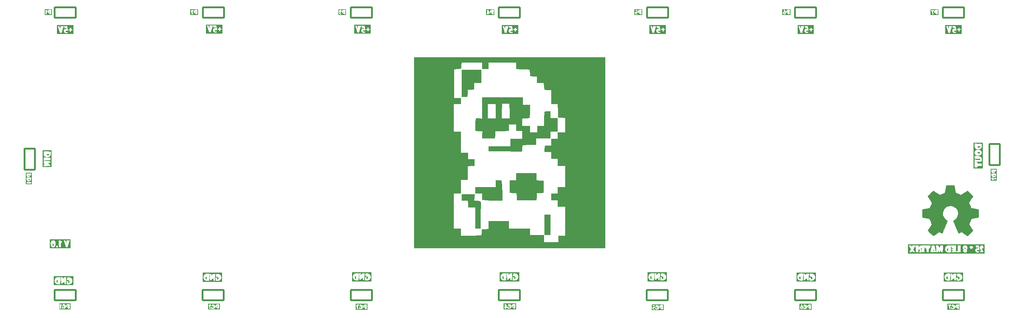
<source format=gbo>
%TF.GenerationSoftware,KiCad,Pcbnew,7.0.8*%
%TF.CreationDate,2023-11-11T14:32:38+05:30*%
%TF.ProjectId,DevBoard,44657642-6f61-4726-942e-6b696361645f,rev?*%
%TF.SameCoordinates,Original*%
%TF.FileFunction,Legend,Bot*%
%TF.FilePolarity,Positive*%
%FSLAX46Y46*%
G04 Gerber Fmt 4.6, Leading zero omitted, Abs format (unit mm)*
G04 Created by KiCad (PCBNEW 7.0.8) date 2023-11-11 14:32:38*
%MOMM*%
%LPD*%
G01*
G04 APERTURE LIST*
G04 Aperture macros list*
%AMRoundRect*
0 Rectangle with rounded corners*
0 $1 Rounding radius*
0 $2 $3 $4 $5 $6 $7 $8 $9 X,Y pos of 4 corners*
0 Add a 4 corners polygon primitive as box body*
4,1,4,$2,$3,$4,$5,$6,$7,$8,$9,$2,$3,0*
0 Add four circle primitives for the rounded corners*
1,1,$1+$1,$2,$3*
1,1,$1+$1,$4,$5*
1,1,$1+$1,$6,$7*
1,1,$1+$1,$8,$9*
0 Add four rect primitives between the rounded corners*
20,1,$1+$1,$2,$3,$4,$5,0*
20,1,$1+$1,$4,$5,$6,$7,0*
20,1,$1+$1,$6,$7,$8,$9,0*
20,1,$1+$1,$8,$9,$2,$3,0*%
G04 Aperture macros list end*
%ADD10C,0.300000*%
%ADD11C,0.100000*%
%ADD12C,0.010000*%
%ADD13R,5.000000X2.500000*%
%ADD14R,2.500000X5.000000*%
%ADD15C,0.800000*%
%ADD16C,5.400000*%
%ADD17RoundRect,0.200000X-2.500000X-1.250000X2.500000X-1.250000X2.500000X1.250000X-2.500000X1.250000X0*%
%ADD18RoundRect,0.200000X1.250000X-2.500000X1.250000X2.500000X-1.250000X2.500000X-1.250000X-2.500000X0*%
G04 APERTURE END LIST*
D10*
G36*
X100073414Y-165834782D02*
G01*
X100089226Y-165838324D01*
X100103948Y-165844228D01*
X100117579Y-165852492D01*
X100130120Y-165863118D01*
X100141570Y-165876106D01*
X100151930Y-165891454D01*
X100161199Y-165909164D01*
X100169378Y-165929236D01*
X100176467Y-165951668D01*
X100182464Y-165976462D01*
X100187372Y-166003618D01*
X100191188Y-166033134D01*
X100192688Y-166048778D01*
X100193915Y-166065012D01*
X100194869Y-166081837D01*
X100195550Y-166099251D01*
X100195959Y-166117257D01*
X100196096Y-166135852D01*
X100195751Y-166157743D01*
X100194718Y-166179176D01*
X100192995Y-166200152D01*
X100190583Y-166220671D01*
X100187482Y-166240733D01*
X100183692Y-166260337D01*
X100179213Y-166279484D01*
X100174045Y-166298174D01*
X100168188Y-166316407D01*
X100161642Y-166334183D01*
X100156895Y-166345779D01*
X100148978Y-166363195D01*
X100140752Y-166378898D01*
X100132217Y-166392887D01*
X100123372Y-166405164D01*
X100111099Y-166418869D01*
X100098276Y-166429527D01*
X100084904Y-166437141D01*
X100067416Y-166442375D01*
X100056511Y-166443232D01*
X100038982Y-166440754D01*
X100022114Y-166433321D01*
X100009097Y-166423807D01*
X99996503Y-166411122D01*
X99987336Y-166399527D01*
X99978407Y-166386148D01*
X99969716Y-166370985D01*
X99961263Y-166354038D01*
X99955761Y-166341749D01*
X99948231Y-166322919D01*
X99941442Y-166303800D01*
X99935394Y-166284391D01*
X99930087Y-166264692D01*
X99925520Y-166244703D01*
X99921693Y-166224425D01*
X99918607Y-166203857D01*
X99916262Y-166182999D01*
X99914657Y-166161851D01*
X99913793Y-166140413D01*
X99913629Y-166125960D01*
X99913768Y-166107973D01*
X99914187Y-166090557D01*
X99914885Y-166073713D01*
X99915861Y-166057439D01*
X99917117Y-166041736D01*
X99918652Y-166026604D01*
X99920466Y-166012043D01*
X99924931Y-165984635D01*
X99930512Y-165959510D01*
X99937210Y-165936669D01*
X99945024Y-165916113D01*
X99953954Y-165897841D01*
X99964000Y-165881852D01*
X99975163Y-165868148D01*
X99987442Y-165856728D01*
X100000837Y-165847591D01*
X100015349Y-165840739D01*
X100030976Y-165836171D01*
X100047720Y-165833887D01*
X100056511Y-165833602D01*
X100073414Y-165834782D01*
G37*
G36*
X104196390Y-166985780D02*
G01*
X99254577Y-166985780D01*
X99254577Y-165896983D01*
X99468863Y-165896983D01*
X99469028Y-165918716D01*
X99469525Y-165940274D01*
X99470353Y-165961655D01*
X99471513Y-165982861D01*
X99473004Y-166003890D01*
X99474826Y-166024744D01*
X99476979Y-166045421D01*
X99479464Y-166065922D01*
X99482280Y-166086248D01*
X99485428Y-166106397D01*
X99488835Y-166125960D01*
X99488906Y-166126370D01*
X99492716Y-166146168D01*
X99496858Y-166165789D01*
X99501330Y-166185234D01*
X99506134Y-166204503D01*
X99511269Y-166223596D01*
X99516736Y-166242513D01*
X99522534Y-166261255D01*
X99528663Y-166279820D01*
X99535123Y-166298209D01*
X99541915Y-166316422D01*
X99549038Y-166334459D01*
X99556492Y-166352320D01*
X99564278Y-166370005D01*
X99572394Y-166387514D01*
X99580843Y-166404846D01*
X99589622Y-166422003D01*
X99598733Y-166438984D01*
X99608175Y-166455789D01*
X99617949Y-166472418D01*
X99628053Y-166488871D01*
X99638489Y-166505147D01*
X99649478Y-166521534D01*
X99660601Y-166537400D01*
X99671858Y-166552746D01*
X99683249Y-166567572D01*
X99694773Y-166581878D01*
X99706431Y-166595664D01*
X99718223Y-166608929D01*
X99730149Y-166621674D01*
X99742209Y-166633899D01*
X99754402Y-166645604D01*
X99766729Y-166656788D01*
X99779190Y-166667452D01*
X99791785Y-166677596D01*
X99804514Y-166687220D01*
X99817376Y-166696324D01*
X99830373Y-166704907D01*
X99843503Y-166712971D01*
X99856766Y-166720514D01*
X99870164Y-166727536D01*
X99883696Y-166734039D01*
X99897361Y-166740022D01*
X99911160Y-166745484D01*
X99925093Y-166750426D01*
X99939160Y-166754847D01*
X99953360Y-166758749D01*
X99967695Y-166762130D01*
X99982163Y-166764992D01*
X99996765Y-166767332D01*
X100011501Y-166769153D01*
X100026370Y-166770454D01*
X100041374Y-166771234D01*
X100056511Y-166771494D01*
X100072862Y-166771235D01*
X100089034Y-166770457D01*
X100105028Y-166769160D01*
X100120842Y-166767344D01*
X100136478Y-166765009D01*
X100151934Y-166762156D01*
X100167212Y-166758784D01*
X100182311Y-166754893D01*
X100197231Y-166750484D01*
X100211972Y-166745555D01*
X100226535Y-166740108D01*
X100240918Y-166734142D01*
X100255123Y-166727657D01*
X100269148Y-166720654D01*
X100282995Y-166713132D01*
X100296663Y-166705091D01*
X100310152Y-166696531D01*
X100323462Y-166687452D01*
X100336593Y-166677855D01*
X100349545Y-166667739D01*
X100362318Y-166657104D01*
X100374913Y-166645950D01*
X100387329Y-166634277D01*
X100399565Y-166622086D01*
X100411623Y-166609376D01*
X100423502Y-166596147D01*
X100435202Y-166582400D01*
X100443150Y-166572558D01*
X100751870Y-166572558D01*
X100752508Y-166588378D01*
X100754420Y-166603689D01*
X100757608Y-166618492D01*
X100762071Y-166632785D01*
X100767809Y-166646570D01*
X100774822Y-166659846D01*
X100783111Y-166672613D01*
X100792674Y-166684872D01*
X100803513Y-166696622D01*
X100815626Y-166707863D01*
X100824410Y-166715074D01*
X100838159Y-166725157D01*
X100852339Y-166734248D01*
X100866950Y-166742347D01*
X100881993Y-166749455D01*
X100897467Y-166755571D01*
X100913373Y-166760695D01*
X100929710Y-166764827D01*
X100946478Y-166767968D01*
X100963679Y-166770117D01*
X100981310Y-166771274D01*
X100993304Y-166771494D01*
X101011928Y-166771001D01*
X101030017Y-166769523D01*
X101047571Y-166767060D01*
X101064591Y-166763612D01*
X101081076Y-166759178D01*
X101097027Y-166753758D01*
X101112443Y-166747354D01*
X101127325Y-166739964D01*
X101141672Y-166731589D01*
X101155485Y-166722228D01*
X101164396Y-166715440D01*
X101177688Y-166704332D01*
X101189671Y-166692716D01*
X101200348Y-166680590D01*
X101209717Y-166667956D01*
X101217779Y-166654813D01*
X101224533Y-166641161D01*
X101229980Y-166627001D01*
X101234120Y-166612332D01*
X101236953Y-166597154D01*
X101238478Y-166581467D01*
X101238768Y-166570727D01*
X101238147Y-166554530D01*
X101236283Y-166538913D01*
X101233175Y-166523876D01*
X101228825Y-166509418D01*
X101223232Y-166495540D01*
X101216396Y-166482241D01*
X101208317Y-166469522D01*
X101198995Y-166457383D01*
X101188430Y-166445823D01*
X101176622Y-166434843D01*
X101168060Y-166427844D01*
X101154509Y-166418023D01*
X101140372Y-166409168D01*
X101125649Y-166401279D01*
X101110341Y-166394356D01*
X101094446Y-166388399D01*
X101077965Y-166383408D01*
X101060897Y-166379383D01*
X101043244Y-166376324D01*
X101025005Y-166374231D01*
X101006180Y-166373104D01*
X100993304Y-166372890D01*
X100975192Y-166373379D01*
X100957537Y-166374848D01*
X100940339Y-166377295D01*
X100923598Y-166380721D01*
X100907314Y-166385126D01*
X100891488Y-166390510D01*
X100876119Y-166396872D01*
X100861207Y-166404214D01*
X100846753Y-166412534D01*
X100832755Y-166421834D01*
X100823678Y-166428577D01*
X100810845Y-166439243D01*
X100799274Y-166450495D01*
X100788966Y-166462332D01*
X100779920Y-166474756D01*
X100772136Y-166487766D01*
X100765615Y-166501362D01*
X100760355Y-166515544D01*
X100756358Y-166530312D01*
X100753623Y-166545666D01*
X100752151Y-166561606D01*
X100751870Y-166572558D01*
X100443150Y-166572558D01*
X100446723Y-166568133D01*
X100458065Y-166553348D01*
X100469229Y-166538044D01*
X100480213Y-166522222D01*
X100491019Y-166505880D01*
X100500959Y-166490028D01*
X100510584Y-166473981D01*
X100519893Y-166457737D01*
X100528886Y-166441297D01*
X100537564Y-166424661D01*
X100545926Y-166407829D01*
X100553973Y-166390801D01*
X100561704Y-166373577D01*
X100569120Y-166356157D01*
X100576220Y-166338540D01*
X100583005Y-166320728D01*
X100589474Y-166302720D01*
X100595627Y-166284515D01*
X100601465Y-166266115D01*
X100606987Y-166247518D01*
X100612194Y-166228725D01*
X100617085Y-166209737D01*
X100621661Y-166190552D01*
X100625921Y-166171171D01*
X100629865Y-166151594D01*
X100633494Y-166131821D01*
X100636808Y-166111852D01*
X100639805Y-166091687D01*
X100642488Y-166071326D01*
X100644854Y-166050769D01*
X100646905Y-166030016D01*
X100648641Y-166009066D01*
X100650061Y-165987921D01*
X100651166Y-165966580D01*
X100651954Y-165945042D01*
X100652428Y-165923309D01*
X100652586Y-165901379D01*
X100652405Y-165876783D01*
X100651861Y-165852545D01*
X100650956Y-165828666D01*
X100649689Y-165805145D01*
X100648060Y-165781983D01*
X100646068Y-165759180D01*
X100643715Y-165736734D01*
X100640999Y-165714648D01*
X100637922Y-165692920D01*
X100634482Y-165671550D01*
X100630680Y-165650539D01*
X100626516Y-165629886D01*
X100621991Y-165609592D01*
X100617103Y-165589656D01*
X100611853Y-165570079D01*
X100606240Y-165550860D01*
X100600266Y-165532000D01*
X100593930Y-165513498D01*
X100587232Y-165495355D01*
X100580171Y-165477570D01*
X100572749Y-165460144D01*
X100564964Y-165443076D01*
X100556818Y-165426367D01*
X100548309Y-165410016D01*
X100539438Y-165394024D01*
X100530206Y-165378390D01*
X100520611Y-165363114D01*
X100510654Y-165348198D01*
X100500335Y-165333639D01*
X100489654Y-165319439D01*
X100478610Y-165305598D01*
X100467205Y-165292115D01*
X100456994Y-165280710D01*
X100446600Y-165269667D01*
X100436025Y-165258986D01*
X100425268Y-165248667D01*
X100414329Y-165238710D01*
X100403209Y-165229115D01*
X100380423Y-165211011D01*
X100356910Y-165194356D01*
X100332669Y-165179149D01*
X100307702Y-165165390D01*
X100282008Y-165153080D01*
X100255587Y-165142218D01*
X100228439Y-165132804D01*
X100200564Y-165124838D01*
X100171961Y-165118321D01*
X100157388Y-165115606D01*
X100142632Y-165113252D01*
X100127695Y-165111261D01*
X100126489Y-165111131D01*
X101397404Y-165111131D01*
X101398392Y-165139721D01*
X101398905Y-165154952D01*
X101399431Y-165170809D01*
X101399969Y-165187290D01*
X101400521Y-165204395D01*
X101401086Y-165222126D01*
X101401663Y-165240481D01*
X101402253Y-165259460D01*
X101402857Y-165279065D01*
X101403473Y-165299294D01*
X101404102Y-165320148D01*
X101404744Y-165341626D01*
X101405398Y-165363729D01*
X101406066Y-165386457D01*
X101406746Y-165409810D01*
X101407440Y-165433787D01*
X101408146Y-165458389D01*
X101408865Y-165483615D01*
X101409597Y-165509467D01*
X101410342Y-165535942D01*
X101411100Y-165563043D01*
X101411870Y-165590768D01*
X101412654Y-165619118D01*
X101413450Y-165648093D01*
X101414260Y-165677692D01*
X101415082Y-165707916D01*
X101415917Y-165738765D01*
X101416765Y-165770238D01*
X101417626Y-165802336D01*
X101418499Y-165835059D01*
X101419386Y-165868406D01*
X101419707Y-165885502D01*
X101420027Y-165903221D01*
X101420348Y-165921563D01*
X101420668Y-165940528D01*
X101420989Y-165960117D01*
X101421309Y-165980329D01*
X101421630Y-166001164D01*
X101421951Y-166022623D01*
X101422271Y-166044704D01*
X101422592Y-166067409D01*
X101422912Y-166090737D01*
X101423233Y-166114689D01*
X101423553Y-166139264D01*
X101423874Y-166164461D01*
X101424194Y-166190283D01*
X101424515Y-166216727D01*
X101424836Y-166243795D01*
X101425156Y-166271486D01*
X101425477Y-166299800D01*
X101425797Y-166328737D01*
X101426118Y-166358298D01*
X101426438Y-166388482D01*
X101426759Y-166419289D01*
X101427080Y-166450719D01*
X101427400Y-166482773D01*
X101427721Y-166515450D01*
X101428041Y-166548750D01*
X101428362Y-166582673D01*
X101428682Y-166617220D01*
X101429003Y-166652390D01*
X101429324Y-166688183D01*
X101429644Y-166724600D01*
X101911413Y-166724600D01*
X101911308Y-166703932D01*
X101911223Y-166683376D01*
X101911157Y-166662931D01*
X101911110Y-166642597D01*
X101911082Y-166622373D01*
X101911074Y-166602261D01*
X101911085Y-166582259D01*
X101911116Y-166562369D01*
X101911165Y-166542589D01*
X101911234Y-166522920D01*
X101911323Y-166503362D01*
X101911430Y-166483915D01*
X101911557Y-166464579D01*
X101911704Y-166445354D01*
X101911869Y-166426240D01*
X101912054Y-166407236D01*
X101912259Y-166388344D01*
X101912482Y-166369562D01*
X101912725Y-166350892D01*
X101912987Y-166332332D01*
X101913269Y-166313883D01*
X101913570Y-166295545D01*
X101913890Y-166277318D01*
X101914230Y-166259202D01*
X101914588Y-166241197D01*
X101914967Y-166223303D01*
X101915364Y-166205520D01*
X101915781Y-166187847D01*
X101916217Y-166170286D01*
X101916673Y-166152835D01*
X101917147Y-166135495D01*
X101917641Y-166118267D01*
X101918040Y-166100855D01*
X101918547Y-166078845D01*
X101918947Y-166061618D01*
X101919394Y-166042346D01*
X101919891Y-166021031D01*
X101920436Y-165997673D01*
X101921030Y-165972270D01*
X101921673Y-165944825D01*
X101922364Y-165915335D01*
X101922728Y-165899824D01*
X101923104Y-165883802D01*
X101923492Y-165867269D01*
X101923892Y-165850225D01*
X101924305Y-165832671D01*
X101924730Y-165814605D01*
X101925167Y-165796029D01*
X101925616Y-165776941D01*
X101926077Y-165757343D01*
X101926550Y-165737233D01*
X101927036Y-165716613D01*
X101927533Y-165695482D01*
X101942962Y-165699470D01*
X101958372Y-165703590D01*
X101972578Y-165707412D01*
X101989449Y-165711969D01*
X102003732Y-165716159D01*
X102017788Y-165721062D01*
X102033519Y-165727175D01*
X102047907Y-165733195D01*
X102063458Y-165740055D01*
X102073346Y-165744575D01*
X102177394Y-165357694D01*
X102160979Y-165351071D01*
X102143242Y-165343841D01*
X102124182Y-165336004D01*
X102103800Y-165327561D01*
X102082096Y-165318511D01*
X102059069Y-165308853D01*
X102034721Y-165298590D01*
X102009049Y-165287719D01*
X101982056Y-165276241D01*
X101968063Y-165270275D01*
X101953740Y-165264157D01*
X101939086Y-165257887D01*
X101924101Y-165251466D01*
X101908786Y-165244893D01*
X101893141Y-165238168D01*
X101877165Y-165231292D01*
X101860858Y-165224263D01*
X101844220Y-165217084D01*
X101827252Y-165209752D01*
X101809954Y-165202269D01*
X101792325Y-165194634D01*
X101774365Y-165186847D01*
X101756075Y-165178909D01*
X101738407Y-165170815D01*
X101719611Y-165162057D01*
X101699689Y-165152637D01*
X101685782Y-165145988D01*
X101671373Y-165139044D01*
X101656464Y-165131805D01*
X101641054Y-165124272D01*
X101625143Y-165116444D01*
X101608731Y-165108321D01*
X101605544Y-165106735D01*
X102590286Y-165106735D01*
X102596060Y-165123957D01*
X102602024Y-165141778D01*
X102608179Y-165160201D01*
X102614523Y-165179223D01*
X102621059Y-165198847D01*
X102627784Y-165219070D01*
X102634700Y-165239894D01*
X102641806Y-165261318D01*
X102649103Y-165283342D01*
X102656590Y-165305967D01*
X102664267Y-165329192D01*
X102672134Y-165353018D01*
X102680192Y-165377443D01*
X102688440Y-165402470D01*
X102696879Y-165428096D01*
X102705508Y-165454323D01*
X102714327Y-165481150D01*
X102723337Y-165508578D01*
X102732536Y-165536606D01*
X102741927Y-165565234D01*
X102751507Y-165594463D01*
X102761278Y-165624292D01*
X102771239Y-165654721D01*
X102781391Y-165685751D01*
X102791733Y-165717381D01*
X102802265Y-165749611D01*
X102812988Y-165782442D01*
X102823901Y-165815873D01*
X102835004Y-165849904D01*
X102846298Y-165884536D01*
X102857781Y-165919768D01*
X102869456Y-165955601D01*
X102874911Y-165972811D01*
X102880471Y-165990461D01*
X102886134Y-166008552D01*
X102891901Y-166027082D01*
X102897772Y-166046052D01*
X102903747Y-166065463D01*
X102909825Y-166085314D01*
X102916007Y-166105604D01*
X102922293Y-166126335D01*
X102928682Y-166147506D01*
X102935176Y-166169116D01*
X102941773Y-166191167D01*
X102948473Y-166213658D01*
X102955278Y-166236589D01*
X102962186Y-166259961D01*
X102969198Y-166283772D01*
X102976314Y-166308023D01*
X102983534Y-166332714D01*
X102990857Y-166357846D01*
X102998284Y-166383417D01*
X103005815Y-166409429D01*
X103013450Y-166435880D01*
X103021188Y-166462772D01*
X103029030Y-166490103D01*
X103036976Y-166517875D01*
X103045026Y-166546087D01*
X103053179Y-166574739D01*
X103061436Y-166603831D01*
X103069797Y-166633363D01*
X103078262Y-166663335D01*
X103086830Y-166693747D01*
X103095503Y-166724600D01*
X103471392Y-166724600D01*
X103475968Y-166708996D01*
X103480719Y-166692823D01*
X103485645Y-166676081D01*
X103490747Y-166658768D01*
X103496023Y-166640887D01*
X103501476Y-166622435D01*
X103507103Y-166603414D01*
X103512906Y-166583824D01*
X103518884Y-166563664D01*
X103525037Y-166542934D01*
X103531366Y-166521635D01*
X103537870Y-166499766D01*
X103544550Y-166477328D01*
X103551404Y-166454320D01*
X103558434Y-166430742D01*
X103565639Y-166406595D01*
X103573020Y-166381879D01*
X103580576Y-166356592D01*
X103588307Y-166330736D01*
X103596214Y-166304311D01*
X103604296Y-166277316D01*
X103612553Y-166249751D01*
X103620985Y-166221617D01*
X103629593Y-166192913D01*
X103638376Y-166163640D01*
X103647334Y-166133797D01*
X103656468Y-166103385D01*
X103665777Y-166072402D01*
X103675261Y-166040851D01*
X103684921Y-166008729D01*
X103694756Y-165976039D01*
X103704766Y-165942778D01*
X103710583Y-165924016D01*
X103716583Y-165904779D01*
X103722767Y-165885067D01*
X103729135Y-165864880D01*
X103735687Y-165844218D01*
X103742423Y-165823080D01*
X103749343Y-165801467D01*
X103756447Y-165779380D01*
X103763734Y-165756817D01*
X103771206Y-165733779D01*
X103778861Y-165710266D01*
X103786700Y-165686277D01*
X103794723Y-165661814D01*
X103802930Y-165636875D01*
X103811321Y-165611462D01*
X103819896Y-165585573D01*
X103828655Y-165559209D01*
X103837598Y-165532370D01*
X103846724Y-165505056D01*
X103856035Y-165477267D01*
X103865529Y-165449002D01*
X103875207Y-165420263D01*
X103885069Y-165391048D01*
X103895115Y-165361358D01*
X103905345Y-165331193D01*
X103915759Y-165300553D01*
X103926357Y-165269438D01*
X103937139Y-165237847D01*
X103948104Y-165205782D01*
X103959253Y-165173241D01*
X103970587Y-165140226D01*
X103982104Y-165106735D01*
X103226295Y-165106735D01*
X103223933Y-165128125D01*
X103222101Y-165143484D01*
X103220063Y-165159721D01*
X103217820Y-165176837D01*
X103215369Y-165194832D01*
X103212713Y-165213706D01*
X103209851Y-165233458D01*
X103206783Y-165254089D01*
X103203508Y-165275598D01*
X103200028Y-165297987D01*
X103196341Y-165321254D01*
X103192449Y-165345399D01*
X103188350Y-165370424D01*
X103184045Y-165396327D01*
X103179534Y-165423109D01*
X103177202Y-165436829D01*
X103173926Y-165451763D01*
X103170510Y-165467071D01*
X103166954Y-165482755D01*
X103163257Y-165498813D01*
X103159420Y-165515247D01*
X103155443Y-165532055D01*
X103151326Y-165549239D01*
X103147068Y-165566797D01*
X103142670Y-165584730D01*
X103138132Y-165603038D01*
X103133454Y-165621721D01*
X103128636Y-165640779D01*
X103123677Y-165660213D01*
X103118578Y-165680021D01*
X103113338Y-165700203D01*
X103107959Y-165720761D01*
X103103053Y-165703308D01*
X103098585Y-165686784D01*
X103093440Y-165667317D01*
X103089635Y-165652704D01*
X103085529Y-165636782D01*
X103081123Y-165619553D01*
X103076416Y-165601016D01*
X103071408Y-165581171D01*
X103066100Y-165560018D01*
X103060492Y-165537556D01*
X103054583Y-165513787D01*
X103048373Y-165488710D01*
X103041863Y-165462324D01*
X103035052Y-165434631D01*
X103031812Y-165419010D01*
X103028504Y-165402740D01*
X103025126Y-165385820D01*
X103021680Y-165368250D01*
X103018165Y-165350031D01*
X103014582Y-165331162D01*
X103010930Y-165311643D01*
X103007209Y-165291474D01*
X103003419Y-165270656D01*
X102999561Y-165249188D01*
X102995634Y-165227070D01*
X102991638Y-165204302D01*
X102987574Y-165180885D01*
X102983441Y-165156818D01*
X102979239Y-165132101D01*
X102974969Y-165106735D01*
X102590286Y-165106735D01*
X101605544Y-165106735D01*
X101591818Y-165099903D01*
X101574404Y-165091191D01*
X101556490Y-165082183D01*
X101538074Y-165072881D01*
X101519158Y-165063284D01*
X101509512Y-165058375D01*
X101397404Y-165111131D01*
X100126489Y-165111131D01*
X100112576Y-165109631D01*
X100097275Y-165108364D01*
X100081793Y-165107459D01*
X100066129Y-165106916D01*
X100050283Y-165106735D01*
X100034958Y-165106923D01*
X100019804Y-165107489D01*
X100004822Y-165108432D01*
X99990010Y-165109752D01*
X99975369Y-165111449D01*
X99946601Y-165115974D01*
X99918517Y-165122007D01*
X99891117Y-165129549D01*
X99864401Y-165138600D01*
X99838369Y-165149158D01*
X99813021Y-165161225D01*
X99788358Y-165174801D01*
X99764378Y-165189885D01*
X99741082Y-165206477D01*
X99718471Y-165224578D01*
X99696543Y-165244187D01*
X99685836Y-165254557D01*
X99675300Y-165265304D01*
X99664935Y-165276429D01*
X99654741Y-165287930D01*
X99644717Y-165299809D01*
X99633898Y-165313346D01*
X99623423Y-165327215D01*
X99613290Y-165341413D01*
X99603501Y-165355943D01*
X99594056Y-165370803D01*
X99584954Y-165385993D01*
X99576196Y-165401514D01*
X99567781Y-165417366D01*
X99559709Y-165433548D01*
X99551981Y-165450061D01*
X99544597Y-165466905D01*
X99537556Y-165484079D01*
X99530858Y-165501583D01*
X99524504Y-165519418D01*
X99518493Y-165537584D01*
X99512826Y-165556081D01*
X99507503Y-165574908D01*
X99502522Y-165594065D01*
X99497886Y-165613553D01*
X99493592Y-165633372D01*
X99489642Y-165653521D01*
X99486036Y-165674001D01*
X99482773Y-165694812D01*
X99479854Y-165715953D01*
X99477278Y-165737425D01*
X99475045Y-165759227D01*
X99473156Y-165781360D01*
X99471610Y-165803823D01*
X99470408Y-165826617D01*
X99469550Y-165849742D01*
X99469034Y-165873197D01*
X99468863Y-165896983D01*
X99254577Y-165896983D01*
X99254577Y-164844089D01*
X104196390Y-164844089D01*
X104196390Y-166985780D01*
G37*
G36*
X305393489Y-166982093D02*
G01*
X305398984Y-167334169D01*
X305381576Y-167333563D01*
X305364340Y-167331742D01*
X305347275Y-167328708D01*
X305330382Y-167324461D01*
X305313661Y-167319000D01*
X305297112Y-167312325D01*
X305280734Y-167304437D01*
X305264528Y-167295335D01*
X305249731Y-167285639D01*
X305236390Y-167275100D01*
X305224504Y-167263718D01*
X305214073Y-167251491D01*
X305205098Y-167238421D01*
X305197578Y-167224508D01*
X305191514Y-167209750D01*
X305186905Y-167194150D01*
X305183752Y-167177705D01*
X305182054Y-167160417D01*
X305181730Y-167148423D01*
X305182400Y-167130705D01*
X305184409Y-167113960D01*
X305187758Y-167098187D01*
X305192446Y-167083387D01*
X305198474Y-167069560D01*
X305205841Y-167056704D01*
X305214548Y-167044821D01*
X305224595Y-167033911D01*
X305235981Y-167023973D01*
X305248706Y-167015007D01*
X305257934Y-167009571D01*
X305272714Y-167002329D01*
X305288113Y-166996175D01*
X305304130Y-166991109D01*
X305320765Y-166987131D01*
X305338019Y-166984240D01*
X305355891Y-166982437D01*
X305374380Y-166981721D01*
X305393489Y-166982093D01*
G37*
G36*
X311638534Y-167005541D02*
G01*
X311652456Y-167661699D01*
X311631254Y-167659635D01*
X311610652Y-167656328D01*
X311590648Y-167651778D01*
X311571243Y-167645985D01*
X311552437Y-167638950D01*
X311534230Y-167630671D01*
X311516622Y-167621150D01*
X311499613Y-167610385D01*
X311483203Y-167598378D01*
X311467392Y-167585127D01*
X311457184Y-167575603D01*
X311444895Y-167563055D01*
X311433399Y-167549775D01*
X311422695Y-167535761D01*
X311412785Y-167521015D01*
X311403667Y-167505536D01*
X311395343Y-167489325D01*
X311387811Y-167472380D01*
X311381072Y-167454703D01*
X311375125Y-167436293D01*
X311369972Y-167417151D01*
X311365611Y-167397276D01*
X311362044Y-167376668D01*
X311359269Y-167355327D01*
X311357286Y-167333253D01*
X311356097Y-167310447D01*
X311355701Y-167286908D01*
X311356066Y-167268036D01*
X311357161Y-167249797D01*
X311358985Y-167232190D01*
X311361540Y-167215215D01*
X311364824Y-167198874D01*
X311368838Y-167183164D01*
X311373583Y-167168088D01*
X311379057Y-167153643D01*
X311385260Y-167139832D01*
X311392194Y-167126653D01*
X311399858Y-167114106D01*
X311412722Y-167096472D01*
X311427228Y-167080262D01*
X311443376Y-167065474D01*
X311449124Y-167060862D01*
X311463986Y-167050166D01*
X311479448Y-167040610D01*
X311495508Y-167032194D01*
X311512167Y-167024918D01*
X311529425Y-167018782D01*
X311547282Y-167013785D01*
X311565738Y-167009929D01*
X311584793Y-167007212D01*
X311604447Y-167005635D01*
X311624699Y-167005199D01*
X311638534Y-167005541D01*
G37*
G36*
X315658626Y-167454062D02*
G01*
X315673579Y-167460931D01*
X315685723Y-167470398D01*
X315696990Y-167483091D01*
X315700048Y-167487310D01*
X315708141Y-167500533D01*
X315714560Y-167514375D01*
X315719304Y-167528835D01*
X315722374Y-167543913D01*
X315723769Y-167559609D01*
X315723862Y-167564979D01*
X315723150Y-167586585D01*
X315721016Y-167606066D01*
X315717457Y-167623422D01*
X315712476Y-167638652D01*
X315703620Y-167655654D01*
X315692234Y-167668877D01*
X315678318Y-167678323D01*
X315661872Y-167683990D01*
X315642896Y-167685879D01*
X315624434Y-167683904D01*
X315608434Y-167677979D01*
X315594896Y-167668105D01*
X315583819Y-167654280D01*
X315575204Y-167636506D01*
X315570358Y-167620583D01*
X315566896Y-167602438D01*
X315564820Y-167582072D01*
X315564204Y-167567260D01*
X315564127Y-167559483D01*
X315564952Y-167544701D01*
X315567997Y-167527944D01*
X315573286Y-167511713D01*
X315579606Y-167498219D01*
X315587575Y-167485111D01*
X315596651Y-167473434D01*
X315607956Y-167462935D01*
X315621820Y-167455058D01*
X315636692Y-167451578D01*
X315642529Y-167451406D01*
X315658626Y-167454062D01*
G37*
G36*
X315657720Y-166819393D02*
G01*
X315674447Y-166823480D01*
X315690014Y-166830633D01*
X315702102Y-166838935D01*
X315713385Y-166849366D01*
X315723862Y-166861926D01*
X315733044Y-166875944D01*
X315740670Y-166890748D01*
X315746740Y-166906340D01*
X315751253Y-166922719D01*
X315754211Y-166939886D01*
X315755611Y-166957839D01*
X315755736Y-166965241D01*
X315755221Y-166983759D01*
X315753675Y-167001579D01*
X315751099Y-167018701D01*
X315747493Y-167035125D01*
X315742856Y-167050850D01*
X315737189Y-167065876D01*
X315730491Y-167080204D01*
X315722763Y-167093834D01*
X315714302Y-167106199D01*
X315703115Y-167119337D01*
X315691247Y-167129898D01*
X315678700Y-167137884D01*
X315662746Y-167144066D01*
X315645813Y-167146539D01*
X315642896Y-167146591D01*
X315626813Y-167145330D01*
X315611769Y-167141546D01*
X315597762Y-167135240D01*
X315584792Y-167126412D01*
X315572861Y-167115062D01*
X315561966Y-167101189D01*
X315557899Y-167094933D01*
X315550858Y-167081492D01*
X315544756Y-167067181D01*
X315539592Y-167052000D01*
X315535368Y-167035949D01*
X315532082Y-167019027D01*
X315529735Y-167001236D01*
X315528327Y-166982574D01*
X315527857Y-166963042D01*
X315528680Y-166945513D01*
X315531149Y-166928646D01*
X315535263Y-166912440D01*
X315541023Y-166896896D01*
X315548429Y-166882015D01*
X315557481Y-166867795D01*
X315561563Y-166862292D01*
X315572436Y-166849627D01*
X315583988Y-166839108D01*
X315596221Y-166830736D01*
X315611797Y-166823523D01*
X315628352Y-166819402D01*
X315642896Y-166818328D01*
X315657720Y-166819393D01*
G37*
G36*
X308227826Y-167262625D02*
G01*
X308233504Y-167277555D01*
X308240328Y-167295690D01*
X308246197Y-167311395D01*
X308252710Y-167328903D01*
X308259867Y-167348214D01*
X308264996Y-167362090D01*
X308270411Y-167376768D01*
X308276113Y-167392247D01*
X308282101Y-167408527D01*
X308285202Y-167416968D01*
X308290412Y-167432035D01*
X308295738Y-167447837D01*
X308301180Y-167464372D01*
X308306737Y-167481642D01*
X308312411Y-167499647D01*
X308318200Y-167518385D01*
X308324106Y-167537857D01*
X308330127Y-167558064D01*
X308336265Y-167579004D01*
X308340421Y-167593373D01*
X308344628Y-167608067D01*
X308346751Y-167615537D01*
X308331089Y-167614581D01*
X308315976Y-167613223D01*
X308300589Y-167611712D01*
X308282271Y-167609823D01*
X308266609Y-167608158D01*
X308249298Y-167606281D01*
X308230339Y-167604191D01*
X308223653Y-167603447D01*
X308207441Y-167601089D01*
X308191229Y-167598410D01*
X308175018Y-167595410D01*
X308158806Y-167592090D01*
X308142595Y-167588449D01*
X308126383Y-167584488D01*
X308110171Y-167580206D01*
X308093960Y-167575603D01*
X308098947Y-167560144D01*
X308104019Y-167544968D01*
X308110053Y-167527297D01*
X308115209Y-167512406D01*
X308120906Y-167496110D01*
X308127144Y-167478411D01*
X308133923Y-167459308D01*
X308141244Y-167438801D01*
X308146424Y-167424349D01*
X308151845Y-167409274D01*
X308158783Y-167391820D01*
X308164317Y-167378181D01*
X308170135Y-167364072D01*
X308176236Y-167349493D01*
X308182620Y-167334444D01*
X308189287Y-167318925D01*
X308196238Y-167302935D01*
X308203473Y-167286476D01*
X308210990Y-167269546D01*
X308218791Y-167252146D01*
X308221454Y-167246242D01*
X308227826Y-167262625D01*
G37*
G36*
X320207757Y-168254806D02*
G01*
X302124457Y-168254806D01*
X302124457Y-166325935D01*
X302338743Y-166325935D01*
X302349253Y-166345749D01*
X302357405Y-166360976D01*
X302366473Y-166377817D01*
X302376456Y-166396273D01*
X302387355Y-166416342D01*
X302399171Y-166438027D01*
X302411902Y-166461325D01*
X302425549Y-166486238D01*
X302432716Y-166499300D01*
X302440112Y-166512765D01*
X302447737Y-166526634D01*
X302455591Y-166540906D01*
X302463674Y-166555582D01*
X302471985Y-166570662D01*
X302480526Y-166586145D01*
X302489296Y-166602032D01*
X302498295Y-166618322D01*
X302507523Y-166635016D01*
X302516980Y-166652114D01*
X302526665Y-166669615D01*
X302536580Y-166687519D01*
X302546724Y-166705827D01*
X302557096Y-166724539D01*
X302569451Y-166745960D01*
X302582519Y-166768457D01*
X302596299Y-166792030D01*
X302610792Y-166816680D01*
X302618305Y-166829408D01*
X302625997Y-166842405D01*
X302633867Y-166855672D01*
X302641916Y-166869207D01*
X302650142Y-166883012D01*
X302658546Y-166897085D01*
X302667129Y-166911428D01*
X302675890Y-166926040D01*
X302684829Y-166940920D01*
X302693946Y-166956070D01*
X302703242Y-166971489D01*
X302712715Y-166987177D01*
X302722367Y-167003133D01*
X302732197Y-167019359D01*
X302742205Y-167035854D01*
X302752392Y-167052618D01*
X302762756Y-167069651D01*
X302773299Y-167086954D01*
X302784019Y-167104525D01*
X302794918Y-167122365D01*
X302805996Y-167140474D01*
X302817251Y-167158853D01*
X302828684Y-167177500D01*
X302840296Y-167196416D01*
X302459644Y-167943800D01*
X302964494Y-167943800D01*
X303153904Y-167629093D01*
X303168451Y-167651574D01*
X303182692Y-167673680D01*
X303196627Y-167695412D01*
X303210255Y-167716768D01*
X303223578Y-167737750D01*
X303236593Y-167758356D01*
X303249303Y-167778588D01*
X303261707Y-167798444D01*
X303273804Y-167817926D01*
X303285595Y-167837033D01*
X303297079Y-167855765D01*
X303308258Y-167874122D01*
X303319130Y-167892103D01*
X303329696Y-167909710D01*
X303339955Y-167926942D01*
X303349909Y-167943800D01*
X303799804Y-167943800D01*
X303791051Y-167930353D01*
X303781371Y-167915292D01*
X303770764Y-167898616D01*
X303759229Y-167880327D01*
X303746767Y-167860423D01*
X303733378Y-167838905D01*
X303719061Y-167815772D01*
X303703817Y-167791026D01*
X303695847Y-167778047D01*
X303687645Y-167764665D01*
X303679212Y-167750879D01*
X303670546Y-167736689D01*
X303661649Y-167722096D01*
X303652520Y-167707100D01*
X303643159Y-167691699D01*
X303633566Y-167675896D01*
X303623742Y-167659688D01*
X303613685Y-167643077D01*
X303603397Y-167626063D01*
X303592877Y-167608645D01*
X303582125Y-167590823D01*
X303571141Y-167572598D01*
X303559926Y-167553969D01*
X303548478Y-167534937D01*
X303539396Y-167519253D01*
X303530194Y-167503344D01*
X303520872Y-167487208D01*
X303511430Y-167470846D01*
X303501867Y-167454258D01*
X303492184Y-167437444D01*
X303482381Y-167420404D01*
X303472458Y-167403137D01*
X303462414Y-167385645D01*
X303452250Y-167367926D01*
X303441966Y-167349982D01*
X303431562Y-167331811D01*
X303421038Y-167313414D01*
X303410393Y-167294791D01*
X303399628Y-167275942D01*
X303388743Y-167256866D01*
X303397187Y-167242922D01*
X303406306Y-167227741D01*
X303416101Y-167211323D01*
X303426571Y-167193669D01*
X303437716Y-167174778D01*
X303449537Y-167154651D01*
X303462033Y-167133287D01*
X303475205Y-167110687D01*
X303489053Y-167086851D01*
X303503576Y-167061778D01*
X303511090Y-167048777D01*
X303518774Y-167035468D01*
X303526627Y-167021850D01*
X303534648Y-167007922D01*
X303542838Y-166993685D01*
X303551197Y-166979139D01*
X303559725Y-166964285D01*
X303568422Y-166949121D01*
X303577288Y-166933647D01*
X303586323Y-166917865D01*
X303595526Y-166901774D01*
X303604898Y-166885373D01*
X303615174Y-166866770D01*
X303625393Y-166848240D01*
X303635556Y-166829782D01*
X303645662Y-166811396D01*
X303655712Y-166793083D01*
X303665705Y-166774841D01*
X303675641Y-166756672D01*
X303685521Y-166738576D01*
X303695345Y-166720551D01*
X303705112Y-166702599D01*
X303714822Y-166684719D01*
X303724476Y-166666911D01*
X303734074Y-166649176D01*
X303743614Y-166631513D01*
X303753099Y-166613922D01*
X303762527Y-166596403D01*
X303771898Y-166578957D01*
X303781213Y-166561583D01*
X303790471Y-166544281D01*
X303799672Y-166527052D01*
X303808818Y-166509894D01*
X303817906Y-166492810D01*
X303826938Y-166475797D01*
X303835914Y-166458856D01*
X303844833Y-166441988D01*
X303853695Y-166425192D01*
X303862501Y-166408469D01*
X303871251Y-166391817D01*
X303879944Y-166375238D01*
X303888580Y-166358732D01*
X303897160Y-166342297D01*
X303905683Y-166325935D01*
X303922536Y-166325935D01*
X303963569Y-167186158D01*
X303964283Y-167203490D01*
X303965006Y-167221232D01*
X303965737Y-167239383D01*
X303966477Y-167257943D01*
X303967225Y-167276912D01*
X303967982Y-167296291D01*
X303968748Y-167316079D01*
X303969522Y-167336276D01*
X303970305Y-167356883D01*
X303971097Y-167377898D01*
X303971897Y-167399324D01*
X303972705Y-167421158D01*
X303973522Y-167443402D01*
X303974348Y-167466055D01*
X303975182Y-167489117D01*
X303976025Y-167512589D01*
X303976877Y-167536470D01*
X303977737Y-167560760D01*
X303978606Y-167585459D01*
X303979483Y-167610568D01*
X303980369Y-167636086D01*
X303981263Y-167662014D01*
X303982166Y-167688351D01*
X303983078Y-167715097D01*
X303983998Y-167742252D01*
X303984927Y-167769817D01*
X303985864Y-167797790D01*
X303986810Y-167826174D01*
X303987765Y-167854966D01*
X303988728Y-167884168D01*
X303989700Y-167913779D01*
X303990680Y-167943800D01*
X304591151Y-167943800D01*
X304635959Y-166923841D01*
X304690436Y-166923841D01*
X304690859Y-166948215D01*
X304692130Y-166972242D01*
X304694248Y-166995922D01*
X304697213Y-167019256D01*
X304701026Y-167042244D01*
X304705686Y-167064886D01*
X304711192Y-167087181D01*
X304717547Y-167109130D01*
X304724748Y-167130733D01*
X304731447Y-167148423D01*
X304732797Y-167151989D01*
X304741692Y-167172899D01*
X304751435Y-167193463D01*
X304762026Y-167213680D01*
X304773463Y-167233551D01*
X304785748Y-167253075D01*
X304798879Y-167272254D01*
X304810971Y-167288518D01*
X304823340Y-167304156D01*
X304835987Y-167319167D01*
X304848911Y-167333551D01*
X304862113Y-167347308D01*
X304875593Y-167360439D01*
X304889350Y-167372942D01*
X304903385Y-167384819D01*
X304917697Y-167396069D01*
X304932288Y-167406692D01*
X304947155Y-167416689D01*
X304962301Y-167426058D01*
X304977724Y-167434801D01*
X304993425Y-167442917D01*
X305009403Y-167450406D01*
X305025659Y-167457268D01*
X305016473Y-167470715D01*
X305005788Y-167485504D01*
X304995829Y-167498947D01*
X304984201Y-167514407D01*
X304970906Y-167531882D01*
X304961116Y-167544651D01*
X304950584Y-167558317D01*
X304939311Y-167572879D01*
X304927297Y-167588336D01*
X304914542Y-167604689D01*
X304901045Y-167621938D01*
X304886807Y-167640084D01*
X304875284Y-167653153D01*
X304862421Y-167667222D01*
X304848218Y-167682288D01*
X304838006Y-167692887D01*
X304827198Y-167703929D01*
X304815795Y-167715415D01*
X304803797Y-167727345D01*
X304791203Y-167739719D01*
X304778014Y-167752536D01*
X304764229Y-167765796D01*
X304749850Y-167779501D01*
X304734874Y-167793648D01*
X304719304Y-167808240D01*
X304703138Y-167823275D01*
X304694832Y-167830959D01*
X304712858Y-167837949D01*
X304728399Y-167844190D01*
X304745672Y-167851288D01*
X304764678Y-167859243D01*
X304778310Y-167865022D01*
X304792713Y-167871181D01*
X304807886Y-167877721D01*
X304823828Y-167884642D01*
X304840541Y-167891944D01*
X304858023Y-167899626D01*
X304876276Y-167907689D01*
X304895298Y-167916132D01*
X304915090Y-167924956D01*
X304925275Y-167929511D01*
X304939635Y-167936342D01*
X304953955Y-167943187D01*
X304968234Y-167950046D01*
X304982474Y-167956920D01*
X304996673Y-167963808D01*
X305010833Y-167970710D01*
X305024952Y-167977627D01*
X305039031Y-167984558D01*
X305053070Y-167991503D01*
X305067070Y-167998462D01*
X305081029Y-168005436D01*
X305094948Y-168012424D01*
X305108827Y-168019427D01*
X305122665Y-168026443D01*
X305136464Y-168033474D01*
X305150223Y-168040520D01*
X305160424Y-168027829D01*
X305169442Y-168016079D01*
X305179632Y-168002416D01*
X305190994Y-167986841D01*
X305203529Y-167969353D01*
X305212536Y-167956632D01*
X305222065Y-167943061D01*
X305232114Y-167928640D01*
X305242684Y-167913368D01*
X305253775Y-167897247D01*
X305265387Y-167880275D01*
X305277520Y-167862454D01*
X305290174Y-167843782D01*
X305299423Y-167827034D01*
X305309309Y-167808250D01*
X305316255Y-167794598D01*
X305323483Y-167780040D01*
X305330995Y-167764579D01*
X305338790Y-167748212D01*
X305346869Y-167730942D01*
X305355231Y-167712767D01*
X305363876Y-167693687D01*
X305372805Y-167673703D01*
X305382017Y-167652815D01*
X305391512Y-167631022D01*
X305401291Y-167608324D01*
X305411353Y-167584722D01*
X305419518Y-167565379D01*
X305420600Y-167943800D01*
X306022903Y-167943800D01*
X306023666Y-167928663D01*
X306024447Y-167912976D01*
X306025243Y-167896738D01*
X306026057Y-167879949D01*
X306026886Y-167862609D01*
X306027732Y-167844718D01*
X306028595Y-167826276D01*
X306029474Y-167807283D01*
X306030370Y-167787739D01*
X306031282Y-167767644D01*
X306032210Y-167746998D01*
X306033155Y-167725801D01*
X306034116Y-167704053D01*
X306035094Y-167681755D01*
X306036088Y-167658905D01*
X306037099Y-167635504D01*
X306038126Y-167611552D01*
X306039170Y-167587049D01*
X306040230Y-167561996D01*
X306041307Y-167536391D01*
X306042400Y-167510235D01*
X306043509Y-167483529D01*
X306044635Y-167456271D01*
X306045777Y-167428462D01*
X306046936Y-167400103D01*
X306048112Y-167371192D01*
X306049303Y-167341731D01*
X306050511Y-167311718D01*
X306051736Y-167281155D01*
X306052977Y-167250040D01*
X306054235Y-167218375D01*
X306055509Y-167186158D01*
X306056128Y-167166776D01*
X306056794Y-167146913D01*
X306057507Y-167126570D01*
X306058268Y-167105747D01*
X306059076Y-167084444D01*
X306059931Y-167062661D01*
X306060833Y-167040397D01*
X306061783Y-167017654D01*
X306062780Y-166994430D01*
X306063824Y-166970726D01*
X306064915Y-166946542D01*
X306066053Y-166921878D01*
X306067239Y-166896734D01*
X306068472Y-166871109D01*
X306069752Y-166845005D01*
X306071079Y-166818420D01*
X306072454Y-166791355D01*
X306073876Y-166763810D01*
X306075345Y-166735785D01*
X306076861Y-166707280D01*
X306078425Y-166678295D01*
X306080035Y-166648829D01*
X306081693Y-166618884D01*
X306083398Y-166588458D01*
X306085151Y-166557552D01*
X306086950Y-166526166D01*
X306088797Y-166494300D01*
X306090691Y-166461953D01*
X306092633Y-166429127D01*
X306094621Y-166395820D01*
X306096657Y-166362034D01*
X306098740Y-166327767D01*
X306087512Y-166325935D01*
X306127316Y-166325935D01*
X306158457Y-166984291D01*
X306175802Y-166981614D01*
X306190915Y-166979407D01*
X306207126Y-166977143D01*
X306224437Y-166974821D01*
X306242847Y-166972443D01*
X306262356Y-166970007D01*
X306277709Y-166968143D01*
X306293680Y-166966246D01*
X306299141Y-166965607D01*
X306317384Y-166964585D01*
X306334014Y-166963781D01*
X306352452Y-166962988D01*
X306367468Y-166962401D01*
X306383502Y-166961821D01*
X306400553Y-166961246D01*
X306418621Y-166960679D01*
X306437707Y-166960117D01*
X306457811Y-166959562D01*
X306464738Y-166959379D01*
X306466180Y-166975230D01*
X306467473Y-166990972D01*
X306468945Y-167010019D01*
X306470598Y-167032369D01*
X306471800Y-167049104D01*
X306473083Y-167067308D01*
X306474445Y-167086980D01*
X306475888Y-167108120D01*
X306477410Y-167130729D01*
X306479013Y-167154806D01*
X306480696Y-167180351D01*
X306482459Y-167207365D01*
X306484303Y-167235847D01*
X306485254Y-167250638D01*
X306485979Y-167265379D01*
X306486734Y-167280566D01*
X306487519Y-167296199D01*
X306488334Y-167312279D01*
X306489179Y-167328806D01*
X306490054Y-167345779D01*
X306490959Y-167363198D01*
X306491895Y-167381064D01*
X306492860Y-167399376D01*
X306493855Y-167418135D01*
X306494881Y-167437341D01*
X306495936Y-167456993D01*
X306497022Y-167477091D01*
X306498137Y-167497637D01*
X306499283Y-167518628D01*
X306500458Y-167540066D01*
X306501664Y-167561951D01*
X306502900Y-167584282D01*
X306504166Y-167607059D01*
X306505461Y-167630283D01*
X306506787Y-167653954D01*
X306508143Y-167678071D01*
X306509529Y-167702634D01*
X306510946Y-167727645D01*
X306512392Y-167753101D01*
X306513868Y-167779004D01*
X306515374Y-167805354D01*
X306516910Y-167832150D01*
X306518477Y-167859393D01*
X306520073Y-167887082D01*
X306521700Y-167915217D01*
X306523356Y-167943800D01*
X307044326Y-167943800D01*
X307413621Y-167943800D01*
X308001270Y-167943800D01*
X308038272Y-167792491D01*
X308052805Y-167800605D01*
X308066163Y-167808688D01*
X308079773Y-167817085D01*
X308095982Y-167827200D01*
X308109844Y-167835914D01*
X308125168Y-167845593D01*
X308141953Y-167856238D01*
X308157295Y-167867584D01*
X308169342Y-167876920D01*
X308181853Y-167886964D01*
X308194827Y-167897717D01*
X308208265Y-167909178D01*
X308222167Y-167921348D01*
X308236533Y-167934225D01*
X308251362Y-167947812D01*
X308266655Y-167962106D01*
X308282411Y-167977109D01*
X308287766Y-167982268D01*
X308352979Y-167834989D01*
X308359638Y-167820212D01*
X308366426Y-167805279D01*
X308373343Y-167790193D01*
X308380388Y-167774951D01*
X308387562Y-167759555D01*
X308389982Y-167754389D01*
X308439441Y-167943800D01*
X308762575Y-167943800D01*
X308758157Y-167926427D01*
X308753606Y-167908428D01*
X308748921Y-167889802D01*
X308744102Y-167870550D01*
X308739149Y-167850670D01*
X308734063Y-167830164D01*
X308728842Y-167809030D01*
X308723488Y-167787270D01*
X308718000Y-167764884D01*
X308712378Y-167741870D01*
X308706623Y-167718229D01*
X308700733Y-167693962D01*
X308694710Y-167669068D01*
X308688553Y-167643547D01*
X308682262Y-167617399D01*
X308675838Y-167590624D01*
X308669279Y-167563223D01*
X308662587Y-167535195D01*
X308655761Y-167506539D01*
X308648801Y-167477257D01*
X308641708Y-167447349D01*
X308634480Y-167416813D01*
X308627119Y-167385651D01*
X308619624Y-167353861D01*
X308611995Y-167321445D01*
X308604232Y-167288402D01*
X308596336Y-167254733D01*
X308588305Y-167220436D01*
X308580141Y-167185513D01*
X308571843Y-167149963D01*
X308563412Y-167113786D01*
X308554846Y-167076982D01*
X308549605Y-167052602D01*
X308544415Y-167028281D01*
X308539275Y-167004019D01*
X308534186Y-166979815D01*
X308529149Y-166955670D01*
X308524162Y-166931584D01*
X308519225Y-166907556D01*
X308514340Y-166883587D01*
X308509505Y-166859677D01*
X308504721Y-166835825D01*
X308499988Y-166812032D01*
X308495306Y-166788298D01*
X308490675Y-166764622D01*
X308486094Y-166741006D01*
X308481564Y-166717447D01*
X308477085Y-166693948D01*
X308472657Y-166670507D01*
X308468280Y-166647125D01*
X308463953Y-166623801D01*
X308459677Y-166600536D01*
X308455452Y-166577330D01*
X308451278Y-166554183D01*
X308447155Y-166531094D01*
X308443082Y-166508064D01*
X308439060Y-166485092D01*
X308435089Y-166462179D01*
X308431169Y-166439325D01*
X308427300Y-166416530D01*
X308423481Y-166393793D01*
X308419713Y-166371115D01*
X308415996Y-166348496D01*
X308412330Y-166325935D01*
X308752316Y-166325935D01*
X308753268Y-166340676D01*
X308754244Y-166356093D01*
X308755245Y-166372186D01*
X308756272Y-166388955D01*
X308757323Y-166406401D01*
X308758400Y-166424523D01*
X308759502Y-166443321D01*
X308760628Y-166462795D01*
X308761780Y-166482945D01*
X308762957Y-166503772D01*
X308764158Y-166525275D01*
X308765385Y-166547454D01*
X308766637Y-166570309D01*
X308767914Y-166593840D01*
X308769216Y-166618048D01*
X308770543Y-166642932D01*
X308771895Y-166668492D01*
X308773272Y-166694728D01*
X308774674Y-166721640D01*
X308776101Y-166749229D01*
X308777554Y-166777494D01*
X308779031Y-166806435D01*
X308780533Y-166836052D01*
X308782061Y-166866345D01*
X308783613Y-166897315D01*
X308785190Y-166928960D01*
X308786793Y-166961282D01*
X308788420Y-166994281D01*
X308790073Y-167027955D01*
X308791751Y-167062306D01*
X308793453Y-167097332D01*
X308795181Y-167133035D01*
X308796068Y-167155322D01*
X308796941Y-167177805D01*
X308797802Y-167200485D01*
X308798650Y-167223361D01*
X308799485Y-167246435D01*
X308800307Y-167269705D01*
X308801116Y-167293172D01*
X308801913Y-167316836D01*
X308802696Y-167340696D01*
X308803467Y-167364754D01*
X308804225Y-167389008D01*
X308804970Y-167413459D01*
X308805702Y-167438106D01*
X308806421Y-167462951D01*
X308807127Y-167487992D01*
X308807821Y-167513230D01*
X308808501Y-167538665D01*
X308809169Y-167564296D01*
X308809823Y-167590125D01*
X308810465Y-167616150D01*
X308811094Y-167642372D01*
X308811710Y-167668790D01*
X308812313Y-167695406D01*
X308812904Y-167722218D01*
X308813481Y-167749227D01*
X308814046Y-167776433D01*
X308814598Y-167803835D01*
X308815136Y-167831434D01*
X308815662Y-167859231D01*
X308816175Y-167887223D01*
X308816676Y-167915413D01*
X308817163Y-167943800D01*
X309212836Y-167943800D01*
X309222728Y-167480349D01*
X309575170Y-167999121D01*
X309957288Y-167481814D01*
X309967180Y-167943800D01*
X310360655Y-167943800D01*
X310361149Y-167927920D01*
X310361667Y-167911422D01*
X310362211Y-167894306D01*
X310362779Y-167876572D01*
X310363373Y-167858219D01*
X310363991Y-167839248D01*
X310364635Y-167819659D01*
X310365304Y-167799452D01*
X310365997Y-167778626D01*
X310366716Y-167757183D01*
X310367460Y-167735121D01*
X310368229Y-167712440D01*
X310369023Y-167689142D01*
X310369842Y-167665225D01*
X310370686Y-167640690D01*
X310371555Y-167615537D01*
X310372449Y-167589766D01*
X310373368Y-167563376D01*
X310374312Y-167536368D01*
X310375281Y-167508742D01*
X310376276Y-167480498D01*
X310377295Y-167451635D01*
X310378339Y-167422154D01*
X310379409Y-167392055D01*
X310380503Y-167361338D01*
X310381623Y-167330002D01*
X310382767Y-167298048D01*
X310383937Y-167265476D01*
X310385131Y-167232286D01*
X310386351Y-167198477D01*
X310387596Y-167164050D01*
X310388189Y-167147690D01*
X310909836Y-167147690D01*
X310910064Y-167171800D01*
X310910751Y-167195588D01*
X310911896Y-167219053D01*
X310913499Y-167242195D01*
X310915560Y-167265014D01*
X310918011Y-167286908D01*
X310918079Y-167287511D01*
X310921055Y-167309685D01*
X310924490Y-167331536D01*
X310928383Y-167353065D01*
X310932733Y-167374270D01*
X310937542Y-167395154D01*
X310942808Y-167415714D01*
X310948533Y-167435952D01*
X310954715Y-167455867D01*
X310961355Y-167475459D01*
X310968454Y-167494728D01*
X310976010Y-167513675D01*
X310984024Y-167532299D01*
X310992496Y-167550601D01*
X311001427Y-167568580D01*
X311010815Y-167586235D01*
X311020661Y-167603569D01*
X311030965Y-167620579D01*
X311041727Y-167637267D01*
X311052947Y-167653632D01*
X311064624Y-167669675D01*
X311076760Y-167685394D01*
X311089354Y-167700791D01*
X311102406Y-167715865D01*
X311115915Y-167730617D01*
X311129883Y-167745046D01*
X311144309Y-167759152D01*
X311159590Y-167773397D01*
X311175254Y-167787190D01*
X311191300Y-167800531D01*
X311207730Y-167813420D01*
X311224542Y-167825856D01*
X311241737Y-167837840D01*
X311259315Y-167849372D01*
X311277276Y-167860452D01*
X311295620Y-167871079D01*
X311314346Y-167881254D01*
X311333455Y-167890977D01*
X311352947Y-167900248D01*
X311372822Y-167909066D01*
X311393080Y-167917433D01*
X311413721Y-167925347D01*
X311434744Y-167932809D01*
X311456150Y-167939818D01*
X311477939Y-167946375D01*
X311500111Y-167952481D01*
X311522666Y-167958134D01*
X311545603Y-167963334D01*
X311568923Y-167968083D01*
X311592627Y-167972379D01*
X311616712Y-167976223D01*
X311641181Y-167979614D01*
X311666033Y-167982554D01*
X311691267Y-167985041D01*
X311716884Y-167987076D01*
X311742885Y-167988659D01*
X311769267Y-167989790D01*
X311796033Y-167990468D01*
X311823182Y-167990694D01*
X311840582Y-167990645D01*
X311857749Y-167990499D01*
X311874682Y-167990256D01*
X311891383Y-167989916D01*
X311907850Y-167989478D01*
X311924084Y-167988942D01*
X311940084Y-167988310D01*
X311955851Y-167987580D01*
X311971385Y-167986753D01*
X311986686Y-167985828D01*
X312001753Y-167984807D01*
X312016588Y-167983687D01*
X312045556Y-167981157D01*
X312073592Y-167978238D01*
X312100694Y-167974929D01*
X312126863Y-167971231D01*
X312152099Y-167967144D01*
X312176403Y-167962667D01*
X312199773Y-167957801D01*
X312222210Y-167952546D01*
X312243713Y-167946902D01*
X312264284Y-167940869D01*
X312292494Y-167159047D01*
X312293341Y-167140246D01*
X312294232Y-167120983D01*
X312295167Y-167101257D01*
X312296146Y-167081069D01*
X312297170Y-167060419D01*
X312298239Y-167039306D01*
X312299351Y-167017732D01*
X312300508Y-166995695D01*
X312301710Y-166973195D01*
X312302956Y-166950234D01*
X312304246Y-166926810D01*
X312305580Y-166902924D01*
X312306959Y-166878576D01*
X312308382Y-166853766D01*
X312309850Y-166828493D01*
X312311362Y-166802758D01*
X312312918Y-166776561D01*
X312314519Y-166749901D01*
X312316164Y-166722780D01*
X312317854Y-166695196D01*
X312319587Y-166667150D01*
X312321365Y-166638641D01*
X312323188Y-166609670D01*
X312325055Y-166580237D01*
X312326966Y-166550342D01*
X312328922Y-166519985D01*
X312330922Y-166489165D01*
X312332966Y-166457883D01*
X312335055Y-166426139D01*
X312337188Y-166393933D01*
X312339365Y-166361264D01*
X312341587Y-166328133D01*
X312330898Y-166325935D01*
X312398740Y-166325935D01*
X312444535Y-166983925D01*
X312462090Y-166981959D01*
X312478825Y-166980193D01*
X312497953Y-166978255D01*
X312513870Y-166976689D01*
X312531132Y-166975027D01*
X312549741Y-166973268D01*
X312569695Y-166971412D01*
X312590995Y-166969459D01*
X312605943Y-166968104D01*
X312621489Y-166966706D01*
X312637615Y-166965580D01*
X312653844Y-166964538D01*
X312670176Y-166963579D01*
X312686611Y-166962705D01*
X312703149Y-166961914D01*
X312719789Y-166961206D01*
X312736533Y-166960583D01*
X312753381Y-166960043D01*
X312770331Y-166959587D01*
X312787384Y-166959214D01*
X312798810Y-166959012D01*
X312812732Y-167146957D01*
X312792334Y-167147404D01*
X312777061Y-167147587D01*
X312760449Y-167147678D01*
X312742497Y-167147678D01*
X312723206Y-167147587D01*
X312702575Y-167147404D01*
X312680604Y-167147129D01*
X312657294Y-167146763D01*
X312632645Y-167146305D01*
X312606656Y-167145755D01*
X312579327Y-167145114D01*
X312550659Y-167144381D01*
X312535823Y-167143981D01*
X312520652Y-167143557D01*
X312505146Y-167143110D01*
X312489305Y-167142641D01*
X312473129Y-167142149D01*
X312456618Y-167141633D01*
X312439773Y-167141095D01*
X312443849Y-167155899D01*
X312448199Y-167172465D01*
X312452824Y-167190795D01*
X312456474Y-167205699D01*
X312460278Y-167221595D01*
X312464236Y-167238483D01*
X312468349Y-167256363D01*
X312472617Y-167275234D01*
X312477039Y-167295097D01*
X312480073Y-167308890D01*
X312483542Y-167326195D01*
X312486988Y-167344588D01*
X312489557Y-167359096D01*
X312492114Y-167374216D01*
X312494658Y-167389948D01*
X312497189Y-167406292D01*
X312499707Y-167423247D01*
X312502212Y-167440814D01*
X312504704Y-167458993D01*
X312507184Y-167477784D01*
X312522210Y-167474296D01*
X312536911Y-167471428D01*
X312553992Y-167468491D01*
X312573456Y-167465486D01*
X312589616Y-167463187D01*
X312607115Y-167460849D01*
X312625954Y-167458473D01*
X312646133Y-167456058D01*
X312667651Y-167453604D01*
X312685871Y-167452681D01*
X312701954Y-167452097D01*
X312719376Y-167451651D01*
X312738138Y-167451342D01*
X312753089Y-167451200D01*
X312768793Y-167451135D01*
X312785250Y-167451148D01*
X312802461Y-167451238D01*
X312820425Y-167451406D01*
X312829218Y-167638984D01*
X312810871Y-167638698D01*
X312794188Y-167638348D01*
X312775000Y-167637882D01*
X312753307Y-167637301D01*
X312737453Y-167636848D01*
X312720486Y-167636345D01*
X312702405Y-167635789D01*
X312683211Y-167635183D01*
X312662904Y-167634524D01*
X312641483Y-167633815D01*
X312618949Y-167633053D01*
X312595301Y-167632240D01*
X312570540Y-167631376D01*
X312557742Y-167630924D01*
X312541045Y-167629624D01*
X312523452Y-167627811D01*
X312506968Y-167625885D01*
X312488344Y-167623535D01*
X312472970Y-167621495D01*
X312456393Y-167619216D01*
X312438611Y-167616699D01*
X312419624Y-167613944D01*
X312413028Y-167612973D01*
X312417350Y-167629802D01*
X312421426Y-167645739D01*
X312426051Y-167663874D01*
X312429881Y-167678918D01*
X312434020Y-167695198D01*
X312438468Y-167712715D01*
X312443225Y-167731469D01*
X312448291Y-167751458D01*
X312453666Y-167772684D01*
X312455526Y-167780035D01*
X312459224Y-167795977D01*
X312463174Y-167813214D01*
X312467376Y-167831744D01*
X312470693Y-167846490D01*
X312474151Y-167861964D01*
X312477751Y-167878166D01*
X312481492Y-167895096D01*
X312485376Y-167912753D01*
X312489401Y-167931138D01*
X312492163Y-167943800D01*
X313435184Y-167943800D01*
X313447364Y-167613339D01*
X313520914Y-167613339D01*
X313524783Y-167628474D01*
X313529065Y-167645304D01*
X313533759Y-167663829D01*
X313537550Y-167678834D01*
X313541573Y-167694792D01*
X313545828Y-167711703D01*
X313550314Y-167729568D01*
X313555033Y-167748386D01*
X313559983Y-167768156D01*
X313563412Y-167781866D01*
X313566944Y-167798502D01*
X313570396Y-167816167D01*
X313573767Y-167834863D01*
X313576244Y-167849562D01*
X313578675Y-167864839D01*
X313581061Y-167880697D01*
X313583402Y-167897134D01*
X313585698Y-167914150D01*
X313587948Y-167931747D01*
X313589424Y-167943800D01*
X314543436Y-167943800D01*
X314543794Y-167927543D01*
X314544182Y-167910692D01*
X314544599Y-167893248D01*
X314545045Y-167875209D01*
X314545520Y-167856577D01*
X314546025Y-167837351D01*
X314546559Y-167817530D01*
X314547123Y-167797116D01*
X314547716Y-167776108D01*
X314548338Y-167754507D01*
X314548989Y-167732311D01*
X314549670Y-167709521D01*
X314550380Y-167686137D01*
X314551120Y-167662160D01*
X314551889Y-167637588D01*
X314552687Y-167612423D01*
X314553515Y-167586664D01*
X314554371Y-167560311D01*
X314555258Y-167533363D01*
X314556173Y-167505822D01*
X314557118Y-167477688D01*
X314558092Y-167448959D01*
X314559096Y-167419636D01*
X314560129Y-167389719D01*
X314561191Y-167359209D01*
X314562283Y-167328104D01*
X314563404Y-167296406D01*
X314564554Y-167264114D01*
X314565733Y-167231227D01*
X314566942Y-167197747D01*
X314568181Y-167163673D01*
X314569448Y-167129005D01*
X314570317Y-167110897D01*
X314571230Y-167092337D01*
X314572186Y-167073327D01*
X314573186Y-167053866D01*
X314574230Y-167033955D01*
X314575317Y-167013592D01*
X314576448Y-166992779D01*
X314577623Y-166971515D01*
X314578841Y-166949800D01*
X314580103Y-166927634D01*
X314581408Y-166905017D01*
X314582758Y-166881950D01*
X314584150Y-166858432D01*
X314585587Y-166834463D01*
X314586432Y-166820527D01*
X315093349Y-166820527D01*
X315093563Y-166841551D01*
X315094203Y-166862125D01*
X315095271Y-166882249D01*
X315096767Y-166901922D01*
X315098689Y-166921146D01*
X315101038Y-166939920D01*
X315103815Y-166958243D01*
X315104675Y-166963042D01*
X315107019Y-166976117D01*
X315110650Y-166993540D01*
X315114708Y-167010514D01*
X315119194Y-167027037D01*
X315124107Y-167043110D01*
X315129446Y-167058733D01*
X315135213Y-167073906D01*
X315141408Y-167088629D01*
X315148029Y-167102902D01*
X315155078Y-167116725D01*
X315162553Y-167130097D01*
X315170456Y-167143020D01*
X315178786Y-167155492D01*
X315187544Y-167167515D01*
X315196728Y-167179087D01*
X315206340Y-167190209D01*
X315226845Y-167211104D01*
X315249059Y-167230197D01*
X315260806Y-167239069D01*
X315272981Y-167247491D01*
X315285583Y-167255463D01*
X315298612Y-167262984D01*
X315312069Y-167270056D01*
X315297073Y-167283688D01*
X315283046Y-167297934D01*
X315269985Y-167312791D01*
X315257892Y-167328262D01*
X315246767Y-167344345D01*
X315236609Y-167361040D01*
X315227418Y-167378348D01*
X315219195Y-167396268D01*
X315211940Y-167414801D01*
X315205651Y-167433946D01*
X315200330Y-167453704D01*
X315195977Y-167474075D01*
X315192591Y-167495058D01*
X315190172Y-167516653D01*
X315188721Y-167538861D01*
X315188284Y-167559483D01*
X315188237Y-167561682D01*
X315188813Y-167582961D01*
X315190539Y-167603934D01*
X315193415Y-167624600D01*
X315197442Y-167644961D01*
X315202620Y-167665015D01*
X315208948Y-167684763D01*
X315216427Y-167704204D01*
X315225057Y-167723340D01*
X315234837Y-167742169D01*
X315245768Y-167760692D01*
X315257850Y-167778908D01*
X315271082Y-167796819D01*
X315285464Y-167814423D01*
X315300998Y-167831721D01*
X315317681Y-167848712D01*
X315335516Y-167865398D01*
X315353160Y-167880570D01*
X315371013Y-167894764D01*
X315389075Y-167907979D01*
X315407346Y-167920215D01*
X315425826Y-167931472D01*
X315444515Y-167941750D01*
X315463413Y-167951050D01*
X315482520Y-167959370D01*
X315501835Y-167966712D01*
X315521360Y-167973074D01*
X315541093Y-167978458D01*
X315561036Y-167982863D01*
X315581187Y-167986289D01*
X315601548Y-167988736D01*
X315622117Y-167990205D01*
X315642896Y-167990694D01*
X315665301Y-167990205D01*
X315687363Y-167988736D01*
X315709082Y-167986289D01*
X315730457Y-167982863D01*
X315751488Y-167978458D01*
X315772176Y-167973074D01*
X315792521Y-167966712D01*
X315812522Y-167959370D01*
X315832180Y-167951050D01*
X315851494Y-167941750D01*
X315870465Y-167931472D01*
X315889092Y-167920215D01*
X315907376Y-167907979D01*
X315925317Y-167894764D01*
X315942914Y-167880570D01*
X315960167Y-167865398D01*
X315977070Y-167849192D01*
X315992882Y-167832631D01*
X316007604Y-167815715D01*
X316021235Y-167798444D01*
X316033776Y-167780819D01*
X316045226Y-167762838D01*
X316055586Y-167744503D01*
X316064856Y-167725813D01*
X316073034Y-167706768D01*
X316080123Y-167687367D01*
X316086120Y-167667612D01*
X316091028Y-167647502D01*
X316094844Y-167627038D01*
X316097571Y-167606218D01*
X316099207Y-167585043D01*
X316099752Y-167563513D01*
X316099268Y-167540493D01*
X316097817Y-167518141D01*
X316095398Y-167496460D01*
X316092012Y-167475449D01*
X316087659Y-167455107D01*
X316082338Y-167435435D01*
X316081561Y-167433088D01*
X318048077Y-167433088D01*
X318048255Y-167450274D01*
X318048791Y-167467210D01*
X318049684Y-167483896D01*
X318050933Y-167500333D01*
X318052540Y-167516520D01*
X318054504Y-167532457D01*
X318056825Y-167548144D01*
X318059503Y-167563582D01*
X318062538Y-167578770D01*
X318065930Y-167593708D01*
X318069679Y-167608397D01*
X318073785Y-167622836D01*
X318078249Y-167637025D01*
X318083069Y-167650964D01*
X318093781Y-167678094D01*
X318105921Y-167704224D01*
X318119489Y-167729356D01*
X318134486Y-167753489D01*
X318150911Y-167776623D01*
X318168764Y-167798758D01*
X318188045Y-167819894D01*
X318208755Y-167840031D01*
X318230893Y-167859169D01*
X318251512Y-167875096D01*
X318272887Y-167889995D01*
X318295018Y-167903867D01*
X318317904Y-167916711D01*
X318341546Y-167928528D01*
X318365944Y-167939317D01*
X318391097Y-167949079D01*
X318417006Y-167957813D01*
X318443670Y-167965519D01*
X318471090Y-167972198D01*
X318499266Y-167977850D01*
X318528197Y-167982474D01*
X318542946Y-167984400D01*
X318557884Y-167986070D01*
X318573011Y-167987483D01*
X318588327Y-167988639D01*
X318603832Y-167989538D01*
X318619525Y-167990180D01*
X318635408Y-167990566D01*
X318651479Y-167990694D01*
X318669308Y-167990588D01*
X318686982Y-167990271D01*
X318704502Y-167989741D01*
X318721867Y-167989000D01*
X318739077Y-167988047D01*
X318756133Y-167986882D01*
X318773035Y-167985505D01*
X318789781Y-167983916D01*
X318806374Y-167982116D01*
X318822811Y-167980104D01*
X318839095Y-167977880D01*
X318855223Y-167975444D01*
X318871197Y-167972797D01*
X318887017Y-167969937D01*
X318902682Y-167966866D01*
X318918192Y-167963583D01*
X318920731Y-167947918D01*
X318923537Y-167930231D01*
X318925976Y-167914626D01*
X318928586Y-167897728D01*
X318931368Y-167879535D01*
X318933568Y-167865042D01*
X318935863Y-167849821D01*
X318938256Y-167833873D01*
X318939075Y-167828395D01*
X318941941Y-167811889D01*
X318944568Y-167796842D01*
X318947493Y-167780158D01*
X318950716Y-167761837D01*
X318953329Y-167747022D01*
X318956109Y-167731286D01*
X318959056Y-167714629D01*
X318962171Y-167697051D01*
X318965453Y-167678552D01*
X318949193Y-167685118D01*
X318933110Y-167691260D01*
X318917205Y-167696979D01*
X318901477Y-167702274D01*
X318885926Y-167707145D01*
X318870553Y-167711593D01*
X318855358Y-167715618D01*
X318840340Y-167719218D01*
X318825499Y-167722395D01*
X318810836Y-167725149D01*
X318796350Y-167727479D01*
X318774954Y-167730179D01*
X318753958Y-167731926D01*
X318733361Y-167732721D01*
X318726584Y-167732774D01*
X318711640Y-167732616D01*
X318683175Y-167731357D01*
X318656608Y-167728838D01*
X318631938Y-167725060D01*
X318609166Y-167720022D01*
X318588292Y-167713726D01*
X318569316Y-167706169D01*
X318552237Y-167697354D01*
X318537056Y-167687279D01*
X318523772Y-167675944D01*
X318512386Y-167663351D01*
X318502898Y-167649497D01*
X318495307Y-167634385D01*
X318489614Y-167618013D01*
X318485819Y-167600382D01*
X318483921Y-167581491D01*
X318483684Y-167571573D01*
X318484424Y-167554183D01*
X318486644Y-167537914D01*
X318490343Y-167522767D01*
X318495522Y-167508742D01*
X318506066Y-167489808D01*
X318519938Y-167473399D01*
X318537141Y-167459515D01*
X318550459Y-167451661D01*
X318565256Y-167444929D01*
X318581534Y-167439319D01*
X318599291Y-167434831D01*
X318618528Y-167431465D01*
X318639245Y-167429221D01*
X318661441Y-167428099D01*
X318673094Y-167427959D01*
X318688233Y-167428150D01*
X318703331Y-167428726D01*
X318718389Y-167429685D01*
X318733407Y-167431027D01*
X318748385Y-167432753D01*
X318763323Y-167434862D01*
X318778221Y-167437355D01*
X318793079Y-167440232D01*
X318807896Y-167443492D01*
X318822674Y-167447135D01*
X318837412Y-167451163D01*
X318852109Y-167455573D01*
X318866767Y-167460368D01*
X318881384Y-167465545D01*
X318895961Y-167471107D01*
X318910498Y-167477051D01*
X319033230Y-167354319D01*
X319028021Y-167332014D01*
X319022560Y-167308146D01*
X319016847Y-167282715D01*
X319010882Y-167255722D01*
X319004666Y-167227165D01*
X319001463Y-167212301D01*
X318998197Y-167197046D01*
X318994868Y-167181400D01*
X318991476Y-167165364D01*
X318988022Y-167148937D01*
X318984504Y-167132119D01*
X318980923Y-167114911D01*
X318977280Y-167097312D01*
X318973573Y-167079322D01*
X318969804Y-167060942D01*
X318965971Y-167042171D01*
X318962076Y-167023009D01*
X318958117Y-167003456D01*
X318954096Y-166983513D01*
X318950011Y-166963179D01*
X318945864Y-166942454D01*
X318941654Y-166921339D01*
X318937380Y-166899833D01*
X318933044Y-166877936D01*
X318928645Y-166855649D01*
X318924183Y-166832971D01*
X318919658Y-166809902D01*
X318917422Y-166795980D01*
X319084155Y-166795980D01*
X319084592Y-166816479D01*
X319085904Y-166837355D01*
X319088090Y-166858608D01*
X319091150Y-166880238D01*
X319095085Y-166902246D01*
X319099894Y-166924630D01*
X319105578Y-166947391D01*
X319112136Y-166970530D01*
X319119569Y-166994046D01*
X319127876Y-167017938D01*
X319137057Y-167042208D01*
X319147113Y-167066855D01*
X319158043Y-167091879D01*
X319169847Y-167117280D01*
X319182526Y-167143059D01*
X319196079Y-167169214D01*
X319210507Y-167195746D01*
X319225809Y-167222656D01*
X319241986Y-167249942D01*
X319259037Y-167277606D01*
X319276962Y-167305647D01*
X319295762Y-167334065D01*
X319315436Y-167362860D01*
X319335985Y-167392032D01*
X319357408Y-167421581D01*
X319379705Y-167451508D01*
X319402877Y-167481811D01*
X319426923Y-167512491D01*
X319451844Y-167543549D01*
X319477639Y-167574984D01*
X319504308Y-167606796D01*
X319531852Y-167638984D01*
X319382376Y-167638984D01*
X319365760Y-167638650D01*
X319349199Y-167637859D01*
X319334172Y-167636891D01*
X319317566Y-167635626D01*
X319299379Y-167634064D01*
X319284702Y-167632696D01*
X319269137Y-167631161D01*
X319252683Y-167629459D01*
X319238098Y-167627849D01*
X319220448Y-167625492D01*
X319203398Y-167622957D01*
X319188226Y-167620556D01*
X319171691Y-167617822D01*
X319153793Y-167614757D01*
X319139476Y-167612240D01*
X319144668Y-167628646D01*
X319150169Y-167646358D01*
X319154498Y-167660498D01*
X319159001Y-167675372D01*
X319163677Y-167690980D01*
X319168528Y-167707323D01*
X319173552Y-167724400D01*
X319178750Y-167742210D01*
X319184122Y-167760755D01*
X319189668Y-167780035D01*
X319193452Y-167794455D01*
X319197659Y-167810603D01*
X319202290Y-167828481D01*
X319206042Y-167843023D01*
X319210031Y-167858538D01*
X319214259Y-167875026D01*
X319218725Y-167892486D01*
X319223430Y-167910918D01*
X319228372Y-167930323D01*
X319231800Y-167943800D01*
X319913237Y-167943800D01*
X319965261Y-167825830D01*
X319955535Y-167809269D01*
X319946003Y-167792972D01*
X319936664Y-167776938D01*
X319927520Y-167761167D01*
X319918569Y-167745659D01*
X319909813Y-167730415D01*
X319901250Y-167715434D01*
X319892881Y-167700717D01*
X319884706Y-167686263D01*
X319876726Y-167672072D01*
X319868939Y-167658144D01*
X319861345Y-167644480D01*
X319853946Y-167631079D01*
X319846741Y-167617941D01*
X319839730Y-167605067D01*
X319826289Y-167580109D01*
X319813623Y-167556203D01*
X319801734Y-167533351D01*
X319790620Y-167511553D01*
X319780281Y-167490807D01*
X319770719Y-167471115D01*
X319761932Y-167452476D01*
X319753920Y-167434891D01*
X319750205Y-167426493D01*
X319741111Y-167404891D01*
X319732603Y-167383588D01*
X319724682Y-167362587D01*
X319717347Y-167341886D01*
X319710599Y-167321485D01*
X319704438Y-167301385D01*
X319698864Y-167281586D01*
X319693877Y-167262087D01*
X319689476Y-167242889D01*
X319685662Y-167223991D01*
X319682435Y-167205394D01*
X319679795Y-167187097D01*
X319677741Y-167169101D01*
X319676274Y-167151405D01*
X319675394Y-167134010D01*
X319675101Y-167116915D01*
X319675609Y-167099988D01*
X319677136Y-167083827D01*
X319679680Y-167068432D01*
X319683241Y-167053803D01*
X319689572Y-167035491D01*
X319697712Y-167018541D01*
X319707661Y-167002953D01*
X319719419Y-166988728D01*
X319732986Y-166975865D01*
X319745345Y-166966420D01*
X319758242Y-166958234D01*
X319771678Y-166951307D01*
X319785651Y-166945640D01*
X319800163Y-166941232D01*
X319815212Y-166938084D01*
X319830800Y-166936195D01*
X319846926Y-166935565D01*
X319863561Y-166936189D01*
X319880677Y-166938061D01*
X319898274Y-166941181D01*
X319916352Y-166945548D01*
X319934910Y-166951164D01*
X319949145Y-166956195D01*
X319963650Y-166961928D01*
X319978425Y-166968362D01*
X319993471Y-166975499D01*
X319942547Y-166385652D01*
X319922067Y-166378421D01*
X319901479Y-166371656D01*
X319880783Y-166365358D01*
X319859977Y-166359526D01*
X319839063Y-166354161D01*
X319818040Y-166349262D01*
X319796908Y-166344830D01*
X319775668Y-166340864D01*
X319754318Y-166337365D01*
X319732860Y-166334333D01*
X319711293Y-166331767D01*
X319689618Y-166329667D01*
X319667834Y-166328034D01*
X319645940Y-166326868D01*
X319623938Y-166326168D01*
X319601828Y-166325935D01*
X319572925Y-166326440D01*
X319544744Y-166327956D01*
X319517284Y-166330482D01*
X319490545Y-166334018D01*
X319464527Y-166338564D01*
X319439231Y-166344121D01*
X319414656Y-166350689D01*
X319390802Y-166358267D01*
X319367670Y-166366855D01*
X319345258Y-166376453D01*
X319323568Y-166387062D01*
X319302600Y-166398681D01*
X319282352Y-166411311D01*
X319262826Y-166424951D01*
X319244022Y-166439601D01*
X319225938Y-166455261D01*
X319208769Y-166471748D01*
X319192708Y-166488875D01*
X319177754Y-166506644D01*
X319163908Y-166525054D01*
X319151170Y-166544105D01*
X319139539Y-166563797D01*
X319129016Y-166584130D01*
X319119601Y-166605104D01*
X319111293Y-166626720D01*
X319104093Y-166648977D01*
X319098001Y-166671874D01*
X319093017Y-166695413D01*
X319089140Y-166719593D01*
X319086370Y-166744414D01*
X319084709Y-166769877D01*
X319084155Y-166795980D01*
X318917422Y-166795980D01*
X318915768Y-166785686D01*
X318911792Y-166760666D01*
X318907731Y-166734842D01*
X318903583Y-166708213D01*
X318899350Y-166680780D01*
X318895031Y-166652543D01*
X318890626Y-166623501D01*
X318888391Y-166608679D01*
X318886135Y-166593656D01*
X318883858Y-166578431D01*
X318881559Y-166563005D01*
X318879238Y-166547379D01*
X318876896Y-166531551D01*
X318874533Y-166515522D01*
X318872148Y-166499292D01*
X318869741Y-166482862D01*
X318867313Y-166466229D01*
X318864864Y-166449396D01*
X318862393Y-166432362D01*
X318859901Y-166415127D01*
X318857387Y-166397691D01*
X318854852Y-166380053D01*
X318852295Y-166362215D01*
X318849717Y-166344175D01*
X318847117Y-166325935D01*
X318260935Y-166325935D01*
X318243761Y-166325935D01*
X318228878Y-166325935D01*
X318213493Y-166325935D01*
X318197966Y-166325935D01*
X318187662Y-166325935D01*
X318173017Y-166323974D01*
X318157620Y-166321447D01*
X318141632Y-166318583D01*
X318126340Y-166315705D01*
X318109260Y-166312379D01*
X318207079Y-166818328D01*
X318645983Y-166818328D01*
X318684452Y-167007739D01*
X318665590Y-167003221D01*
X318646374Y-166999148D01*
X318626804Y-166995519D01*
X318606880Y-166992334D01*
X318586601Y-166989594D01*
X318565969Y-166987298D01*
X318544982Y-166985447D01*
X318523641Y-166984040D01*
X318501945Y-166983077D01*
X318487285Y-166982682D01*
X318472467Y-166982484D01*
X318465000Y-166982460D01*
X318443543Y-166982958D01*
X318422496Y-166984452D01*
X318401857Y-166986942D01*
X318381629Y-166990428D01*
X318361809Y-166994910D01*
X318342399Y-167000389D01*
X318323398Y-167006863D01*
X318304807Y-167014333D01*
X318286624Y-167022800D01*
X318268852Y-167032262D01*
X318251488Y-167042721D01*
X318234533Y-167054175D01*
X318217988Y-167066626D01*
X318201853Y-167080073D01*
X318186126Y-167094516D01*
X318170809Y-167109954D01*
X318155947Y-167126458D01*
X318142044Y-167143454D01*
X318129099Y-167160942D01*
X318117114Y-167178922D01*
X318106087Y-167197395D01*
X318096019Y-167216360D01*
X318086910Y-167235818D01*
X318078760Y-167255767D01*
X318071569Y-167276209D01*
X318065336Y-167297144D01*
X318060063Y-167318570D01*
X318055748Y-167340489D01*
X318052392Y-167362900D01*
X318049995Y-167385804D01*
X318048556Y-167409200D01*
X318048077Y-167433088D01*
X316081561Y-167433088D01*
X316076050Y-167416432D01*
X316068794Y-167398100D01*
X316060571Y-167380437D01*
X316051380Y-167363444D01*
X316041222Y-167347121D01*
X316030097Y-167331467D01*
X316018004Y-167316484D01*
X316004944Y-167302170D01*
X315990916Y-167288526D01*
X315975921Y-167275551D01*
X315989129Y-167268097D01*
X316001918Y-167260207D01*
X316014288Y-167251880D01*
X316026238Y-167243116D01*
X316037770Y-167233916D01*
X316048882Y-167224280D01*
X316059574Y-167214207D01*
X316069847Y-167203698D01*
X316079701Y-167192752D01*
X316089136Y-167181370D01*
X316098151Y-167169551D01*
X316106747Y-167157296D01*
X316114924Y-167144604D01*
X316122681Y-167131475D01*
X316130019Y-167117911D01*
X316136938Y-167103909D01*
X316143437Y-167089472D01*
X316149517Y-167074597D01*
X316155178Y-167059287D01*
X316160419Y-167043539D01*
X316165242Y-167027356D01*
X316169644Y-167010736D01*
X316173628Y-166993679D01*
X316177192Y-166976186D01*
X316180337Y-166958256D01*
X316183062Y-166939890D01*
X316185369Y-166921087D01*
X316187256Y-166901848D01*
X316188723Y-166882172D01*
X316189205Y-166872917D01*
X316698757Y-166872917D01*
X316934330Y-166865956D01*
X316810865Y-167068922D01*
X317001374Y-167181029D01*
X317117145Y-166970370D01*
X317225223Y-167177732D01*
X317421594Y-167064892D01*
X317297763Y-166866322D01*
X317530038Y-166877313D01*
X317530038Y-166643573D01*
X317298496Y-166653098D01*
X317421594Y-166457826D01*
X317225589Y-166341322D01*
X317111650Y-166552348D01*
X317002107Y-166343520D01*
X316810865Y-166457826D01*
X316931399Y-166653465D01*
X316698757Y-166645771D01*
X316698757Y-166872917D01*
X316189205Y-166872917D01*
X316189771Y-166862060D01*
X316190400Y-166841512D01*
X316190610Y-166820527D01*
X316190038Y-166794045D01*
X316188320Y-166767999D01*
X316185458Y-166742388D01*
X316181451Y-166717212D01*
X316176299Y-166692471D01*
X316170002Y-166668165D01*
X316162560Y-166644294D01*
X316153974Y-166620858D01*
X316144242Y-166597857D01*
X316133366Y-166575292D01*
X316121344Y-166553161D01*
X316108178Y-166531465D01*
X316093867Y-166510205D01*
X316078411Y-166489379D01*
X316061810Y-166468989D01*
X316044064Y-166449033D01*
X316023864Y-166428448D01*
X316003014Y-166409191D01*
X315981515Y-166391262D01*
X315959366Y-166374661D01*
X315936567Y-166359389D01*
X315913118Y-166345444D01*
X315889019Y-166332827D01*
X315864271Y-166321539D01*
X315838873Y-166311578D01*
X315812826Y-166302946D01*
X315786128Y-166295641D01*
X315758781Y-166289665D01*
X315730784Y-166285017D01*
X315702138Y-166281696D01*
X315672842Y-166279704D01*
X315657950Y-166279206D01*
X315642896Y-166279040D01*
X315614368Y-166279660D01*
X315586395Y-166281519D01*
X315558978Y-166284617D01*
X315532116Y-166288955D01*
X315505809Y-166294532D01*
X315480058Y-166301348D01*
X315454862Y-166309404D01*
X315430221Y-166318699D01*
X315406135Y-166329234D01*
X315382605Y-166341007D01*
X315359630Y-166354020D01*
X315337210Y-166368273D01*
X315315346Y-166383765D01*
X315294037Y-166400496D01*
X315273283Y-166418466D01*
X315253084Y-166437676D01*
X315233741Y-166457762D01*
X315215646Y-166478360D01*
X315198799Y-166499470D01*
X315183200Y-166521093D01*
X315168849Y-166543228D01*
X315155746Y-166565875D01*
X315143890Y-166589035D01*
X315133283Y-166612707D01*
X315123923Y-166636891D01*
X315115812Y-166661588D01*
X315108948Y-166686797D01*
X315103333Y-166712518D01*
X315098965Y-166738752D01*
X315095845Y-166765498D01*
X315093973Y-166792756D01*
X315093349Y-166820527D01*
X314586432Y-166820527D01*
X314587067Y-166810043D01*
X314588591Y-166785172D01*
X314590158Y-166759851D01*
X314591769Y-166734079D01*
X314593424Y-166707856D01*
X314595122Y-166681182D01*
X314596864Y-166654058D01*
X314598650Y-166626482D01*
X314600479Y-166598456D01*
X314602352Y-166569979D01*
X314604269Y-166541052D01*
X314606229Y-166511673D01*
X314608233Y-166481844D01*
X314610281Y-166451563D01*
X314612372Y-166420833D01*
X314614507Y-166389651D01*
X314616685Y-166358018D01*
X314618907Y-166325935D01*
X313879218Y-166325935D01*
X313937836Y-167638984D01*
X313920433Y-167638878D01*
X313901060Y-167638559D01*
X313879715Y-167638028D01*
X313864391Y-167637556D01*
X313848191Y-167636989D01*
X313831115Y-167636328D01*
X313813163Y-167635572D01*
X313794335Y-167634722D01*
X313774632Y-167633778D01*
X313754052Y-167632739D01*
X313732597Y-167631605D01*
X313710266Y-167630377D01*
X313687059Y-167629055D01*
X313662976Y-167627638D01*
X313650607Y-167626894D01*
X313633657Y-167625748D01*
X313616934Y-167624301D01*
X313601856Y-167622821D01*
X313585266Y-167621055D01*
X313567166Y-167619003D01*
X313552598Y-167617276D01*
X313537181Y-167615388D01*
X313520914Y-167613339D01*
X313447364Y-167613339D01*
X313465593Y-167118747D01*
X313466121Y-167101070D01*
X313466697Y-167082935D01*
X313467323Y-167064342D01*
X313467997Y-167045291D01*
X313468720Y-167025782D01*
X313469491Y-167005815D01*
X313470311Y-166985391D01*
X313471180Y-166964508D01*
X313472097Y-166943167D01*
X313473063Y-166921368D01*
X313474078Y-166899112D01*
X313475141Y-166876397D01*
X313476253Y-166853225D01*
X313477414Y-166829594D01*
X313478623Y-166805506D01*
X313479881Y-166780959D01*
X313481187Y-166755955D01*
X313482543Y-166730493D01*
X313483947Y-166704572D01*
X313485399Y-166678194D01*
X313486900Y-166651358D01*
X313488450Y-166624064D01*
X313490049Y-166596312D01*
X313491696Y-166568102D01*
X313493392Y-166539434D01*
X313495137Y-166510308D01*
X313496930Y-166480724D01*
X313498772Y-166450682D01*
X313500662Y-166420182D01*
X313502601Y-166389224D01*
X313504589Y-166357809D01*
X313506625Y-166325935D01*
X312398740Y-166325935D01*
X312330898Y-166325935D01*
X312326900Y-166325113D01*
X312312195Y-166322188D01*
X312297471Y-166319360D01*
X312282728Y-166316627D01*
X312267967Y-166313990D01*
X312253187Y-166311449D01*
X312238389Y-166309004D01*
X312223572Y-166306655D01*
X312208736Y-166304402D01*
X312193882Y-166302244D01*
X312179009Y-166300183D01*
X312164118Y-166298217D01*
X312149208Y-166296347D01*
X312134279Y-166294574D01*
X312119332Y-166292896D01*
X312104366Y-166291313D01*
X312089382Y-166289827D01*
X312074379Y-166288437D01*
X312059357Y-166287142D01*
X312044317Y-166285944D01*
X312029258Y-166284841D01*
X312014180Y-166283834D01*
X311999084Y-166282924D01*
X311983970Y-166282109D01*
X311968836Y-166281389D01*
X311953685Y-166280766D01*
X311938514Y-166280239D01*
X311923325Y-166279807D01*
X311908117Y-166279472D01*
X311892891Y-166279232D01*
X311877646Y-166279088D01*
X311862383Y-166279040D01*
X311835182Y-166279246D01*
X311808351Y-166279865D01*
X311781890Y-166280895D01*
X311755799Y-166282338D01*
X311730078Y-166284192D01*
X311704727Y-166286459D01*
X311679746Y-166289138D01*
X311655135Y-166292229D01*
X311630894Y-166295733D01*
X311607022Y-166299648D01*
X311583521Y-166303976D01*
X311560390Y-166308716D01*
X311537628Y-166313868D01*
X311515237Y-166319432D01*
X311493215Y-166325408D01*
X311471564Y-166331797D01*
X311450282Y-166338597D01*
X311429370Y-166345810D01*
X311408828Y-166353435D01*
X311388656Y-166361472D01*
X311368855Y-166369921D01*
X311349423Y-166378783D01*
X311330361Y-166388057D01*
X311311668Y-166397742D01*
X311293346Y-166407840D01*
X311275394Y-166418350D01*
X311257812Y-166429273D01*
X311240599Y-166440607D01*
X311223757Y-166452353D01*
X311207285Y-166464512D01*
X311191182Y-166477083D01*
X311175450Y-166490066D01*
X311159108Y-166504417D01*
X311143285Y-166519168D01*
X311127981Y-166534319D01*
X311113196Y-166549869D01*
X311098930Y-166565820D01*
X311085182Y-166582171D01*
X311071953Y-166598922D01*
X311059243Y-166616072D01*
X311047052Y-166633623D01*
X311035380Y-166651574D01*
X311024226Y-166669925D01*
X311013591Y-166688676D01*
X311003475Y-166707826D01*
X310993877Y-166727377D01*
X310984799Y-166747328D01*
X310976239Y-166767679D01*
X310968198Y-166788429D01*
X310960676Y-166809580D01*
X310953672Y-166831131D01*
X310947187Y-166853082D01*
X310941222Y-166875432D01*
X310935774Y-166898183D01*
X310930846Y-166921334D01*
X310926436Y-166944884D01*
X310922546Y-166968835D01*
X310919174Y-166993186D01*
X310916320Y-167017937D01*
X310913986Y-167043087D01*
X310912170Y-167068638D01*
X310910873Y-167094589D01*
X310910095Y-167120939D01*
X310909836Y-167147690D01*
X310388189Y-167147690D01*
X310388866Y-167129005D01*
X310389805Y-167108501D01*
X310390793Y-167087701D01*
X310391829Y-167066604D01*
X310392913Y-167045211D01*
X310394044Y-167023522D01*
X310395224Y-167001536D01*
X310396451Y-166979255D01*
X310397727Y-166956677D01*
X310399050Y-166933803D01*
X310400422Y-166910632D01*
X310401841Y-166887166D01*
X310403308Y-166863403D01*
X310404823Y-166839344D01*
X310406387Y-166814988D01*
X310407998Y-166790337D01*
X310409657Y-166765389D01*
X310411364Y-166740145D01*
X310413119Y-166714604D01*
X310414921Y-166688768D01*
X310416772Y-166662635D01*
X310418671Y-166636206D01*
X310420618Y-166609481D01*
X310422612Y-166582459D01*
X310424655Y-166555142D01*
X310426745Y-166527528D01*
X310428884Y-166499617D01*
X310431070Y-166471411D01*
X310433304Y-166442908D01*
X310435587Y-166414109D01*
X310437917Y-166385014D01*
X310440295Y-166355623D01*
X310442721Y-166325935D01*
X309831259Y-166325935D01*
X309824638Y-166342219D01*
X309817276Y-166360024D01*
X309809173Y-166379348D01*
X309803360Y-166393075D01*
X309797218Y-166407478D01*
X309790746Y-166422556D01*
X309783946Y-166438310D01*
X309776816Y-166454739D01*
X309769357Y-166471844D01*
X309761569Y-166489624D01*
X309753451Y-166508079D01*
X309745005Y-166527211D01*
X309736229Y-166547017D01*
X309727125Y-166567499D01*
X309722449Y-166577993D01*
X309715177Y-166593032D01*
X309707651Y-166608287D01*
X309699870Y-166623760D01*
X309691835Y-166639451D01*
X309683544Y-166655359D01*
X309674999Y-166671485D01*
X309666199Y-166687828D01*
X309657144Y-166704389D01*
X309647835Y-166721168D01*
X309638271Y-166738163D01*
X309628452Y-166755377D01*
X309618379Y-166772808D01*
X309608050Y-166790456D01*
X309597467Y-166808322D01*
X309586629Y-166826406D01*
X309575537Y-166844707D01*
X309565697Y-166828552D01*
X309556581Y-166813025D01*
X309545977Y-166794575D01*
X309538082Y-166780650D01*
X309529525Y-166765426D01*
X309520307Y-166748902D01*
X309510428Y-166731079D01*
X309499888Y-166711957D01*
X309488687Y-166691535D01*
X309476825Y-166669814D01*
X309464301Y-166646793D01*
X309451116Y-166622472D01*
X309437270Y-166596853D01*
X309430099Y-166583556D01*
X309422763Y-166569933D01*
X309414694Y-166553906D01*
X309406148Y-166536463D01*
X309397125Y-166517602D01*
X309390846Y-166504241D01*
X309384354Y-166490251D01*
X309377651Y-166475630D01*
X309370736Y-166460381D01*
X309363609Y-166444501D01*
X309356270Y-166427992D01*
X309348719Y-166410853D01*
X309340957Y-166393084D01*
X309332983Y-166374686D01*
X309324797Y-166355658D01*
X309316399Y-166336000D01*
X309312121Y-166325935D01*
X308752316Y-166325935D01*
X308412330Y-166325935D01*
X307773025Y-166325935D01*
X307768840Y-166348959D01*
X307763888Y-166375257D01*
X307758170Y-166404829D01*
X307755023Y-166420843D01*
X307751684Y-166437676D01*
X307748153Y-166455327D01*
X307744431Y-166473797D01*
X307740517Y-166493086D01*
X307736411Y-166513193D01*
X307732113Y-166534119D01*
X307727624Y-166555863D01*
X307722943Y-166578426D01*
X307718070Y-166601807D01*
X307713005Y-166626007D01*
X307707749Y-166651026D01*
X307702301Y-166676863D01*
X307696661Y-166703519D01*
X307690829Y-166730994D01*
X307684805Y-166759287D01*
X307678590Y-166788398D01*
X307672183Y-166818328D01*
X307665584Y-166849077D01*
X307658793Y-166880645D01*
X307651811Y-166913031D01*
X307644637Y-166946235D01*
X307637271Y-166980259D01*
X307629713Y-167015100D01*
X307621964Y-167050761D01*
X307614023Y-167087240D01*
X307609523Y-167107086D01*
X307604911Y-167127380D01*
X307600184Y-167148119D01*
X307595344Y-167169305D01*
X307590390Y-167190938D01*
X307585322Y-167213017D01*
X307580140Y-167235543D01*
X307574844Y-167258515D01*
X307569435Y-167281934D01*
X307563912Y-167305799D01*
X307558275Y-167330111D01*
X307552525Y-167354869D01*
X307546661Y-167380074D01*
X307540682Y-167405725D01*
X307534591Y-167431823D01*
X307528385Y-167458367D01*
X307522065Y-167485358D01*
X307515632Y-167512795D01*
X307509085Y-167540679D01*
X307502425Y-167569009D01*
X307500873Y-167575603D01*
X307495650Y-167597786D01*
X307488762Y-167627009D01*
X307481760Y-167656679D01*
X307474644Y-167686795D01*
X307467414Y-167717358D01*
X307460071Y-167748367D01*
X307452614Y-167779823D01*
X307445043Y-167811725D01*
X307437358Y-167844074D01*
X307429560Y-167876869D01*
X307421647Y-167910111D01*
X307413621Y-167943800D01*
X307044326Y-167943800D01*
X307045435Y-167914678D01*
X307046032Y-167899433D01*
X307046656Y-167883733D01*
X307047308Y-167867577D01*
X307047988Y-167850965D01*
X307048696Y-167833897D01*
X307049432Y-167816373D01*
X307050196Y-167798394D01*
X307050988Y-167779959D01*
X307051808Y-167761068D01*
X307052655Y-167741721D01*
X307053531Y-167721918D01*
X307054434Y-167701660D01*
X307055365Y-167680946D01*
X307056325Y-167659776D01*
X307057312Y-167638150D01*
X307058327Y-167616068D01*
X307059370Y-167593531D01*
X307060440Y-167570537D01*
X307061539Y-167547088D01*
X307062666Y-167523183D01*
X307063820Y-167498823D01*
X307065003Y-167474006D01*
X307066213Y-167448734D01*
X307067451Y-167423006D01*
X307068718Y-167396822D01*
X307070012Y-167370182D01*
X307071334Y-167343086D01*
X307072684Y-167315535D01*
X307074061Y-167287528D01*
X307075467Y-167259065D01*
X307076751Y-167239218D01*
X307078037Y-167219520D01*
X307079327Y-167199971D01*
X307080619Y-167180571D01*
X307081914Y-167161320D01*
X307083212Y-167142217D01*
X307084513Y-167123264D01*
X307085817Y-167104459D01*
X307087123Y-167085803D01*
X307088433Y-167067296D01*
X307089745Y-167048938D01*
X307091060Y-167030728D01*
X307092378Y-167012668D01*
X307093699Y-166994756D01*
X307095023Y-166976993D01*
X307096350Y-166959379D01*
X307247658Y-166965607D01*
X307407027Y-166983925D01*
X307433405Y-166325935D01*
X306127316Y-166325935D01*
X306087512Y-166325935D01*
X306080366Y-166324769D01*
X306062109Y-166321866D01*
X306043970Y-166319059D01*
X306025948Y-166316346D01*
X306008043Y-166313729D01*
X305990256Y-166311207D01*
X305972586Y-166308781D01*
X305955034Y-166306449D01*
X305937598Y-166304212D01*
X305920280Y-166302071D01*
X305903080Y-166300025D01*
X305885997Y-166298074D01*
X305869031Y-166296218D01*
X305852182Y-166294458D01*
X305835451Y-166292792D01*
X305818838Y-166291222D01*
X305802341Y-166289747D01*
X305785962Y-166288367D01*
X305769700Y-166287082D01*
X305753556Y-166285892D01*
X305737529Y-166284798D01*
X305721619Y-166283799D01*
X305705827Y-166282895D01*
X305690152Y-166282086D01*
X305674595Y-166281372D01*
X305659154Y-166280753D01*
X305643831Y-166280230D01*
X305628626Y-166279802D01*
X305613538Y-166279469D01*
X305598567Y-166279231D01*
X305583713Y-166279088D01*
X305568977Y-166279040D01*
X305514926Y-166279670D01*
X305462591Y-166281559D01*
X305411972Y-166284707D01*
X305363069Y-166289115D01*
X305315882Y-166294782D01*
X305270410Y-166301709D01*
X305226655Y-166309895D01*
X305184615Y-166319340D01*
X305144292Y-166330045D01*
X305105684Y-166342009D01*
X305068792Y-166355233D01*
X305033616Y-166369715D01*
X305000156Y-166385458D01*
X304968412Y-166402459D01*
X304938383Y-166420720D01*
X304910071Y-166440241D01*
X304883475Y-166461020D01*
X304858594Y-166483059D01*
X304835429Y-166506358D01*
X304813981Y-166530916D01*
X304794248Y-166556733D01*
X304776231Y-166583810D01*
X304759930Y-166612146D01*
X304745344Y-166641741D01*
X304732475Y-166672596D01*
X304721322Y-166704710D01*
X304711884Y-166738083D01*
X304704163Y-166772716D01*
X304698157Y-166808608D01*
X304693867Y-166845760D01*
X304691294Y-166884171D01*
X304690436Y-166923841D01*
X304635959Y-166923841D01*
X304662226Y-166325935D01*
X303922536Y-166325935D01*
X303905683Y-166325935D01*
X303168558Y-166325935D01*
X303164179Y-166340017D01*
X303158919Y-166356435D01*
X303152776Y-166375188D01*
X303147591Y-166390786D01*
X303141910Y-166407697D01*
X303135733Y-166425922D01*
X303129060Y-166445461D01*
X303121891Y-166466314D01*
X303116836Y-166480946D01*
X303111561Y-166496161D01*
X303108841Y-166503988D01*
X303102098Y-166521894D01*
X303095240Y-166539525D01*
X303088267Y-166556882D01*
X303081181Y-166573963D01*
X303073979Y-166590770D01*
X303066663Y-166607303D01*
X303059233Y-166623560D01*
X303051688Y-166639543D01*
X303043421Y-166624664D01*
X303035047Y-166609163D01*
X303026867Y-166593839D01*
X303019868Y-166580640D01*
X303012128Y-166565979D01*
X303003648Y-166549857D01*
X302994427Y-166532272D01*
X302984465Y-166513226D01*
X302980980Y-166506552D01*
X302972451Y-166489144D01*
X302965798Y-166475119D01*
X302958927Y-166460263D01*
X302951836Y-166444576D01*
X302944527Y-166428059D01*
X302936998Y-166410711D01*
X302929251Y-166392532D01*
X302921285Y-166373522D01*
X302913100Y-166353681D01*
X302907521Y-166339993D01*
X302901845Y-166325935D01*
X302338743Y-166325935D01*
X302124457Y-166325935D01*
X302124457Y-166064754D01*
X320207757Y-166064754D01*
X320207757Y-168254806D01*
G37*
G36*
X318887535Y-144187167D02*
G01*
X318908031Y-144188442D01*
X318928270Y-144190567D01*
X318948251Y-144193543D01*
X318967975Y-144197368D01*
X318987441Y-144202044D01*
X319006649Y-144207569D01*
X319025600Y-144213945D01*
X319044293Y-144221170D01*
X319062729Y-144229246D01*
X319074876Y-144235102D01*
X319093536Y-144245115D01*
X319110360Y-144255508D01*
X319125349Y-144266281D01*
X319138503Y-144277434D01*
X319149821Y-144288967D01*
X319159304Y-144300880D01*
X319169093Y-144317355D01*
X319175619Y-144334506D01*
X319178882Y-144352332D01*
X319179290Y-144361498D01*
X319177618Y-144379312D01*
X319172604Y-144396669D01*
X319164246Y-144413567D01*
X319155784Y-144425941D01*
X319145441Y-144438057D01*
X319133218Y-144449915D01*
X319119114Y-144461515D01*
X319103130Y-144472858D01*
X319085266Y-144483944D01*
X319072311Y-144491191D01*
X319053432Y-144500881D01*
X319034436Y-144509618D01*
X319015324Y-144517402D01*
X318996096Y-144524232D01*
X318976753Y-144530110D01*
X318957293Y-144535034D01*
X318937718Y-144539006D01*
X318918026Y-144542024D01*
X318898219Y-144544089D01*
X318878296Y-144545201D01*
X318864949Y-144545413D01*
X318848225Y-144545235D01*
X318832031Y-144544701D01*
X318816368Y-144543812D01*
X318801236Y-144542568D01*
X318786635Y-144540967D01*
X318759026Y-144536700D01*
X318733541Y-144531010D01*
X318710180Y-144523897D01*
X318688942Y-144515362D01*
X318669828Y-144505404D01*
X318652838Y-144494024D01*
X318637972Y-144481221D01*
X318625229Y-144466996D01*
X318614610Y-144451348D01*
X318606115Y-144434278D01*
X318599744Y-144415785D01*
X318595496Y-144395870D01*
X318593372Y-144374532D01*
X318593107Y-144363330D01*
X318594176Y-144341946D01*
X318597383Y-144321942D01*
X318602728Y-144303318D01*
X318610212Y-144286073D01*
X318619833Y-144270207D01*
X318631592Y-144255722D01*
X318645490Y-144242616D01*
X318661525Y-144230889D01*
X318679699Y-144220542D01*
X318700011Y-144211575D01*
X318722461Y-144203987D01*
X318747049Y-144197779D01*
X318773775Y-144192950D01*
X318802639Y-144189501D01*
X318817873Y-144188294D01*
X318833641Y-144187432D01*
X318849944Y-144186915D01*
X318866781Y-144186742D01*
X318887535Y-144187167D01*
G37*
G36*
X319246835Y-142890131D02*
G01*
X319243528Y-142910734D01*
X319238978Y-142930738D01*
X319233185Y-142950143D01*
X319226150Y-142968948D01*
X319217871Y-142987155D01*
X319208350Y-143004763D01*
X319197585Y-143021772D01*
X319185578Y-143038183D01*
X319172327Y-143053994D01*
X319162803Y-143064202D01*
X319150255Y-143076491D01*
X319136975Y-143087987D01*
X319122961Y-143098690D01*
X319108215Y-143108601D01*
X319092736Y-143117718D01*
X319076525Y-143126043D01*
X319059580Y-143133575D01*
X319041903Y-143140314D01*
X319023493Y-143146260D01*
X319004351Y-143151414D01*
X318984476Y-143155774D01*
X318963868Y-143159342D01*
X318942527Y-143162117D01*
X318920453Y-143164099D01*
X318897647Y-143165288D01*
X318874108Y-143165685D01*
X318855236Y-143165320D01*
X318836997Y-143164225D01*
X318819390Y-143162401D01*
X318802415Y-143159846D01*
X318786074Y-143156562D01*
X318770364Y-143152547D01*
X318755288Y-143147803D01*
X318740843Y-143142329D01*
X318727032Y-143136125D01*
X318713853Y-143129192D01*
X318701306Y-143121528D01*
X318683672Y-143108664D01*
X318667462Y-143094158D01*
X318652674Y-143078010D01*
X318648062Y-143072262D01*
X318637366Y-143057400D01*
X318627810Y-143041938D01*
X318619394Y-143025878D01*
X318612118Y-143009219D01*
X318605982Y-142991961D01*
X318600985Y-142974104D01*
X318597129Y-142955648D01*
X318594412Y-142936593D01*
X318592835Y-142916939D01*
X318592399Y-142896686D01*
X318592741Y-142882852D01*
X319248899Y-142868930D01*
X319246835Y-142890131D01*
G37*
G36*
X319792180Y-148079325D02*
G01*
X317651954Y-148079325D01*
X317651954Y-146558951D01*
X317913135Y-146558951D01*
X317913135Y-147865039D01*
X318571491Y-147833898D01*
X318568814Y-147816553D01*
X318566607Y-147801441D01*
X318564343Y-147785229D01*
X318562021Y-147767919D01*
X318559643Y-147749509D01*
X318557207Y-147730000D01*
X318555343Y-147714647D01*
X318553446Y-147698676D01*
X318552807Y-147693215D01*
X318551785Y-147674971D01*
X318550981Y-147658342D01*
X318550188Y-147639904D01*
X318549601Y-147624888D01*
X318549021Y-147608854D01*
X318548446Y-147591803D01*
X318547879Y-147573735D01*
X318547317Y-147554649D01*
X318546762Y-147534545D01*
X318546579Y-147527618D01*
X318562430Y-147526175D01*
X318578172Y-147524883D01*
X318597219Y-147523410D01*
X318619569Y-147521758D01*
X318636304Y-147520555D01*
X318654508Y-147519273D01*
X318674180Y-147517911D01*
X318695320Y-147516468D01*
X318717929Y-147514945D01*
X318742006Y-147513343D01*
X318767551Y-147511660D01*
X318794565Y-147509896D01*
X318823047Y-147508053D01*
X318837838Y-147507102D01*
X318852579Y-147506377D01*
X318867766Y-147505622D01*
X318883399Y-147504837D01*
X318899479Y-147504022D01*
X318916006Y-147503177D01*
X318932979Y-147502302D01*
X318950398Y-147501396D01*
X318968264Y-147500461D01*
X318986576Y-147499496D01*
X319005335Y-147498501D01*
X319024541Y-147497475D01*
X319044193Y-147496420D01*
X319064291Y-147495334D01*
X319084837Y-147494219D01*
X319105828Y-147493073D01*
X319127266Y-147491897D01*
X319149151Y-147490692D01*
X319171482Y-147489456D01*
X319194259Y-147488190D01*
X319217483Y-147486894D01*
X319241154Y-147485568D01*
X319265271Y-147484212D01*
X319289834Y-147482826D01*
X319314845Y-147481410D01*
X319340301Y-147479964D01*
X319366204Y-147478488D01*
X319392554Y-147476982D01*
X319419350Y-147475445D01*
X319446593Y-147473879D01*
X319474282Y-147472283D01*
X319502417Y-147470656D01*
X319531000Y-147469000D01*
X319531000Y-146948030D01*
X319501878Y-146946921D01*
X319486633Y-146946324D01*
X319470933Y-146945700D01*
X319454777Y-146945048D01*
X319438165Y-146944367D01*
X319421097Y-146943659D01*
X319403573Y-146942923D01*
X319385594Y-146942160D01*
X319367159Y-146941368D01*
X319348268Y-146940548D01*
X319328921Y-146939701D01*
X319309118Y-146938825D01*
X319288860Y-146937922D01*
X319268146Y-146936990D01*
X319246976Y-146936031D01*
X319225350Y-146935044D01*
X319203268Y-146934029D01*
X319180731Y-146932986D01*
X319157737Y-146931915D01*
X319134288Y-146930817D01*
X319110383Y-146929690D01*
X319086023Y-146928535D01*
X319061206Y-146927353D01*
X319035934Y-146926143D01*
X319010206Y-146924904D01*
X318984022Y-146923638D01*
X318957382Y-146922344D01*
X318930286Y-146921022D01*
X318902735Y-146919672D01*
X318874728Y-146918294D01*
X318846265Y-146916889D01*
X318826418Y-146915605D01*
X318806720Y-146914318D01*
X318787171Y-146913029D01*
X318767771Y-146911737D01*
X318748520Y-146910442D01*
X318729417Y-146909144D01*
X318710464Y-146907843D01*
X318691659Y-146906539D01*
X318673003Y-146905232D01*
X318654496Y-146903923D01*
X318636138Y-146902610D01*
X318617928Y-146901295D01*
X318599868Y-146899977D01*
X318581956Y-146898656D01*
X318564193Y-146897333D01*
X318546579Y-146896006D01*
X318552807Y-146744697D01*
X318571125Y-146585329D01*
X317913135Y-146558951D01*
X317651954Y-146558951D01*
X317651954Y-145103019D01*
X317913135Y-145103019D01*
X317913135Y-145791784D01*
X317932542Y-145791090D01*
X317953212Y-145790382D01*
X317975143Y-145789659D01*
X317998337Y-145788922D01*
X318022794Y-145788170D01*
X318048512Y-145787405D01*
X318075493Y-145786625D01*
X318103736Y-145785831D01*
X318133241Y-145785022D01*
X318148467Y-145784612D01*
X318164009Y-145784199D01*
X318179866Y-145783782D01*
X318196038Y-145783362D01*
X318212526Y-145782938D01*
X318229330Y-145782510D01*
X318246449Y-145782079D01*
X318263884Y-145781645D01*
X318281635Y-145781206D01*
X318299701Y-145780764D01*
X318318082Y-145780319D01*
X318336779Y-145779870D01*
X318355792Y-145779417D01*
X318375120Y-145778961D01*
X318397351Y-145778626D01*
X318420721Y-145778354D01*
X318445230Y-145778146D01*
X318470879Y-145778000D01*
X318497666Y-145777917D01*
X318525593Y-145777897D01*
X318554659Y-145777939D01*
X318569619Y-145777985D01*
X318584864Y-145778045D01*
X318600393Y-145778122D01*
X318616208Y-145778214D01*
X318632307Y-145778322D01*
X318648691Y-145778446D01*
X318665360Y-145778586D01*
X318682314Y-145778741D01*
X318699552Y-145778912D01*
X318717075Y-145779099D01*
X318734883Y-145779301D01*
X318752976Y-145779519D01*
X318771354Y-145779753D01*
X318790016Y-145780003D01*
X318808964Y-145780269D01*
X318828195Y-145780550D01*
X318847712Y-145780847D01*
X318867514Y-145781159D01*
X318882358Y-145781265D01*
X318911120Y-145781697D01*
X318938649Y-145782424D01*
X318964944Y-145783446D01*
X318990006Y-145784763D01*
X319013834Y-145786374D01*
X319036428Y-145788280D01*
X319057789Y-145790481D01*
X319077916Y-145792977D01*
X319096810Y-145795768D01*
X319114469Y-145798853D01*
X319130896Y-145802234D01*
X319146088Y-145805909D01*
X319166564Y-145811974D01*
X319184265Y-145818703D01*
X319189548Y-145821093D01*
X319204476Y-145829149D01*
X319217936Y-145838614D01*
X319229927Y-145849490D01*
X319240450Y-145861777D01*
X319249504Y-145875474D01*
X319257091Y-145890581D01*
X319263209Y-145907098D01*
X319267858Y-145925026D01*
X319271040Y-145944364D01*
X319272753Y-145965113D01*
X319273079Y-145979729D01*
X319272290Y-145994402D01*
X319269923Y-146009251D01*
X319265979Y-146024275D01*
X319260457Y-146039475D01*
X319256593Y-146048239D01*
X319229560Y-146048190D01*
X319200487Y-146048044D01*
X319185186Y-146047935D01*
X319169374Y-146047801D01*
X319153051Y-146047643D01*
X319136219Y-146047460D01*
X319118877Y-146047254D01*
X319101024Y-146047023D01*
X319082661Y-146046767D01*
X319063788Y-146046487D01*
X319044404Y-146046183D01*
X319024511Y-146045855D01*
X319004107Y-146045502D01*
X318983193Y-146045125D01*
X318961769Y-146044723D01*
X318939835Y-146044298D01*
X318917391Y-146043848D01*
X318894436Y-146043373D01*
X318870971Y-146042874D01*
X318846996Y-146042351D01*
X318822511Y-146041804D01*
X318797515Y-146041232D01*
X318772010Y-146040636D01*
X318745994Y-146040016D01*
X318719468Y-146039371D01*
X318692432Y-146038702D01*
X318664885Y-146038009D01*
X318636829Y-146037291D01*
X318608262Y-146036549D01*
X318579185Y-146035783D01*
X318564294Y-146035124D01*
X318549020Y-146034429D01*
X318533365Y-146033698D01*
X318517327Y-146032932D01*
X318500907Y-146032130D01*
X318484105Y-146031292D01*
X318466921Y-146030418D01*
X318449355Y-146029509D01*
X318431407Y-146028563D01*
X318413076Y-146027582D01*
X318394364Y-146026566D01*
X318375269Y-146025513D01*
X318355792Y-146024425D01*
X318335934Y-146023300D01*
X318315693Y-146022141D01*
X318295070Y-146020945D01*
X318274065Y-146019713D01*
X318252677Y-146018446D01*
X318230908Y-146017143D01*
X318208757Y-146015804D01*
X318186223Y-146014430D01*
X318163307Y-146013019D01*
X318140010Y-146011573D01*
X318116330Y-146010091D01*
X318092268Y-146008574D01*
X318067824Y-146007020D01*
X318042997Y-146005431D01*
X318017789Y-146003806D01*
X317992199Y-146002145D01*
X317966226Y-146000448D01*
X317939872Y-145998716D01*
X317913135Y-145996948D01*
X317913135Y-146530374D01*
X318599335Y-146506561D01*
X318617676Y-146505930D01*
X318636610Y-146505318D01*
X318656138Y-146504727D01*
X318676260Y-146504156D01*
X318696976Y-146503605D01*
X318718286Y-146503075D01*
X318740190Y-146502564D01*
X318762688Y-146502073D01*
X318785780Y-146501602D01*
X318809465Y-146501151D01*
X318833745Y-146500720D01*
X318858618Y-146500310D01*
X318884085Y-146499919D01*
X318910147Y-146499548D01*
X318936802Y-146499198D01*
X318964051Y-146498867D01*
X318991894Y-146498556D01*
X319020331Y-146498266D01*
X319049361Y-146497996D01*
X319078986Y-146497745D01*
X319109205Y-146497515D01*
X319140017Y-146497304D01*
X319171424Y-146497114D01*
X319203424Y-146496944D01*
X319236018Y-146496793D01*
X319269206Y-146496663D01*
X319302989Y-146496553D01*
X319337365Y-146496463D01*
X319372334Y-146496393D01*
X319407898Y-146496343D01*
X319444056Y-146496313D01*
X319480808Y-146496303D01*
X319486781Y-146479218D01*
X319492564Y-146462128D01*
X319498158Y-146445032D01*
X319503562Y-146427930D01*
X319508777Y-146410822D01*
X319513802Y-146393709D01*
X319518637Y-146376590D01*
X319523283Y-146359465D01*
X319527739Y-146342335D01*
X319532006Y-146325199D01*
X319536082Y-146308057D01*
X319539970Y-146290910D01*
X319543667Y-146273756D01*
X319547175Y-146256597D01*
X319550494Y-146239432D01*
X319553622Y-146222262D01*
X319556562Y-146205086D01*
X319559311Y-146187904D01*
X319561871Y-146170716D01*
X319564241Y-146153523D01*
X319566422Y-146136324D01*
X319568413Y-146119119D01*
X319570214Y-146101909D01*
X319571826Y-146084692D01*
X319573248Y-146067470D01*
X319574481Y-146050243D01*
X319575524Y-146033009D01*
X319576377Y-146015770D01*
X319577041Y-145998525D01*
X319577515Y-145981274D01*
X319577799Y-145964018D01*
X319577894Y-145946756D01*
X319577759Y-145925529D01*
X319577352Y-145904620D01*
X319576674Y-145884029D01*
X319575725Y-145863757D01*
X319574504Y-145843804D01*
X319573013Y-145824169D01*
X319571250Y-145804852D01*
X319569216Y-145785853D01*
X319566911Y-145767174D01*
X319564334Y-145748812D01*
X319561487Y-145730769D01*
X319558368Y-145713044D01*
X319554978Y-145695638D01*
X319551317Y-145678550D01*
X319547385Y-145661781D01*
X319543181Y-145645330D01*
X319538706Y-145629197D01*
X319533960Y-145613383D01*
X319528943Y-145597888D01*
X319523655Y-145582710D01*
X319518096Y-145567851D01*
X319512265Y-145553311D01*
X319506163Y-145539089D01*
X319499790Y-145525185D01*
X319493146Y-145511600D01*
X319486230Y-145498333D01*
X319479043Y-145485385D01*
X319471586Y-145472755D01*
X319455856Y-145448451D01*
X319439042Y-145425420D01*
X319423829Y-145406718D01*
X319407592Y-145388715D01*
X319390330Y-145371410D01*
X319372043Y-145354803D01*
X319352732Y-145338895D01*
X319332396Y-145323685D01*
X319311035Y-145309173D01*
X319288650Y-145295360D01*
X319265239Y-145282246D01*
X319240805Y-145269829D01*
X319215345Y-145258111D01*
X319188861Y-145247092D01*
X319161352Y-145236771D01*
X319147214Y-145231872D01*
X319132819Y-145227148D01*
X319118168Y-145222598D01*
X319103261Y-145218224D01*
X319088097Y-145214023D01*
X319072678Y-145209998D01*
X319054048Y-145205437D01*
X319033603Y-145200913D01*
X319011343Y-145196426D01*
X318987269Y-145191977D01*
X318961380Y-145187565D01*
X318933677Y-145183190D01*
X318919145Y-145181016D01*
X318904159Y-145178852D01*
X318888719Y-145176697D01*
X318872826Y-145174552D01*
X318856479Y-145172416D01*
X318839679Y-145170289D01*
X318822425Y-145168171D01*
X318804717Y-145166062D01*
X318786555Y-145163963D01*
X318767940Y-145161874D01*
X318748871Y-145159793D01*
X318729349Y-145157722D01*
X318709373Y-145155660D01*
X318688943Y-145153608D01*
X318668059Y-145151564D01*
X318646722Y-145149530D01*
X318624931Y-145147506D01*
X318602687Y-145145490D01*
X318579989Y-145143484D01*
X318556837Y-145141487D01*
X318535246Y-145139587D01*
X318513750Y-145137731D01*
X318492350Y-145135920D01*
X318471045Y-145134154D01*
X318449835Y-145132434D01*
X318428720Y-145130758D01*
X318407700Y-145129128D01*
X318386775Y-145127543D01*
X318365946Y-145126002D01*
X318345211Y-145124507D01*
X318324572Y-145123057D01*
X318304028Y-145121652D01*
X318283580Y-145120292D01*
X318263226Y-145118977D01*
X318242968Y-145117708D01*
X318222804Y-145116483D01*
X318202736Y-145115303D01*
X318182763Y-145114169D01*
X318162885Y-145113080D01*
X318143103Y-145112035D01*
X318123415Y-145111036D01*
X318103823Y-145110082D01*
X318084326Y-145109173D01*
X318064924Y-145108309D01*
X318045617Y-145107490D01*
X318026406Y-145106716D01*
X318007289Y-145105987D01*
X317988268Y-145105303D01*
X317969342Y-145104665D01*
X317950511Y-145104071D01*
X317931775Y-145103523D01*
X317913135Y-145103019D01*
X317651954Y-145103019D01*
X317651954Y-144361498D01*
X317866240Y-144361498D01*
X317866260Y-144363330D01*
X317866447Y-144380507D01*
X317867067Y-144399296D01*
X317868101Y-144417865D01*
X317869549Y-144436213D01*
X317871410Y-144454341D01*
X317873685Y-144472249D01*
X317876373Y-144489936D01*
X317879475Y-144507402D01*
X317882991Y-144524649D01*
X317886920Y-144541675D01*
X317891263Y-144558480D01*
X317896019Y-144575065D01*
X317901189Y-144591430D01*
X317906772Y-144607574D01*
X317912769Y-144623498D01*
X317919180Y-144639202D01*
X317926004Y-144654685D01*
X317933242Y-144669948D01*
X317940893Y-144684990D01*
X317948958Y-144699812D01*
X317957437Y-144714414D01*
X317966329Y-144728795D01*
X317975635Y-144742956D01*
X317985354Y-144756897D01*
X317995487Y-144770617D01*
X318006034Y-144784116D01*
X318016994Y-144797396D01*
X318028368Y-144810454D01*
X318040155Y-144823293D01*
X318052356Y-144835911D01*
X318064971Y-144848309D01*
X318077999Y-144860486D01*
X318092241Y-144873041D01*
X318106803Y-144885197D01*
X318121685Y-144896955D01*
X318136886Y-144908314D01*
X318152408Y-144919274D01*
X318168249Y-144929836D01*
X318184410Y-144940000D01*
X318200891Y-144949764D01*
X318217692Y-144959131D01*
X318234813Y-144968098D01*
X318252253Y-144976668D01*
X318270014Y-144984838D01*
X318288094Y-144992610D01*
X318306494Y-144999984D01*
X318325214Y-145006958D01*
X318344254Y-145013535D01*
X318363614Y-145019712D01*
X318383293Y-145025492D01*
X318403293Y-145030872D01*
X318423612Y-145035854D01*
X318444251Y-145040438D01*
X318465210Y-145044623D01*
X318486489Y-145048409D01*
X318508088Y-145051797D01*
X318530006Y-145054786D01*
X318552244Y-145057377D01*
X318574803Y-145059569D01*
X318597681Y-145061362D01*
X318620879Y-145062757D01*
X318644397Y-145063754D01*
X318668234Y-145064352D01*
X318692392Y-145064551D01*
X318715156Y-145064366D01*
X318737701Y-145063810D01*
X318760025Y-145062883D01*
X318782128Y-145061586D01*
X318804011Y-145059918D01*
X318825674Y-145057879D01*
X318847116Y-145055470D01*
X318868338Y-145052690D01*
X318889340Y-145049539D01*
X318910121Y-145046018D01*
X318930682Y-145042126D01*
X318951022Y-145037864D01*
X318971142Y-145033230D01*
X318991042Y-145028226D01*
X319010721Y-145022852D01*
X319030180Y-145017107D01*
X319049418Y-145010991D01*
X319068436Y-145004504D01*
X319087234Y-144997647D01*
X319105811Y-144990419D01*
X319124168Y-144982821D01*
X319142304Y-144974852D01*
X319160220Y-144966512D01*
X319177916Y-144957802D01*
X319195391Y-144948720D01*
X319212646Y-144939269D01*
X319229681Y-144929446D01*
X319246495Y-144919253D01*
X319263088Y-144908689D01*
X319279462Y-144897755D01*
X319295615Y-144886450D01*
X319311547Y-144874774D01*
X319327934Y-144862139D01*
X319343800Y-144849285D01*
X319359146Y-144836210D01*
X319373972Y-144822917D01*
X319388278Y-144809403D01*
X319402064Y-144795670D01*
X319415329Y-144781717D01*
X319428074Y-144767544D01*
X319440299Y-144753152D01*
X319452004Y-144738540D01*
X319463188Y-144723708D01*
X319473852Y-144708657D01*
X319483996Y-144693386D01*
X319493620Y-144677895D01*
X319502724Y-144662185D01*
X319511307Y-144646255D01*
X319519371Y-144630105D01*
X319526914Y-144613735D01*
X319533936Y-144597146D01*
X319540439Y-144580338D01*
X319546422Y-144563309D01*
X319551884Y-144546061D01*
X319556826Y-144528593D01*
X319561247Y-144510906D01*
X319565149Y-144492999D01*
X319568530Y-144474872D01*
X319571392Y-144456525D01*
X319573732Y-144437959D01*
X319575553Y-144419173D01*
X319576854Y-144400168D01*
X319577634Y-144380943D01*
X319577894Y-144361498D01*
X319577632Y-144341468D01*
X319576847Y-144321679D01*
X319575537Y-144302130D01*
X319573704Y-144282821D01*
X319571347Y-144263753D01*
X319568466Y-144244925D01*
X319565061Y-144226338D01*
X319561133Y-144207991D01*
X319556681Y-144189885D01*
X319551705Y-144172019D01*
X319546205Y-144154393D01*
X319540182Y-144137008D01*
X319533634Y-144119863D01*
X319526563Y-144102959D01*
X319518968Y-144086295D01*
X319510849Y-144069872D01*
X319502207Y-144053689D01*
X319493041Y-144037746D01*
X319483351Y-144022044D01*
X319473137Y-144006583D01*
X319462399Y-143991361D01*
X319451138Y-143976380D01*
X319439353Y-143961640D01*
X319427044Y-143947140D01*
X319414211Y-143932880D01*
X319400854Y-143918861D01*
X319386974Y-143905082D01*
X319372570Y-143891544D01*
X319357642Y-143878246D01*
X319342190Y-143865189D01*
X319326215Y-143852372D01*
X319309715Y-143839795D01*
X319293896Y-143828300D01*
X319277852Y-143817169D01*
X319261584Y-143806404D01*
X319245092Y-143796003D01*
X319228377Y-143785968D01*
X319211437Y-143776297D01*
X319194273Y-143766991D01*
X319176886Y-143758050D01*
X319159274Y-143749474D01*
X319141438Y-143741263D01*
X319123379Y-143733417D01*
X319105095Y-143725936D01*
X319086588Y-143718820D01*
X319067856Y-143712069D01*
X319048901Y-143705682D01*
X319029722Y-143699661D01*
X319010318Y-143694004D01*
X318990691Y-143688713D01*
X318970840Y-143683786D01*
X318950764Y-143679225D01*
X318930465Y-143675028D01*
X318909942Y-143671196D01*
X318889195Y-143667729D01*
X318868224Y-143664627D01*
X318847029Y-143661890D01*
X318825609Y-143659518D01*
X318803966Y-143657511D01*
X318782099Y-143655869D01*
X318760008Y-143654592D01*
X318737693Y-143653679D01*
X318715155Y-143653132D01*
X318692392Y-143652949D01*
X318668100Y-143653149D01*
X318644136Y-143653747D01*
X318620499Y-143654743D01*
X318597188Y-143656138D01*
X318574205Y-143657931D01*
X318551549Y-143660124D01*
X318529220Y-143662714D01*
X318507217Y-143665703D01*
X318485542Y-143669091D01*
X318464194Y-143672878D01*
X318443173Y-143677063D01*
X318422479Y-143681646D01*
X318402111Y-143686628D01*
X318382071Y-143692009D01*
X318362358Y-143697788D01*
X318342972Y-143703966D01*
X318323913Y-143710542D01*
X318305180Y-143717517D01*
X318286775Y-143724890D01*
X318268697Y-143732662D01*
X318250946Y-143740833D01*
X318233522Y-143749402D01*
X318216425Y-143758370D01*
X318199655Y-143767736D01*
X318183212Y-143777501D01*
X318167095Y-143787664D01*
X318151306Y-143798226D01*
X318135844Y-143809187D01*
X318120709Y-143820546D01*
X318105901Y-143832303D01*
X318091420Y-143844460D01*
X318077266Y-143857014D01*
X318064283Y-143869197D01*
X318051712Y-143881611D01*
X318039553Y-143894256D01*
X318027807Y-143907132D01*
X318016473Y-143920239D01*
X318005550Y-143933577D01*
X317995040Y-143947147D01*
X317984942Y-143960947D01*
X317975257Y-143974979D01*
X317965983Y-143989242D01*
X317957121Y-144003736D01*
X317948672Y-144018461D01*
X317940635Y-144033417D01*
X317933010Y-144048604D01*
X317925797Y-144064023D01*
X317918997Y-144079672D01*
X317912608Y-144095553D01*
X317906632Y-144111665D01*
X317901068Y-144128008D01*
X317895916Y-144144582D01*
X317891176Y-144161387D01*
X317886848Y-144178423D01*
X317882933Y-144195691D01*
X317879429Y-144213189D01*
X317876338Y-144230919D01*
X317873659Y-144248880D01*
X317871392Y-144267071D01*
X317869538Y-144285494D01*
X317868095Y-144304149D01*
X317867065Y-144323034D01*
X317866446Y-144342150D01*
X317866240Y-144361498D01*
X317651954Y-144361498D01*
X317651954Y-142659003D01*
X317866240Y-142659003D01*
X317866446Y-142686204D01*
X317867065Y-142713035D01*
X317868095Y-142739496D01*
X317869538Y-142765587D01*
X317871392Y-142791307D01*
X317873659Y-142816659D01*
X317876338Y-142841640D01*
X317879429Y-142866251D01*
X317882933Y-142890492D01*
X317883949Y-142896686D01*
X317886848Y-142914363D01*
X317891176Y-142937865D01*
X317895916Y-142960996D01*
X317901068Y-142983758D01*
X317906632Y-143006149D01*
X317912608Y-143028171D01*
X317918997Y-143049822D01*
X317925797Y-143071104D01*
X317933010Y-143092016D01*
X317940635Y-143112557D01*
X317948672Y-143132729D01*
X317957121Y-143152531D01*
X317965983Y-143171963D01*
X317975257Y-143191025D01*
X317984942Y-143209717D01*
X317995040Y-143228039D01*
X318005550Y-143245992D01*
X318016473Y-143263574D01*
X318027807Y-143280786D01*
X318039553Y-143297629D01*
X318051712Y-143314101D01*
X318064283Y-143330204D01*
X318077266Y-143345936D01*
X318091617Y-143362278D01*
X318106368Y-143378100D01*
X318121519Y-143393404D01*
X318137069Y-143408189D01*
X318153020Y-143422456D01*
X318169371Y-143436203D01*
X318186122Y-143449432D01*
X318203272Y-143462142D01*
X318220823Y-143474334D01*
X318238774Y-143486006D01*
X318257125Y-143497160D01*
X318275876Y-143507795D01*
X318295026Y-143517911D01*
X318314577Y-143527508D01*
X318334528Y-143536587D01*
X318354879Y-143545147D01*
X318375629Y-143553188D01*
X318396780Y-143560710D01*
X318418331Y-143567714D01*
X318440282Y-143574198D01*
X318462632Y-143580164D01*
X318485383Y-143585611D01*
X318508534Y-143590540D01*
X318532084Y-143594949D01*
X318556035Y-143598840D01*
X318580386Y-143602212D01*
X318605137Y-143605066D01*
X318630287Y-143607400D01*
X318655838Y-143609216D01*
X318681789Y-143610513D01*
X318708139Y-143611291D01*
X318734890Y-143611550D01*
X318759000Y-143611321D01*
X318782788Y-143610634D01*
X318806253Y-143609489D01*
X318829395Y-143607887D01*
X318852214Y-143605826D01*
X318874711Y-143603307D01*
X318896885Y-143600330D01*
X318918736Y-143596896D01*
X318940265Y-143593003D01*
X318961470Y-143588652D01*
X318982354Y-143583844D01*
X319002914Y-143578577D01*
X319023152Y-143572853D01*
X319043067Y-143566671D01*
X319062659Y-143560030D01*
X319081928Y-143552932D01*
X319100875Y-143545376D01*
X319119499Y-143537361D01*
X319137801Y-143528889D01*
X319155780Y-143519959D01*
X319173435Y-143510571D01*
X319190769Y-143500725D01*
X319207779Y-143490421D01*
X319224467Y-143479659D01*
X319240832Y-143468439D01*
X319256875Y-143456761D01*
X319272594Y-143444626D01*
X319287991Y-143432032D01*
X319303065Y-143418980D01*
X319317817Y-143405470D01*
X319332246Y-143391503D01*
X319346352Y-143377077D01*
X319360597Y-143361796D01*
X319374390Y-143346132D01*
X319387731Y-143330086D01*
X319400620Y-143313656D01*
X319413056Y-143296844D01*
X319425040Y-143279649D01*
X319436572Y-143262071D01*
X319447652Y-143244110D01*
X319458279Y-143225766D01*
X319468454Y-143207040D01*
X319478177Y-143187930D01*
X319487448Y-143168438D01*
X319496266Y-143148563D01*
X319504633Y-143128306D01*
X319512547Y-143107665D01*
X319520009Y-143086642D01*
X319527018Y-143065236D01*
X319533575Y-143043447D01*
X319539681Y-143021275D01*
X319545334Y-142998720D01*
X319550534Y-142975783D01*
X319555283Y-142952462D01*
X319559579Y-142928759D01*
X319563423Y-142904673D01*
X319566814Y-142880205D01*
X319569754Y-142855353D01*
X319572241Y-142830118D01*
X319574276Y-142804501D01*
X319575859Y-142778501D01*
X319576990Y-142752118D01*
X319577668Y-142725353D01*
X319577894Y-142698204D01*
X319577845Y-142680804D01*
X319577699Y-142663637D01*
X319577456Y-142646703D01*
X319577116Y-142630003D01*
X319576678Y-142613536D01*
X319576142Y-142597302D01*
X319575510Y-142581302D01*
X319574780Y-142565534D01*
X319573953Y-142550000D01*
X319573028Y-142534700D01*
X319572007Y-142519632D01*
X319570887Y-142504798D01*
X319568357Y-142475830D01*
X319565438Y-142447794D01*
X319562129Y-142420692D01*
X319558431Y-142394522D01*
X319554344Y-142369286D01*
X319549867Y-142344983D01*
X319545001Y-142321613D01*
X319539746Y-142299176D01*
X319534102Y-142277672D01*
X319528069Y-142257102D01*
X318746247Y-142228891D01*
X318727446Y-142228045D01*
X318708183Y-142227154D01*
X318688457Y-142226219D01*
X318668269Y-142225239D01*
X318647619Y-142224215D01*
X318626506Y-142223147D01*
X318604932Y-142222034D01*
X318582895Y-142220877D01*
X318560395Y-142219676D01*
X318537434Y-142218430D01*
X318514010Y-142217140D01*
X318490124Y-142215805D01*
X318465776Y-142214427D01*
X318440966Y-142213003D01*
X318415693Y-142211536D01*
X318389958Y-142210024D01*
X318363761Y-142208467D01*
X318337101Y-142206867D01*
X318309980Y-142205222D01*
X318282396Y-142203532D01*
X318254350Y-142201798D01*
X318225841Y-142200020D01*
X318196870Y-142198198D01*
X318167437Y-142196331D01*
X318137542Y-142194420D01*
X318107185Y-142192464D01*
X318076365Y-142190464D01*
X318045083Y-142188420D01*
X318013339Y-142186331D01*
X317981133Y-142184198D01*
X317948464Y-142182020D01*
X317915333Y-142179799D01*
X317912313Y-142194485D01*
X317909388Y-142209191D01*
X317906560Y-142223915D01*
X317903827Y-142238657D01*
X317901190Y-142253419D01*
X317898649Y-142268198D01*
X317896204Y-142282997D01*
X317893855Y-142297814D01*
X317891602Y-142312649D01*
X317889444Y-142327504D01*
X317887383Y-142342376D01*
X317885417Y-142357268D01*
X317883547Y-142372178D01*
X317881774Y-142387106D01*
X317880096Y-142402054D01*
X317878513Y-142417020D01*
X317877027Y-142432004D01*
X317875637Y-142447007D01*
X317874342Y-142462029D01*
X317873144Y-142477069D01*
X317872041Y-142492128D01*
X317871034Y-142507205D01*
X317870124Y-142522301D01*
X317869309Y-142537416D01*
X317868589Y-142552549D01*
X317867966Y-142567701D01*
X317867439Y-142582872D01*
X317867007Y-142598061D01*
X317866672Y-142613268D01*
X317866432Y-142628495D01*
X317866288Y-142643740D01*
X317866240Y-142659003D01*
X317651954Y-142659003D01*
X317651954Y-141965513D01*
X319792180Y-141965513D01*
X319792180Y-148079325D01*
G37*
G36*
X99181235Y-144718931D02*
G01*
X99177928Y-144739534D01*
X99173378Y-144759538D01*
X99167585Y-144778943D01*
X99160550Y-144797748D01*
X99152271Y-144815955D01*
X99142750Y-144833563D01*
X99131985Y-144850572D01*
X99119978Y-144866983D01*
X99106727Y-144882794D01*
X99097203Y-144893002D01*
X99084655Y-144905291D01*
X99071375Y-144916787D01*
X99057361Y-144927490D01*
X99042615Y-144937401D01*
X99027136Y-144946518D01*
X99010925Y-144954843D01*
X98993980Y-144962375D01*
X98976303Y-144969114D01*
X98957893Y-144975060D01*
X98938751Y-144980214D01*
X98918876Y-144984574D01*
X98898268Y-144988142D01*
X98876927Y-144990917D01*
X98854853Y-144992899D01*
X98832047Y-144994088D01*
X98808508Y-144994485D01*
X98789636Y-144994120D01*
X98771397Y-144993025D01*
X98753790Y-144991201D01*
X98736815Y-144988646D01*
X98720474Y-144985362D01*
X98704764Y-144981347D01*
X98689688Y-144976603D01*
X98675243Y-144971129D01*
X98661432Y-144964925D01*
X98648253Y-144957992D01*
X98635706Y-144950328D01*
X98618072Y-144937464D01*
X98601862Y-144922958D01*
X98587074Y-144906810D01*
X98582462Y-144901062D01*
X98571766Y-144886200D01*
X98562210Y-144870738D01*
X98553794Y-144854678D01*
X98546518Y-144838019D01*
X98540382Y-144820761D01*
X98535385Y-144802904D01*
X98531529Y-144784448D01*
X98528812Y-144765393D01*
X98527235Y-144745739D01*
X98526799Y-144725486D01*
X98527141Y-144711652D01*
X99183299Y-144697730D01*
X99181235Y-144718931D01*
G37*
G36*
X99726580Y-147788708D02*
G01*
X97586354Y-147788708D01*
X97586354Y-146282622D01*
X97847535Y-146282622D01*
X97847535Y-146817514D01*
X98206572Y-147184244D01*
X98187923Y-147184209D01*
X98169757Y-147184102D01*
X98152073Y-147183925D01*
X98134873Y-147183677D01*
X98118156Y-147183359D01*
X98101922Y-147182969D01*
X98086171Y-147182509D01*
X98070903Y-147181977D01*
X98056117Y-147181375D01*
X98037155Y-147180462D01*
X98032549Y-147180214D01*
X98015473Y-147179281D01*
X97996668Y-147178130D01*
X97981430Y-147177125D01*
X97965219Y-147175997D01*
X97948036Y-147174746D01*
X97929881Y-147173373D01*
X97910753Y-147171878D01*
X97890653Y-147170261D01*
X97869580Y-147168521D01*
X97847535Y-147166659D01*
X97847535Y-147574422D01*
X97876506Y-147572502D01*
X97891872Y-147571509D01*
X97907825Y-147570495D01*
X97924364Y-147569460D01*
X97941490Y-147568403D01*
X97959203Y-147567325D01*
X97977503Y-147566225D01*
X97996389Y-147565103D01*
X98015862Y-147563961D01*
X98035922Y-147562796D01*
X98056569Y-147561611D01*
X98077802Y-147560404D01*
X98099622Y-147559175D01*
X98122029Y-147557925D01*
X98145023Y-147556653D01*
X98168603Y-147555360D01*
X98192770Y-147554046D01*
X98217524Y-147552710D01*
X98242865Y-147551353D01*
X98268792Y-147549974D01*
X98295306Y-147548573D01*
X98322407Y-147547152D01*
X98350095Y-147545708D01*
X98378370Y-147544244D01*
X98407231Y-147542757D01*
X98436679Y-147541250D01*
X98466713Y-147539721D01*
X98497335Y-147538170D01*
X98528543Y-147536598D01*
X98560338Y-147535004D01*
X98592720Y-147533389D01*
X98616898Y-147532432D01*
X98641349Y-147531485D01*
X98666071Y-147530546D01*
X98691066Y-147529617D01*
X98716332Y-147528697D01*
X98741870Y-147527787D01*
X98767680Y-147526885D01*
X98793762Y-147525993D01*
X98820116Y-147525111D01*
X98846742Y-147524237D01*
X98873640Y-147523373D01*
X98900809Y-147522519D01*
X98928251Y-147521673D01*
X98955964Y-147520837D01*
X98983950Y-147520010D01*
X99012207Y-147519193D01*
X99040736Y-147518384D01*
X99069537Y-147517586D01*
X99098610Y-147516796D01*
X99127955Y-147516016D01*
X99157572Y-147515245D01*
X99187461Y-147514483D01*
X99217621Y-147513731D01*
X99248054Y-147512987D01*
X99278758Y-147512254D01*
X99309735Y-147511529D01*
X99340983Y-147510814D01*
X99372503Y-147510108D01*
X99404295Y-147509411D01*
X99436359Y-147508724D01*
X99468695Y-147508046D01*
X99501303Y-147507377D01*
X99485328Y-147487711D01*
X99468634Y-147467089D01*
X99451221Y-147445511D01*
X99433091Y-147422976D01*
X99423756Y-147411351D01*
X99414242Y-147399486D01*
X99404548Y-147387382D01*
X99394674Y-147375040D01*
X99384621Y-147362458D01*
X99374388Y-147349638D01*
X99363976Y-147336578D01*
X99353384Y-147323279D01*
X99342612Y-147309742D01*
X99331661Y-147295965D01*
X99320530Y-147281950D01*
X99309220Y-147267695D01*
X99297730Y-147253202D01*
X99286060Y-147238469D01*
X99274211Y-147223497D01*
X99262182Y-147208287D01*
X99249973Y-147192837D01*
X99237585Y-147177149D01*
X99225018Y-147161221D01*
X99212270Y-147145055D01*
X99199344Y-147128649D01*
X99186237Y-147112005D01*
X99172951Y-147095121D01*
X99159485Y-147077999D01*
X99148393Y-147062681D01*
X99136731Y-147046589D01*
X99124499Y-147029720D01*
X99111698Y-147012076D01*
X99098327Y-146993656D01*
X99084386Y-146974461D01*
X99069876Y-146954489D01*
X99054797Y-146933743D01*
X99039148Y-146912220D01*
X99022929Y-146889922D01*
X99006140Y-146866848D01*
X98988782Y-146842999D01*
X98979890Y-146830783D01*
X98970855Y-146818374D01*
X98961678Y-146805770D01*
X98952358Y-146792973D01*
X98942896Y-146779982D01*
X98933291Y-146766796D01*
X98923544Y-146753417D01*
X98913655Y-146739844D01*
X99465400Y-146729220D01*
X99465400Y-146374945D01*
X99436233Y-146373765D01*
X99420590Y-146373113D01*
X99404240Y-146372421D01*
X99387182Y-146371688D01*
X99369418Y-146370914D01*
X99350946Y-146370099D01*
X99331768Y-146369244D01*
X99311883Y-146368348D01*
X99291291Y-146367411D01*
X99269991Y-146366433D01*
X99247985Y-146365414D01*
X99225272Y-146364355D01*
X99201852Y-146363255D01*
X99177725Y-146362114D01*
X99152891Y-146360932D01*
X99127350Y-146359710D01*
X99101102Y-146358446D01*
X99074147Y-146357142D01*
X99046485Y-146355797D01*
X99018116Y-146354412D01*
X98989040Y-146352985D01*
X98959257Y-146351518D01*
X98928767Y-146350010D01*
X98897571Y-146348461D01*
X98865667Y-146346871D01*
X98833056Y-146345241D01*
X98799739Y-146343570D01*
X98765714Y-146341858D01*
X98730982Y-146340105D01*
X98695544Y-146338312D01*
X98659398Y-146336477D01*
X98629946Y-146334850D01*
X98600757Y-146333219D01*
X98571831Y-146331584D01*
X98543169Y-146329946D01*
X98514770Y-146328304D01*
X98486634Y-146326658D01*
X98458762Y-146325009D01*
X98431153Y-146323357D01*
X98403808Y-146321701D01*
X98376725Y-146320041D01*
X98349906Y-146318378D01*
X98323350Y-146316711D01*
X98297058Y-146315040D01*
X98271029Y-146313366D01*
X98245263Y-146311689D01*
X98219761Y-146310007D01*
X98194522Y-146308323D01*
X98169546Y-146306634D01*
X98144834Y-146304942D01*
X98120385Y-146303247D01*
X98096199Y-146301548D01*
X98072276Y-146299845D01*
X98048617Y-146298139D01*
X98025222Y-146296429D01*
X98002089Y-146294716D01*
X97979220Y-146292999D01*
X97956614Y-146291278D01*
X97934272Y-146289554D01*
X97912192Y-146287826D01*
X97890377Y-146286095D01*
X97868824Y-146284360D01*
X97847535Y-146282622D01*
X97586354Y-146282622D01*
X97586354Y-145487611D01*
X97847535Y-145487611D01*
X97847535Y-146227301D01*
X98707758Y-146186268D01*
X98725090Y-146185554D01*
X98742832Y-146184831D01*
X98760983Y-146184100D01*
X98779543Y-146183360D01*
X98798512Y-146182611D01*
X98817891Y-146181854D01*
X98837679Y-146181089D01*
X98857876Y-146180314D01*
X98878483Y-146179532D01*
X98899498Y-146178740D01*
X98920924Y-146177940D01*
X98942758Y-146177132D01*
X98965002Y-146176315D01*
X98987655Y-146175489D01*
X99010717Y-146174654D01*
X99034189Y-146173812D01*
X99058070Y-146172960D01*
X99082360Y-146172100D01*
X99107059Y-146171231D01*
X99132168Y-146170354D01*
X99157686Y-146169468D01*
X99183614Y-146168574D01*
X99209951Y-146167671D01*
X99236697Y-146166759D01*
X99263852Y-146165839D01*
X99291417Y-146164910D01*
X99319390Y-146163973D01*
X99347774Y-146163027D01*
X99376566Y-146162072D01*
X99405768Y-146161109D01*
X99435379Y-146160137D01*
X99465400Y-146159157D01*
X99465400Y-145558686D01*
X97847535Y-145487611D01*
X97586354Y-145487611D01*
X97586354Y-144487803D01*
X97800640Y-144487803D01*
X97800846Y-144515004D01*
X97801465Y-144541835D01*
X97802495Y-144568296D01*
X97803938Y-144594387D01*
X97805792Y-144620107D01*
X97808059Y-144645459D01*
X97810738Y-144670440D01*
X97813829Y-144695051D01*
X97817333Y-144719292D01*
X97818349Y-144725486D01*
X97821248Y-144743163D01*
X97825576Y-144766665D01*
X97830316Y-144789796D01*
X97835468Y-144812558D01*
X97841032Y-144834949D01*
X97847008Y-144856971D01*
X97853397Y-144878622D01*
X97860197Y-144899904D01*
X97867410Y-144920816D01*
X97875035Y-144941357D01*
X97883072Y-144961529D01*
X97891521Y-144981331D01*
X97900383Y-145000763D01*
X97909657Y-145019825D01*
X97919342Y-145038517D01*
X97929440Y-145056839D01*
X97939950Y-145074792D01*
X97950873Y-145092374D01*
X97962207Y-145109586D01*
X97973953Y-145126429D01*
X97986112Y-145142901D01*
X97998683Y-145159004D01*
X98011666Y-145174736D01*
X98026017Y-145191078D01*
X98040768Y-145206900D01*
X98055919Y-145222204D01*
X98071469Y-145236989D01*
X98087420Y-145251256D01*
X98103771Y-145265003D01*
X98120522Y-145278232D01*
X98137672Y-145290942D01*
X98155223Y-145303134D01*
X98173174Y-145314806D01*
X98191525Y-145325960D01*
X98210276Y-145336595D01*
X98229426Y-145346711D01*
X98248977Y-145356308D01*
X98268928Y-145365387D01*
X98289279Y-145373947D01*
X98310029Y-145381988D01*
X98331180Y-145389510D01*
X98352731Y-145396514D01*
X98374682Y-145402998D01*
X98397032Y-145408964D01*
X98419783Y-145414411D01*
X98442934Y-145419340D01*
X98466484Y-145423749D01*
X98490435Y-145427640D01*
X98514786Y-145431012D01*
X98539537Y-145433866D01*
X98564687Y-145436200D01*
X98590238Y-145438016D01*
X98616189Y-145439313D01*
X98642539Y-145440091D01*
X98669290Y-145440350D01*
X98693400Y-145440121D01*
X98717188Y-145439434D01*
X98740653Y-145438289D01*
X98763795Y-145436687D01*
X98786614Y-145434626D01*
X98809111Y-145432107D01*
X98831285Y-145429130D01*
X98853136Y-145425696D01*
X98874665Y-145421803D01*
X98895870Y-145417452D01*
X98916754Y-145412644D01*
X98937314Y-145407377D01*
X98957552Y-145401653D01*
X98977467Y-145395471D01*
X98997059Y-145388830D01*
X99016328Y-145381732D01*
X99035275Y-145374176D01*
X99053899Y-145366161D01*
X99072201Y-145357689D01*
X99090180Y-145348759D01*
X99107835Y-145339371D01*
X99125169Y-145329525D01*
X99142179Y-145319221D01*
X99158867Y-145308459D01*
X99175232Y-145297239D01*
X99191275Y-145285561D01*
X99206994Y-145273426D01*
X99222391Y-145260832D01*
X99237465Y-145247780D01*
X99252217Y-145234270D01*
X99266646Y-145220303D01*
X99280752Y-145205877D01*
X99294997Y-145190596D01*
X99308790Y-145174932D01*
X99322131Y-145158886D01*
X99335020Y-145142456D01*
X99347456Y-145125644D01*
X99359440Y-145108449D01*
X99370972Y-145090871D01*
X99382052Y-145072910D01*
X99392679Y-145054566D01*
X99402854Y-145035840D01*
X99412577Y-145016730D01*
X99421848Y-144997238D01*
X99430666Y-144977363D01*
X99439033Y-144957106D01*
X99446947Y-144936465D01*
X99454409Y-144915442D01*
X99461418Y-144894036D01*
X99467975Y-144872247D01*
X99474081Y-144850075D01*
X99479734Y-144827520D01*
X99484934Y-144804583D01*
X99489683Y-144781262D01*
X99493979Y-144757559D01*
X99497823Y-144733473D01*
X99501214Y-144709005D01*
X99504154Y-144684153D01*
X99506641Y-144658918D01*
X99508676Y-144633301D01*
X99510259Y-144607301D01*
X99511390Y-144580918D01*
X99512068Y-144554153D01*
X99512294Y-144527004D01*
X99512245Y-144509604D01*
X99512099Y-144492437D01*
X99511856Y-144475503D01*
X99511516Y-144458803D01*
X99511078Y-144442336D01*
X99510542Y-144426102D01*
X99509910Y-144410102D01*
X99509180Y-144394334D01*
X99508353Y-144378800D01*
X99507428Y-144363500D01*
X99506407Y-144348432D01*
X99505287Y-144333598D01*
X99502757Y-144304630D01*
X99499838Y-144276594D01*
X99496529Y-144249492D01*
X99492831Y-144223322D01*
X99488744Y-144198086D01*
X99484267Y-144173783D01*
X99479401Y-144150413D01*
X99474146Y-144127976D01*
X99468502Y-144106472D01*
X99462469Y-144085902D01*
X98680647Y-144057691D01*
X98661846Y-144056845D01*
X98642583Y-144055954D01*
X98622857Y-144055019D01*
X98602669Y-144054039D01*
X98582019Y-144053015D01*
X98560906Y-144051947D01*
X98539332Y-144050834D01*
X98517295Y-144049677D01*
X98494795Y-144048476D01*
X98471834Y-144047230D01*
X98448410Y-144045940D01*
X98424524Y-144044605D01*
X98400176Y-144043227D01*
X98375366Y-144041803D01*
X98350093Y-144040336D01*
X98324358Y-144038824D01*
X98298161Y-144037267D01*
X98271501Y-144035667D01*
X98244380Y-144034022D01*
X98216796Y-144032332D01*
X98188750Y-144030598D01*
X98160241Y-144028820D01*
X98131270Y-144026998D01*
X98101837Y-144025131D01*
X98071942Y-144023220D01*
X98041585Y-144021264D01*
X98010765Y-144019264D01*
X97979483Y-144017220D01*
X97947739Y-144015131D01*
X97915533Y-144012998D01*
X97882864Y-144010820D01*
X97849733Y-144008599D01*
X97846713Y-144023285D01*
X97843788Y-144037991D01*
X97840960Y-144052715D01*
X97838227Y-144067457D01*
X97835590Y-144082219D01*
X97833049Y-144096998D01*
X97830604Y-144111797D01*
X97828255Y-144126614D01*
X97826002Y-144141449D01*
X97823844Y-144156304D01*
X97821783Y-144171176D01*
X97819817Y-144186068D01*
X97817947Y-144200978D01*
X97816174Y-144215906D01*
X97814496Y-144230854D01*
X97812913Y-144245820D01*
X97811427Y-144260804D01*
X97810037Y-144275807D01*
X97808742Y-144290829D01*
X97807544Y-144305869D01*
X97806441Y-144320928D01*
X97805434Y-144336005D01*
X97804524Y-144351101D01*
X97803709Y-144366216D01*
X97802989Y-144381349D01*
X97802366Y-144396501D01*
X97801839Y-144411672D01*
X97801407Y-144426861D01*
X97801072Y-144442068D01*
X97800832Y-144457295D01*
X97800688Y-144472540D01*
X97800640Y-144487803D01*
X97586354Y-144487803D01*
X97586354Y-143794313D01*
X99726580Y-143794313D01*
X99726580Y-147788708D01*
G37*
G36*
X311498099Y-173660341D02*
G01*
X311512021Y-174316499D01*
X311490819Y-174314435D01*
X311470217Y-174311128D01*
X311450213Y-174306578D01*
X311430808Y-174300785D01*
X311412002Y-174293750D01*
X311393795Y-174285471D01*
X311376187Y-174275950D01*
X311359178Y-174265185D01*
X311342768Y-174253178D01*
X311326957Y-174239927D01*
X311316749Y-174230403D01*
X311304460Y-174217855D01*
X311292964Y-174204575D01*
X311282260Y-174190561D01*
X311272350Y-174175815D01*
X311263232Y-174160336D01*
X311254907Y-174144125D01*
X311247375Y-174127180D01*
X311240636Y-174109503D01*
X311234690Y-174091093D01*
X311229537Y-174071951D01*
X311225176Y-174052076D01*
X311221608Y-174031468D01*
X311218833Y-174010127D01*
X311216851Y-173988053D01*
X311215662Y-173965247D01*
X311215266Y-173941708D01*
X311215631Y-173922836D01*
X311216725Y-173904597D01*
X311218550Y-173886990D01*
X311221105Y-173870015D01*
X311224389Y-173853674D01*
X311228403Y-173837964D01*
X311233147Y-173822888D01*
X311238621Y-173808443D01*
X311244825Y-173794632D01*
X311251759Y-173781453D01*
X311259423Y-173768906D01*
X311272286Y-173751272D01*
X311286793Y-173735062D01*
X311302941Y-173720274D01*
X311308689Y-173715662D01*
X311323551Y-173704966D01*
X311339012Y-173695410D01*
X311355073Y-173686994D01*
X311371732Y-173679718D01*
X311388990Y-173673582D01*
X311406847Y-173668585D01*
X311425303Y-173664729D01*
X311444358Y-173662012D01*
X311464012Y-173660435D01*
X311484264Y-173659999D01*
X311498099Y-173660341D01*
G37*
G36*
X315189182Y-174859780D02*
G01*
X310555114Y-174859780D01*
X310555114Y-173802490D01*
X310769400Y-173802490D01*
X310769629Y-173826600D01*
X310770316Y-173850388D01*
X310771461Y-173873853D01*
X310773064Y-173896995D01*
X310775125Y-173919814D01*
X310777576Y-173941708D01*
X310777644Y-173942311D01*
X310780620Y-173964485D01*
X310784055Y-173986336D01*
X310787948Y-174007865D01*
X310792298Y-174029070D01*
X310797107Y-174049954D01*
X310802373Y-174070514D01*
X310808098Y-174090752D01*
X310814280Y-174110667D01*
X310820920Y-174130259D01*
X310828019Y-174149528D01*
X310835575Y-174168475D01*
X310843589Y-174187099D01*
X310852061Y-174205401D01*
X310860991Y-174223380D01*
X310870379Y-174241035D01*
X310880226Y-174258369D01*
X310890530Y-174275379D01*
X310901291Y-174292067D01*
X310912511Y-174308432D01*
X310924189Y-174324475D01*
X310936325Y-174340194D01*
X310948919Y-174355591D01*
X310961971Y-174370665D01*
X310975480Y-174385417D01*
X310989448Y-174399846D01*
X311003873Y-174413952D01*
X311019155Y-174428197D01*
X311034818Y-174441990D01*
X311050865Y-174455331D01*
X311067295Y-174468220D01*
X311084107Y-174480656D01*
X311101302Y-174492640D01*
X311118880Y-174504172D01*
X311136841Y-174515252D01*
X311155184Y-174525879D01*
X311173911Y-174536054D01*
X311193020Y-174545777D01*
X311212512Y-174555048D01*
X311232387Y-174563866D01*
X311252645Y-174572233D01*
X311273285Y-174580147D01*
X311294309Y-174587609D01*
X311315715Y-174594618D01*
X311337504Y-174601175D01*
X311359676Y-174607281D01*
X311382230Y-174612934D01*
X311405168Y-174618134D01*
X311428488Y-174622883D01*
X311452191Y-174627179D01*
X311476277Y-174631023D01*
X311500746Y-174634414D01*
X311525598Y-174637354D01*
X311550832Y-174639841D01*
X311576449Y-174641876D01*
X311602449Y-174643459D01*
X311628832Y-174644590D01*
X311655598Y-174645268D01*
X311682746Y-174645494D01*
X311700147Y-174645445D01*
X311717314Y-174645299D01*
X311734247Y-174645056D01*
X311750947Y-174644716D01*
X311767415Y-174644278D01*
X311783648Y-174643742D01*
X311799649Y-174643110D01*
X311815416Y-174642380D01*
X311830950Y-174641553D01*
X311846251Y-174640628D01*
X311861318Y-174639607D01*
X311876152Y-174638487D01*
X311905121Y-174635957D01*
X311933156Y-174633038D01*
X311960259Y-174629729D01*
X311986428Y-174626031D01*
X312011664Y-174621944D01*
X312035967Y-174617467D01*
X312059337Y-174612601D01*
X312081774Y-174607346D01*
X312103278Y-174601702D01*
X312123849Y-174595669D01*
X312152059Y-173813847D01*
X312152906Y-173795046D01*
X312153796Y-173775783D01*
X312154732Y-173756057D01*
X312155711Y-173735869D01*
X312156735Y-173715219D01*
X312157804Y-173694106D01*
X312158916Y-173672532D01*
X312160073Y-173650495D01*
X312161275Y-173627995D01*
X312162521Y-173605034D01*
X312163811Y-173581610D01*
X312165145Y-173557724D01*
X312166524Y-173533376D01*
X312167947Y-173508566D01*
X312169415Y-173483293D01*
X312170927Y-173457558D01*
X312172483Y-173431361D01*
X312174084Y-173404701D01*
X312175729Y-173377580D01*
X312177418Y-173349996D01*
X312179152Y-173321950D01*
X312180930Y-173293441D01*
X312182753Y-173264470D01*
X312184620Y-173235037D01*
X312186531Y-173205142D01*
X312188487Y-173174785D01*
X312190487Y-173143965D01*
X312192531Y-173112683D01*
X312194620Y-173080939D01*
X312196753Y-173048733D01*
X312198930Y-173016064D01*
X312201152Y-172982933D01*
X312190463Y-172980735D01*
X312253542Y-172980735D01*
X312255463Y-173009706D01*
X312256455Y-173025072D01*
X312257469Y-173041025D01*
X312258504Y-173057564D01*
X312259561Y-173074690D01*
X312260640Y-173092403D01*
X312261739Y-173110703D01*
X312262861Y-173129589D01*
X312264003Y-173149062D01*
X312265168Y-173169122D01*
X312266353Y-173189769D01*
X312267560Y-173211002D01*
X312268789Y-173232822D01*
X312270039Y-173255229D01*
X312271311Y-173278223D01*
X312272604Y-173301803D01*
X312273918Y-173325970D01*
X312275254Y-173350724D01*
X312276611Y-173376065D01*
X312277990Y-173401992D01*
X312279391Y-173428506D01*
X312280813Y-173455607D01*
X312282256Y-173483295D01*
X312283721Y-173511570D01*
X312285207Y-173540431D01*
X312286714Y-173569879D01*
X312288244Y-173599913D01*
X312289794Y-173630535D01*
X312291366Y-173661743D01*
X312292960Y-173693538D01*
X312294575Y-173725920D01*
X312295532Y-173750098D01*
X312296480Y-173774549D01*
X312297418Y-173799271D01*
X312298347Y-173824266D01*
X312299267Y-173849532D01*
X312300178Y-173875070D01*
X312301079Y-173900880D01*
X312301971Y-173926962D01*
X312302853Y-173953316D01*
X312303727Y-173979942D01*
X312304591Y-174006840D01*
X312305446Y-174034009D01*
X312306291Y-174061451D01*
X312307127Y-174089164D01*
X312307954Y-174117150D01*
X312308771Y-174145407D01*
X312309580Y-174173936D01*
X312310379Y-174202737D01*
X312311168Y-174231810D01*
X312311948Y-174261155D01*
X312312719Y-174290772D01*
X312313481Y-174320661D01*
X312314234Y-174350821D01*
X312314977Y-174381254D01*
X312315711Y-174411958D01*
X312316435Y-174442935D01*
X312317150Y-174474183D01*
X312317856Y-174505703D01*
X312318553Y-174537495D01*
X312319240Y-174569559D01*
X312319918Y-174601895D01*
X312320587Y-174634503D01*
X312340253Y-174618528D01*
X312360875Y-174601834D01*
X312382454Y-174584421D01*
X312404988Y-174566291D01*
X312416613Y-174556956D01*
X312428478Y-174547442D01*
X312440582Y-174537748D01*
X312452924Y-174527874D01*
X312465506Y-174517821D01*
X312478327Y-174507588D01*
X312491386Y-174497176D01*
X312504685Y-174486584D01*
X312518222Y-174475812D01*
X312531999Y-174464861D01*
X312546014Y-174453730D01*
X312560269Y-174442420D01*
X312574763Y-174430930D01*
X312589495Y-174419260D01*
X312604467Y-174407411D01*
X312619677Y-174395382D01*
X312635127Y-174383173D01*
X312650815Y-174370785D01*
X312666743Y-174358218D01*
X312682909Y-174345470D01*
X312699315Y-174332544D01*
X312715960Y-174319437D01*
X312732843Y-174306151D01*
X312749966Y-174292685D01*
X312765283Y-174281593D01*
X312781376Y-174269931D01*
X312798244Y-174257699D01*
X312815888Y-174244898D01*
X312834308Y-174231527D01*
X312853504Y-174217586D01*
X312873475Y-174203076D01*
X312894222Y-174187997D01*
X312915744Y-174172348D01*
X312938042Y-174156129D01*
X312961116Y-174139340D01*
X312984965Y-174121982D01*
X312997181Y-174113090D01*
X313009590Y-174104055D01*
X313022194Y-174094878D01*
X313034991Y-174085558D01*
X313047983Y-174076096D01*
X313061168Y-174066491D01*
X313074547Y-174056744D01*
X313088120Y-174046855D01*
X313098744Y-174598600D01*
X313453019Y-174598600D01*
X313454199Y-174569433D01*
X313454851Y-174553790D01*
X313455543Y-174537440D01*
X313456276Y-174520382D01*
X313457050Y-174502618D01*
X313457865Y-174484146D01*
X313458720Y-174464968D01*
X313459616Y-174445083D01*
X313460553Y-174424491D01*
X313461531Y-174403191D01*
X313462550Y-174381185D01*
X313463609Y-174358472D01*
X313464709Y-174335052D01*
X313465850Y-174310925D01*
X313467032Y-174286091D01*
X313468255Y-174260550D01*
X313469518Y-174234302D01*
X313470822Y-174207347D01*
X313472167Y-174179685D01*
X313473553Y-174151316D01*
X313474979Y-174122240D01*
X313476446Y-174092457D01*
X313477954Y-174061967D01*
X313479503Y-174030771D01*
X313481093Y-173998867D01*
X313482723Y-173966256D01*
X313484394Y-173932939D01*
X313486106Y-173898914D01*
X313486294Y-173895180D01*
X313565859Y-173895180D01*
X313568134Y-173915552D01*
X313569737Y-173930550D01*
X313571409Y-173946681D01*
X313573149Y-173963946D01*
X313574958Y-173982345D01*
X313576835Y-174001877D01*
X313578782Y-174022542D01*
X313580797Y-174044340D01*
X313582880Y-174067273D01*
X313585033Y-174091338D01*
X313587254Y-174116537D01*
X313589544Y-174142870D01*
X313591902Y-174170335D01*
X313594329Y-174198935D01*
X313595569Y-174213659D01*
X313596825Y-174228667D01*
X313598099Y-174243959D01*
X313599423Y-174262659D01*
X313600738Y-174281849D01*
X313602044Y-174301528D01*
X313603342Y-174321697D01*
X313604632Y-174342355D01*
X313605913Y-174363502D01*
X313607185Y-174385139D01*
X313608449Y-174407266D01*
X313609704Y-174429882D01*
X313610950Y-174452987D01*
X313612188Y-174476582D01*
X313613417Y-174500666D01*
X313614638Y-174525239D01*
X313615850Y-174550302D01*
X313617054Y-174575855D01*
X313618249Y-174601897D01*
X313637170Y-174607176D01*
X313657021Y-174612115D01*
X313677802Y-174616713D01*
X313699513Y-174620971D01*
X313722155Y-174624888D01*
X313745726Y-174628464D01*
X313770229Y-174631700D01*
X313795661Y-174634595D01*
X313822023Y-174637149D01*
X313849316Y-174639363D01*
X313877539Y-174641237D01*
X313906692Y-174642769D01*
X313921617Y-174643408D01*
X313936775Y-174643961D01*
X313952166Y-174644430D01*
X313967789Y-174644813D01*
X313983645Y-174645111D01*
X313999733Y-174645324D01*
X314016054Y-174645452D01*
X314032607Y-174645494D01*
X314057284Y-174645319D01*
X314081674Y-174644793D01*
X314105776Y-174643916D01*
X314129590Y-174642689D01*
X314153117Y-174641111D01*
X314176356Y-174639183D01*
X314199308Y-174636904D01*
X314221971Y-174634274D01*
X314244348Y-174631294D01*
X314266436Y-174627963D01*
X314288237Y-174624281D01*
X314309750Y-174620249D01*
X314330976Y-174615867D01*
X314351913Y-174611133D01*
X314372564Y-174606049D01*
X314392926Y-174600615D01*
X314413001Y-174594829D01*
X314432788Y-174588693D01*
X314452288Y-174582207D01*
X314471500Y-174575370D01*
X314490424Y-174568182D01*
X314509061Y-174560644D01*
X314527410Y-174552755D01*
X314545471Y-174544515D01*
X314563245Y-174535925D01*
X314580731Y-174526984D01*
X314597929Y-174517692D01*
X314614840Y-174508050D01*
X314631463Y-174498058D01*
X314647798Y-174487714D01*
X314663846Y-174477020D01*
X314679606Y-174465976D01*
X314697773Y-174452354D01*
X314715364Y-174438325D01*
X314732378Y-174423889D01*
X314748815Y-174409046D01*
X314764675Y-174393796D01*
X314779959Y-174378138D01*
X314794665Y-174362074D01*
X314808795Y-174345602D01*
X314822349Y-174328723D01*
X314835325Y-174311437D01*
X314847725Y-174293744D01*
X314859548Y-174275644D01*
X314870795Y-174257136D01*
X314881464Y-174238222D01*
X314891557Y-174218900D01*
X314901073Y-174199171D01*
X314910013Y-174179035D01*
X314918376Y-174158492D01*
X314926161Y-174137541D01*
X314933371Y-174116184D01*
X314940003Y-174094419D01*
X314946059Y-174072247D01*
X314951538Y-174049668D01*
X314956440Y-174026682D01*
X314960766Y-174003289D01*
X314964515Y-173979488D01*
X314967687Y-173955281D01*
X314970282Y-173930666D01*
X314972300Y-173905644D01*
X314973742Y-173880215D01*
X314974607Y-173854379D01*
X314974896Y-173828135D01*
X314974643Y-173803006D01*
X314973885Y-173778221D01*
X314972622Y-173753781D01*
X314970854Y-173729686D01*
X314968581Y-173705936D01*
X314965803Y-173682531D01*
X314962519Y-173659471D01*
X314958730Y-173636756D01*
X314954436Y-173614385D01*
X314949637Y-173592360D01*
X314944332Y-173570679D01*
X314938523Y-173549344D01*
X314932208Y-173528353D01*
X314925388Y-173507707D01*
X314918063Y-173487406D01*
X314910233Y-173467450D01*
X314901897Y-173447839D01*
X314893056Y-173428572D01*
X314883710Y-173409651D01*
X314873859Y-173391074D01*
X314863503Y-173372843D01*
X314852642Y-173354956D01*
X314841275Y-173337414D01*
X314829403Y-173320217D01*
X314817026Y-173303365D01*
X314804144Y-173286858D01*
X314790757Y-173270696D01*
X314776864Y-173254878D01*
X314762467Y-173239406D01*
X314747564Y-173224278D01*
X314732156Y-173209496D01*
X314716243Y-173195058D01*
X314700958Y-173181872D01*
X314685375Y-173169105D01*
X314669494Y-173156756D01*
X314653314Y-173144826D01*
X314636836Y-173133315D01*
X314620059Y-173122222D01*
X314602984Y-173111547D01*
X314585611Y-173101292D01*
X314567939Y-173091455D01*
X314549969Y-173082036D01*
X314531701Y-173073036D01*
X314513134Y-173064455D01*
X314494268Y-173056292D01*
X314475105Y-173048548D01*
X314455643Y-173041223D01*
X314435882Y-173034316D01*
X314415824Y-173027827D01*
X314395466Y-173021758D01*
X314374811Y-173016107D01*
X314353857Y-173010874D01*
X314332604Y-173006060D01*
X314311054Y-173001665D01*
X314289205Y-172997688D01*
X314267057Y-172994130D01*
X314244611Y-172990991D01*
X314221867Y-172988270D01*
X314198824Y-172985967D01*
X314175483Y-172984084D01*
X314151844Y-172982619D01*
X314127906Y-172981572D01*
X314103670Y-172980944D01*
X314079135Y-172980735D01*
X314060468Y-172980831D01*
X314041560Y-172981118D01*
X314022412Y-172981598D01*
X314003023Y-172982269D01*
X313983394Y-172983132D01*
X313963524Y-172984187D01*
X313943414Y-172985433D01*
X313923064Y-172986871D01*
X313902473Y-172988502D01*
X313881642Y-172990323D01*
X313860570Y-172992337D01*
X313839258Y-172994542D01*
X313817706Y-172996939D01*
X313795913Y-172999528D01*
X313773879Y-173002309D01*
X313751606Y-173005281D01*
X313692621Y-173692214D01*
X313708634Y-173686584D01*
X313725349Y-173681507D01*
X313742766Y-173676984D01*
X313760885Y-173673015D01*
X313779706Y-173669599D01*
X313799229Y-173666738D01*
X313819453Y-173664430D01*
X313840380Y-173662676D01*
X313862009Y-173661476D01*
X313876818Y-173660984D01*
X313891939Y-173660738D01*
X313899617Y-173660707D01*
X313918962Y-173661072D01*
X313938073Y-173662167D01*
X313956950Y-173663991D01*
X313975591Y-173666546D01*
X313993998Y-173669830D01*
X314012171Y-173673845D01*
X314030108Y-173678589D01*
X314047811Y-173684063D01*
X314065279Y-173690267D01*
X314082513Y-173697200D01*
X314099511Y-173704864D01*
X314116275Y-173713257D01*
X314132805Y-173722381D01*
X314149099Y-173732234D01*
X314165159Y-173742817D01*
X314180984Y-173754130D01*
X314197887Y-173767355D01*
X314213700Y-173781018D01*
X314228421Y-173795118D01*
X314242053Y-173809657D01*
X314254594Y-173824634D01*
X314266044Y-173840048D01*
X314276404Y-173855900D01*
X314285673Y-173872191D01*
X314293852Y-173888919D01*
X314300940Y-173906085D01*
X314306938Y-173923689D01*
X314311845Y-173941731D01*
X314315662Y-173960211D01*
X314318388Y-173979129D01*
X314320024Y-173998485D01*
X314320569Y-174018278D01*
X314320110Y-174036833D01*
X314318732Y-174054852D01*
X314316435Y-174072336D01*
X314313219Y-174089284D01*
X314309085Y-174105698D01*
X314304031Y-174121576D01*
X314298059Y-174136919D01*
X314291168Y-174151727D01*
X314283359Y-174165999D01*
X314274631Y-174179736D01*
X314264983Y-174192938D01*
X314254418Y-174205605D01*
X314242933Y-174217737D01*
X314230529Y-174229333D01*
X314217207Y-174240394D01*
X314202966Y-174250920D01*
X314190393Y-174259423D01*
X314177676Y-174267349D01*
X314164816Y-174274696D01*
X314151813Y-174281465D01*
X314132040Y-174290535D01*
X314111945Y-174298304D01*
X314091528Y-174304772D01*
X314070789Y-174309939D01*
X314049728Y-174313805D01*
X314028345Y-174316370D01*
X314006640Y-174317635D01*
X313984613Y-174317598D01*
X314000000Y-174120494D01*
X314001827Y-174102949D01*
X314003549Y-174087799D01*
X314005575Y-174070942D01*
X314007903Y-174052379D01*
X314010533Y-174032109D01*
X314013467Y-174010132D01*
X314015591Y-173994533D01*
X314017849Y-173978176D01*
X314020242Y-173961059D01*
X314022769Y-173943185D01*
X314025431Y-173924552D01*
X314028227Y-173905160D01*
X314029676Y-173895180D01*
X313565859Y-173895180D01*
X313486294Y-173895180D01*
X313487859Y-173864182D01*
X313489653Y-173828744D01*
X313491487Y-173792598D01*
X313493114Y-173763146D01*
X313494746Y-173733957D01*
X313496380Y-173705031D01*
X313498018Y-173676369D01*
X313499660Y-173647970D01*
X313501306Y-173619834D01*
X313502955Y-173591962D01*
X313504607Y-173564353D01*
X313506263Y-173537008D01*
X313507923Y-173509925D01*
X313509586Y-173483106D01*
X313511253Y-173456550D01*
X313512924Y-173430258D01*
X313514598Y-173404229D01*
X313516275Y-173378463D01*
X313517957Y-173352961D01*
X313519641Y-173327722D01*
X313521330Y-173302746D01*
X313523022Y-173278034D01*
X313524717Y-173253585D01*
X313526416Y-173229399D01*
X313528119Y-173205476D01*
X313529825Y-173181817D01*
X313531535Y-173158422D01*
X313533248Y-173135289D01*
X313534965Y-173112420D01*
X313536686Y-173089814D01*
X313538410Y-173067472D01*
X313540138Y-173045392D01*
X313541869Y-173023577D01*
X313543604Y-173002024D01*
X313545342Y-172980735D01*
X313010451Y-172980735D01*
X312643720Y-173339772D01*
X312643755Y-173321123D01*
X312643862Y-173302957D01*
X312644039Y-173285273D01*
X312644287Y-173268073D01*
X312644605Y-173251356D01*
X312644995Y-173235122D01*
X312645456Y-173219371D01*
X312645987Y-173204103D01*
X312646589Y-173189317D01*
X312647502Y-173170355D01*
X312647750Y-173165749D01*
X312648683Y-173148673D01*
X312649834Y-173129868D01*
X312650839Y-173114630D01*
X312651967Y-173098419D01*
X312653218Y-173081236D01*
X312654591Y-173063081D01*
X312656086Y-173043953D01*
X312657703Y-173023853D01*
X312659443Y-173002780D01*
X312661305Y-172980735D01*
X312253542Y-172980735D01*
X312190463Y-172980735D01*
X312186465Y-172979913D01*
X312171760Y-172976988D01*
X312157036Y-172974160D01*
X312142293Y-172971427D01*
X312127532Y-172968790D01*
X312112752Y-172966249D01*
X312097954Y-172963804D01*
X312083137Y-172961455D01*
X312068301Y-172959202D01*
X312053447Y-172957044D01*
X312038574Y-172954983D01*
X312023683Y-172953017D01*
X312008773Y-172951147D01*
X311993844Y-172949374D01*
X311978897Y-172947696D01*
X311963931Y-172946113D01*
X311948947Y-172944627D01*
X311933944Y-172943237D01*
X311918922Y-172941942D01*
X311903882Y-172940744D01*
X311888823Y-172939641D01*
X311873745Y-172938634D01*
X311858649Y-172937724D01*
X311843535Y-172936909D01*
X311828401Y-172936189D01*
X311813249Y-172935566D01*
X311798079Y-172935039D01*
X311782890Y-172934607D01*
X311767682Y-172934272D01*
X311752456Y-172934032D01*
X311737211Y-172933888D01*
X311721947Y-172933840D01*
X311694747Y-172934046D01*
X311667916Y-172934665D01*
X311641455Y-172935695D01*
X311615364Y-172937138D01*
X311589643Y-172938992D01*
X311564292Y-172941259D01*
X311539311Y-172943938D01*
X311514700Y-172947029D01*
X311490459Y-172950533D01*
X311466587Y-172954448D01*
X311443086Y-172958776D01*
X311419955Y-172963516D01*
X311397193Y-172968668D01*
X311374802Y-172974232D01*
X311352780Y-172980208D01*
X311331128Y-172986597D01*
X311309847Y-172993397D01*
X311288935Y-173000610D01*
X311268393Y-173008235D01*
X311248221Y-173016272D01*
X311228419Y-173024721D01*
X311208987Y-173033583D01*
X311189925Y-173042857D01*
X311171233Y-173052542D01*
X311152911Y-173062640D01*
X311134959Y-173073150D01*
X311117377Y-173084073D01*
X311100164Y-173095407D01*
X311083322Y-173107153D01*
X311066849Y-173119312D01*
X311050747Y-173131883D01*
X311035014Y-173144866D01*
X311018673Y-173159217D01*
X311002850Y-173173968D01*
X310987546Y-173189119D01*
X310972761Y-173204669D01*
X310958495Y-173220620D01*
X310944747Y-173236971D01*
X310931518Y-173253722D01*
X310918808Y-173270872D01*
X310906617Y-173288423D01*
X310894945Y-173306374D01*
X310883791Y-173324725D01*
X310873156Y-173343476D01*
X310863040Y-173362626D01*
X310853442Y-173382177D01*
X310844364Y-173402128D01*
X310835804Y-173422479D01*
X310827763Y-173443229D01*
X310820241Y-173464380D01*
X310813237Y-173485931D01*
X310806752Y-173507882D01*
X310800786Y-173530232D01*
X310795339Y-173552983D01*
X310790411Y-173576134D01*
X310786001Y-173599684D01*
X310782110Y-173623635D01*
X310778738Y-173647986D01*
X310775885Y-173672737D01*
X310773551Y-173697887D01*
X310771735Y-173723438D01*
X310770438Y-173749389D01*
X310769660Y-173775739D01*
X310769400Y-173802490D01*
X310555114Y-173802490D01*
X310555114Y-172719554D01*
X315189182Y-172719554D01*
X315189182Y-174859780D01*
G37*
G36*
X276700099Y-173660341D02*
G01*
X276714021Y-174316499D01*
X276692819Y-174314435D01*
X276672217Y-174311128D01*
X276652213Y-174306578D01*
X276632808Y-174300785D01*
X276614002Y-174293750D01*
X276595795Y-174285471D01*
X276578187Y-174275950D01*
X276561178Y-174265185D01*
X276544768Y-174253178D01*
X276528957Y-174239927D01*
X276518749Y-174230403D01*
X276506460Y-174217855D01*
X276494964Y-174204575D01*
X276484260Y-174190561D01*
X276474350Y-174175815D01*
X276465232Y-174160336D01*
X276456907Y-174144125D01*
X276449375Y-174127180D01*
X276442636Y-174109503D01*
X276436690Y-174091093D01*
X276431537Y-174071951D01*
X276427176Y-174052076D01*
X276423608Y-174031468D01*
X276420833Y-174010127D01*
X276418851Y-173988053D01*
X276417662Y-173965247D01*
X276417266Y-173941708D01*
X276417631Y-173922836D01*
X276418725Y-173904597D01*
X276420550Y-173886990D01*
X276423105Y-173870015D01*
X276426389Y-173853674D01*
X276430403Y-173837964D01*
X276435147Y-173822888D01*
X276440621Y-173808443D01*
X276446825Y-173794632D01*
X276453759Y-173781453D01*
X276461423Y-173768906D01*
X276474286Y-173751272D01*
X276488793Y-173735062D01*
X276504941Y-173720274D01*
X276510689Y-173715662D01*
X276525551Y-173704966D01*
X276541012Y-173695410D01*
X276557073Y-173686994D01*
X276573732Y-173679718D01*
X276590990Y-173673582D01*
X276608847Y-173668585D01*
X276627303Y-173664729D01*
X276646358Y-173662012D01*
X276666012Y-173660435D01*
X276686264Y-173659999D01*
X276700099Y-173660341D01*
G37*
G36*
X280391182Y-174859780D02*
G01*
X275757114Y-174859780D01*
X275757114Y-173802490D01*
X275971400Y-173802490D01*
X275971629Y-173826600D01*
X275972316Y-173850388D01*
X275973461Y-173873853D01*
X275975064Y-173896995D01*
X275977125Y-173919814D01*
X275979576Y-173941708D01*
X275979644Y-173942311D01*
X275982620Y-173964485D01*
X275986055Y-173986336D01*
X275989948Y-174007865D01*
X275994298Y-174029070D01*
X275999107Y-174049954D01*
X276004373Y-174070514D01*
X276010098Y-174090752D01*
X276016280Y-174110667D01*
X276022920Y-174130259D01*
X276030019Y-174149528D01*
X276037575Y-174168475D01*
X276045589Y-174187099D01*
X276054061Y-174205401D01*
X276062991Y-174223380D01*
X276072379Y-174241035D01*
X276082226Y-174258369D01*
X276092530Y-174275379D01*
X276103291Y-174292067D01*
X276114511Y-174308432D01*
X276126189Y-174324475D01*
X276138325Y-174340194D01*
X276150919Y-174355591D01*
X276163971Y-174370665D01*
X276177480Y-174385417D01*
X276191448Y-174399846D01*
X276205873Y-174413952D01*
X276221155Y-174428197D01*
X276236818Y-174441990D01*
X276252865Y-174455331D01*
X276269295Y-174468220D01*
X276286107Y-174480656D01*
X276303302Y-174492640D01*
X276320880Y-174504172D01*
X276338841Y-174515252D01*
X276357184Y-174525879D01*
X276375911Y-174536054D01*
X276395020Y-174545777D01*
X276414512Y-174555048D01*
X276434387Y-174563866D01*
X276454645Y-174572233D01*
X276475285Y-174580147D01*
X276496309Y-174587609D01*
X276517715Y-174594618D01*
X276539504Y-174601175D01*
X276561676Y-174607281D01*
X276584230Y-174612934D01*
X276607168Y-174618134D01*
X276630488Y-174622883D01*
X276654191Y-174627179D01*
X276678277Y-174631023D01*
X276702746Y-174634414D01*
X276727598Y-174637354D01*
X276752832Y-174639841D01*
X276778449Y-174641876D01*
X276804449Y-174643459D01*
X276830832Y-174644590D01*
X276857598Y-174645268D01*
X276884746Y-174645494D01*
X276902147Y-174645445D01*
X276919314Y-174645299D01*
X276936247Y-174645056D01*
X276952947Y-174644716D01*
X276969415Y-174644278D01*
X276985648Y-174643742D01*
X277001649Y-174643110D01*
X277017416Y-174642380D01*
X277032950Y-174641553D01*
X277048251Y-174640628D01*
X277063318Y-174639607D01*
X277078152Y-174638487D01*
X277107121Y-174635957D01*
X277135156Y-174633038D01*
X277162259Y-174629729D01*
X277188428Y-174626031D01*
X277213664Y-174621944D01*
X277237967Y-174617467D01*
X277261337Y-174612601D01*
X277283774Y-174607346D01*
X277305278Y-174601702D01*
X277325849Y-174595669D01*
X277354059Y-173813847D01*
X277354906Y-173795046D01*
X277355796Y-173775783D01*
X277356732Y-173756057D01*
X277357711Y-173735869D01*
X277358735Y-173715219D01*
X277359804Y-173694106D01*
X277360916Y-173672532D01*
X277362073Y-173650495D01*
X277363275Y-173627995D01*
X277364521Y-173605034D01*
X277365811Y-173581610D01*
X277367145Y-173557724D01*
X277368524Y-173533376D01*
X277369947Y-173508566D01*
X277371415Y-173483293D01*
X277372927Y-173457558D01*
X277374483Y-173431361D01*
X277376084Y-173404701D01*
X277377729Y-173377580D01*
X277379418Y-173349996D01*
X277381152Y-173321950D01*
X277382930Y-173293441D01*
X277384753Y-173264470D01*
X277386620Y-173235037D01*
X277388531Y-173205142D01*
X277390487Y-173174785D01*
X277392487Y-173143965D01*
X277394531Y-173112683D01*
X277396620Y-173080939D01*
X277398753Y-173048733D01*
X277400930Y-173016064D01*
X277403152Y-172982933D01*
X277392463Y-172980735D01*
X277455542Y-172980735D01*
X277457463Y-173009706D01*
X277458455Y-173025072D01*
X277459469Y-173041025D01*
X277460504Y-173057564D01*
X277461561Y-173074690D01*
X277462640Y-173092403D01*
X277463739Y-173110703D01*
X277464861Y-173129589D01*
X277466003Y-173149062D01*
X277467168Y-173169122D01*
X277468353Y-173189769D01*
X277469560Y-173211002D01*
X277470789Y-173232822D01*
X277472039Y-173255229D01*
X277473311Y-173278223D01*
X277474604Y-173301803D01*
X277475918Y-173325970D01*
X277477254Y-173350724D01*
X277478611Y-173376065D01*
X277479990Y-173401992D01*
X277481391Y-173428506D01*
X277482813Y-173455607D01*
X277484256Y-173483295D01*
X277485721Y-173511570D01*
X277487207Y-173540431D01*
X277488714Y-173569879D01*
X277490244Y-173599913D01*
X277491794Y-173630535D01*
X277493366Y-173661743D01*
X277494960Y-173693538D01*
X277496575Y-173725920D01*
X277497532Y-173750098D01*
X277498480Y-173774549D01*
X277499418Y-173799271D01*
X277500347Y-173824266D01*
X277501267Y-173849532D01*
X277502178Y-173875070D01*
X277503079Y-173900880D01*
X277503971Y-173926962D01*
X277504853Y-173953316D01*
X277505727Y-173979942D01*
X277506591Y-174006840D01*
X277507446Y-174034009D01*
X277508291Y-174061451D01*
X277509127Y-174089164D01*
X277509954Y-174117150D01*
X277510771Y-174145407D01*
X277511580Y-174173936D01*
X277512379Y-174202737D01*
X277513168Y-174231810D01*
X277513948Y-174261155D01*
X277514719Y-174290772D01*
X277515481Y-174320661D01*
X277516234Y-174350821D01*
X277516977Y-174381254D01*
X277517711Y-174411958D01*
X277518435Y-174442935D01*
X277519150Y-174474183D01*
X277519856Y-174505703D01*
X277520553Y-174537495D01*
X277521240Y-174569559D01*
X277521918Y-174601895D01*
X277522587Y-174634503D01*
X277542253Y-174618528D01*
X277562875Y-174601834D01*
X277584454Y-174584421D01*
X277606988Y-174566291D01*
X277618613Y-174556956D01*
X277630478Y-174547442D01*
X277642582Y-174537748D01*
X277654924Y-174527874D01*
X277667506Y-174517821D01*
X277680327Y-174507588D01*
X277693386Y-174497176D01*
X277706685Y-174486584D01*
X277720222Y-174475812D01*
X277733999Y-174464861D01*
X277748014Y-174453730D01*
X277762269Y-174442420D01*
X277776763Y-174430930D01*
X277791495Y-174419260D01*
X277806467Y-174407411D01*
X277821677Y-174395382D01*
X277837127Y-174383173D01*
X277852815Y-174370785D01*
X277868743Y-174358218D01*
X277884909Y-174345470D01*
X277901315Y-174332544D01*
X277917960Y-174319437D01*
X277934843Y-174306151D01*
X277951966Y-174292685D01*
X277967283Y-174281593D01*
X277983376Y-174269931D01*
X278000244Y-174257699D01*
X278017888Y-174244898D01*
X278036308Y-174231527D01*
X278055504Y-174217586D01*
X278075475Y-174203076D01*
X278096222Y-174187997D01*
X278117744Y-174172348D01*
X278140042Y-174156129D01*
X278163116Y-174139340D01*
X278186965Y-174121982D01*
X278199181Y-174113090D01*
X278211590Y-174104055D01*
X278224194Y-174094878D01*
X278236991Y-174085558D01*
X278249983Y-174076096D01*
X278263168Y-174066491D01*
X278276547Y-174056744D01*
X278290120Y-174046855D01*
X278300744Y-174598600D01*
X278655019Y-174598600D01*
X278656199Y-174569433D01*
X278656851Y-174553790D01*
X278657543Y-174537440D01*
X278658276Y-174520382D01*
X278659050Y-174502618D01*
X278659865Y-174484146D01*
X278660720Y-174464968D01*
X278661616Y-174445083D01*
X278662553Y-174424491D01*
X278663531Y-174403191D01*
X278664550Y-174381185D01*
X278665609Y-174358472D01*
X278666709Y-174335052D01*
X278667850Y-174310925D01*
X278669032Y-174286091D01*
X278670255Y-174260550D01*
X278671518Y-174234302D01*
X278672822Y-174207347D01*
X278674167Y-174179685D01*
X278675553Y-174151316D01*
X278676979Y-174122240D01*
X278678446Y-174092457D01*
X278679954Y-174061967D01*
X278681503Y-174030771D01*
X278683093Y-173998867D01*
X278684723Y-173966256D01*
X278686394Y-173932939D01*
X278688106Y-173898914D01*
X278688294Y-173895180D01*
X278767859Y-173895180D01*
X278770134Y-173915552D01*
X278771737Y-173930550D01*
X278773409Y-173946681D01*
X278775149Y-173963946D01*
X278776958Y-173982345D01*
X278778835Y-174001877D01*
X278780782Y-174022542D01*
X278782797Y-174044340D01*
X278784880Y-174067273D01*
X278787033Y-174091338D01*
X278789254Y-174116537D01*
X278791544Y-174142870D01*
X278793902Y-174170335D01*
X278796329Y-174198935D01*
X278797569Y-174213659D01*
X278798825Y-174228667D01*
X278800099Y-174243959D01*
X278801423Y-174262659D01*
X278802738Y-174281849D01*
X278804044Y-174301528D01*
X278805342Y-174321697D01*
X278806632Y-174342355D01*
X278807913Y-174363502D01*
X278809185Y-174385139D01*
X278810449Y-174407266D01*
X278811704Y-174429882D01*
X278812950Y-174452987D01*
X278814188Y-174476582D01*
X278815417Y-174500666D01*
X278816638Y-174525239D01*
X278817850Y-174550302D01*
X278819054Y-174575855D01*
X278820249Y-174601897D01*
X278839170Y-174607176D01*
X278859021Y-174612115D01*
X278879802Y-174616713D01*
X278901513Y-174620971D01*
X278924155Y-174624888D01*
X278947726Y-174628464D01*
X278972229Y-174631700D01*
X278997661Y-174634595D01*
X279024023Y-174637149D01*
X279051316Y-174639363D01*
X279079539Y-174641237D01*
X279108692Y-174642769D01*
X279123617Y-174643408D01*
X279138775Y-174643961D01*
X279154166Y-174644430D01*
X279169789Y-174644813D01*
X279185645Y-174645111D01*
X279201733Y-174645324D01*
X279218054Y-174645452D01*
X279234607Y-174645494D01*
X279259284Y-174645319D01*
X279283674Y-174644793D01*
X279307776Y-174643916D01*
X279331590Y-174642689D01*
X279355117Y-174641111D01*
X279378356Y-174639183D01*
X279401308Y-174636904D01*
X279423971Y-174634274D01*
X279446348Y-174631294D01*
X279468436Y-174627963D01*
X279490237Y-174624281D01*
X279511750Y-174620249D01*
X279532976Y-174615867D01*
X279553913Y-174611133D01*
X279574564Y-174606049D01*
X279594926Y-174600615D01*
X279615001Y-174594829D01*
X279634788Y-174588693D01*
X279654288Y-174582207D01*
X279673500Y-174575370D01*
X279692424Y-174568182D01*
X279711061Y-174560644D01*
X279729410Y-174552755D01*
X279747471Y-174544515D01*
X279765245Y-174535925D01*
X279782731Y-174526984D01*
X279799929Y-174517692D01*
X279816840Y-174508050D01*
X279833463Y-174498058D01*
X279849798Y-174487714D01*
X279865846Y-174477020D01*
X279881606Y-174465976D01*
X279899773Y-174452354D01*
X279917364Y-174438325D01*
X279934378Y-174423889D01*
X279950815Y-174409046D01*
X279966675Y-174393796D01*
X279981959Y-174378138D01*
X279996665Y-174362074D01*
X280010795Y-174345602D01*
X280024349Y-174328723D01*
X280037325Y-174311437D01*
X280049725Y-174293744D01*
X280061548Y-174275644D01*
X280072795Y-174257136D01*
X280083464Y-174238222D01*
X280093557Y-174218900D01*
X280103073Y-174199171D01*
X280112013Y-174179035D01*
X280120376Y-174158492D01*
X280128161Y-174137541D01*
X280135371Y-174116184D01*
X280142003Y-174094419D01*
X280148059Y-174072247D01*
X280153538Y-174049668D01*
X280158440Y-174026682D01*
X280162766Y-174003289D01*
X280166515Y-173979488D01*
X280169687Y-173955281D01*
X280172282Y-173930666D01*
X280174300Y-173905644D01*
X280175742Y-173880215D01*
X280176607Y-173854379D01*
X280176896Y-173828135D01*
X280176643Y-173803006D01*
X280175885Y-173778221D01*
X280174622Y-173753781D01*
X280172854Y-173729686D01*
X280170581Y-173705936D01*
X280167803Y-173682531D01*
X280164519Y-173659471D01*
X280160730Y-173636756D01*
X280156436Y-173614385D01*
X280151637Y-173592360D01*
X280146332Y-173570679D01*
X280140523Y-173549344D01*
X280134208Y-173528353D01*
X280127388Y-173507707D01*
X280120063Y-173487406D01*
X280112233Y-173467450D01*
X280103897Y-173447839D01*
X280095056Y-173428572D01*
X280085710Y-173409651D01*
X280075859Y-173391074D01*
X280065503Y-173372843D01*
X280054642Y-173354956D01*
X280043275Y-173337414D01*
X280031403Y-173320217D01*
X280019026Y-173303365D01*
X280006144Y-173286858D01*
X279992757Y-173270696D01*
X279978864Y-173254878D01*
X279964467Y-173239406D01*
X279949564Y-173224278D01*
X279934156Y-173209496D01*
X279918243Y-173195058D01*
X279902958Y-173181872D01*
X279887375Y-173169105D01*
X279871494Y-173156756D01*
X279855314Y-173144826D01*
X279838836Y-173133315D01*
X279822059Y-173122222D01*
X279804984Y-173111547D01*
X279787611Y-173101292D01*
X279769939Y-173091455D01*
X279751969Y-173082036D01*
X279733701Y-173073036D01*
X279715134Y-173064455D01*
X279696268Y-173056292D01*
X279677105Y-173048548D01*
X279657643Y-173041223D01*
X279637882Y-173034316D01*
X279617824Y-173027827D01*
X279597466Y-173021758D01*
X279576811Y-173016107D01*
X279555857Y-173010874D01*
X279534604Y-173006060D01*
X279513054Y-173001665D01*
X279491205Y-172997688D01*
X279469057Y-172994130D01*
X279446611Y-172990991D01*
X279423867Y-172988270D01*
X279400824Y-172985967D01*
X279377483Y-172984084D01*
X279353844Y-172982619D01*
X279329906Y-172981572D01*
X279305670Y-172980944D01*
X279281135Y-172980735D01*
X279262468Y-172980831D01*
X279243560Y-172981118D01*
X279224412Y-172981598D01*
X279205023Y-172982269D01*
X279185394Y-172983132D01*
X279165524Y-172984187D01*
X279145414Y-172985433D01*
X279125064Y-172986871D01*
X279104473Y-172988502D01*
X279083642Y-172990323D01*
X279062570Y-172992337D01*
X279041258Y-172994542D01*
X279019706Y-172996939D01*
X278997913Y-172999528D01*
X278975879Y-173002309D01*
X278953606Y-173005281D01*
X278894621Y-173692214D01*
X278910634Y-173686584D01*
X278927349Y-173681507D01*
X278944766Y-173676984D01*
X278962885Y-173673015D01*
X278981706Y-173669599D01*
X279001229Y-173666738D01*
X279021453Y-173664430D01*
X279042380Y-173662676D01*
X279064009Y-173661476D01*
X279078818Y-173660984D01*
X279093939Y-173660738D01*
X279101617Y-173660707D01*
X279120962Y-173661072D01*
X279140073Y-173662167D01*
X279158950Y-173663991D01*
X279177591Y-173666546D01*
X279195998Y-173669830D01*
X279214171Y-173673845D01*
X279232108Y-173678589D01*
X279249811Y-173684063D01*
X279267279Y-173690267D01*
X279284513Y-173697200D01*
X279301511Y-173704864D01*
X279318275Y-173713257D01*
X279334805Y-173722381D01*
X279351099Y-173732234D01*
X279367159Y-173742817D01*
X279382984Y-173754130D01*
X279399887Y-173767355D01*
X279415700Y-173781018D01*
X279430421Y-173795118D01*
X279444053Y-173809657D01*
X279456594Y-173824634D01*
X279468044Y-173840048D01*
X279478404Y-173855900D01*
X279487673Y-173872191D01*
X279495852Y-173888919D01*
X279502940Y-173906085D01*
X279508938Y-173923689D01*
X279513845Y-173941731D01*
X279517662Y-173960211D01*
X279520388Y-173979129D01*
X279522024Y-173998485D01*
X279522569Y-174018278D01*
X279522110Y-174036833D01*
X279520732Y-174054852D01*
X279518435Y-174072336D01*
X279515219Y-174089284D01*
X279511085Y-174105698D01*
X279506031Y-174121576D01*
X279500059Y-174136919D01*
X279493168Y-174151727D01*
X279485359Y-174165999D01*
X279476631Y-174179736D01*
X279466983Y-174192938D01*
X279456418Y-174205605D01*
X279444933Y-174217737D01*
X279432529Y-174229333D01*
X279419207Y-174240394D01*
X279404966Y-174250920D01*
X279392393Y-174259423D01*
X279379676Y-174267349D01*
X279366816Y-174274696D01*
X279353813Y-174281465D01*
X279334040Y-174290535D01*
X279313945Y-174298304D01*
X279293528Y-174304772D01*
X279272789Y-174309939D01*
X279251728Y-174313805D01*
X279230345Y-174316370D01*
X279208640Y-174317635D01*
X279186613Y-174317598D01*
X279202000Y-174120494D01*
X279203827Y-174102949D01*
X279205549Y-174087799D01*
X279207575Y-174070942D01*
X279209903Y-174052379D01*
X279212533Y-174032109D01*
X279215467Y-174010132D01*
X279217591Y-173994533D01*
X279219849Y-173978176D01*
X279222242Y-173961059D01*
X279224769Y-173943185D01*
X279227431Y-173924552D01*
X279230227Y-173905160D01*
X279231676Y-173895180D01*
X278767859Y-173895180D01*
X278688294Y-173895180D01*
X278689859Y-173864182D01*
X278691653Y-173828744D01*
X278693487Y-173792598D01*
X278695114Y-173763146D01*
X278696746Y-173733957D01*
X278698380Y-173705031D01*
X278700018Y-173676369D01*
X278701660Y-173647970D01*
X278703306Y-173619834D01*
X278704955Y-173591962D01*
X278706607Y-173564353D01*
X278708263Y-173537008D01*
X278709923Y-173509925D01*
X278711586Y-173483106D01*
X278713253Y-173456550D01*
X278714924Y-173430258D01*
X278716598Y-173404229D01*
X278718275Y-173378463D01*
X278719957Y-173352961D01*
X278721641Y-173327722D01*
X278723330Y-173302746D01*
X278725022Y-173278034D01*
X278726717Y-173253585D01*
X278728416Y-173229399D01*
X278730119Y-173205476D01*
X278731825Y-173181817D01*
X278733535Y-173158422D01*
X278735248Y-173135289D01*
X278736965Y-173112420D01*
X278738686Y-173089814D01*
X278740410Y-173067472D01*
X278742138Y-173045392D01*
X278743869Y-173023577D01*
X278745604Y-173002024D01*
X278747342Y-172980735D01*
X278212451Y-172980735D01*
X277845720Y-173339772D01*
X277845755Y-173321123D01*
X277845862Y-173302957D01*
X277846039Y-173285273D01*
X277846287Y-173268073D01*
X277846605Y-173251356D01*
X277846995Y-173235122D01*
X277847456Y-173219371D01*
X277847987Y-173204103D01*
X277848589Y-173189317D01*
X277849502Y-173170355D01*
X277849750Y-173165749D01*
X277850683Y-173148673D01*
X277851834Y-173129868D01*
X277852839Y-173114630D01*
X277853967Y-173098419D01*
X277855218Y-173081236D01*
X277856591Y-173063081D01*
X277858086Y-173043953D01*
X277859703Y-173023853D01*
X277861443Y-173002780D01*
X277863305Y-172980735D01*
X277455542Y-172980735D01*
X277392463Y-172980735D01*
X277388465Y-172979913D01*
X277373760Y-172976988D01*
X277359036Y-172974160D01*
X277344293Y-172971427D01*
X277329532Y-172968790D01*
X277314752Y-172966249D01*
X277299954Y-172963804D01*
X277285137Y-172961455D01*
X277270301Y-172959202D01*
X277255447Y-172957044D01*
X277240574Y-172954983D01*
X277225683Y-172953017D01*
X277210773Y-172951147D01*
X277195844Y-172949374D01*
X277180897Y-172947696D01*
X277165931Y-172946113D01*
X277150947Y-172944627D01*
X277135944Y-172943237D01*
X277120922Y-172941942D01*
X277105882Y-172940744D01*
X277090823Y-172939641D01*
X277075745Y-172938634D01*
X277060649Y-172937724D01*
X277045535Y-172936909D01*
X277030401Y-172936189D01*
X277015249Y-172935566D01*
X277000079Y-172935039D01*
X276984890Y-172934607D01*
X276969682Y-172934272D01*
X276954456Y-172934032D01*
X276939211Y-172933888D01*
X276923947Y-172933840D01*
X276896747Y-172934046D01*
X276869916Y-172934665D01*
X276843455Y-172935695D01*
X276817364Y-172937138D01*
X276791643Y-172938992D01*
X276766292Y-172941259D01*
X276741311Y-172943938D01*
X276716700Y-172947029D01*
X276692459Y-172950533D01*
X276668587Y-172954448D01*
X276645086Y-172958776D01*
X276621955Y-172963516D01*
X276599193Y-172968668D01*
X276576802Y-172974232D01*
X276554780Y-172980208D01*
X276533128Y-172986597D01*
X276511847Y-172993397D01*
X276490935Y-173000610D01*
X276470393Y-173008235D01*
X276450221Y-173016272D01*
X276430419Y-173024721D01*
X276410987Y-173033583D01*
X276391925Y-173042857D01*
X276373233Y-173052542D01*
X276354911Y-173062640D01*
X276336959Y-173073150D01*
X276319377Y-173084073D01*
X276302164Y-173095407D01*
X276285322Y-173107153D01*
X276268849Y-173119312D01*
X276252747Y-173131883D01*
X276237014Y-173144866D01*
X276220673Y-173159217D01*
X276204850Y-173173968D01*
X276189546Y-173189119D01*
X276174761Y-173204669D01*
X276160495Y-173220620D01*
X276146747Y-173236971D01*
X276133518Y-173253722D01*
X276120808Y-173270872D01*
X276108617Y-173288423D01*
X276096945Y-173306374D01*
X276085791Y-173324725D01*
X276075156Y-173343476D01*
X276065040Y-173362626D01*
X276055442Y-173382177D01*
X276046364Y-173402128D01*
X276037804Y-173422479D01*
X276029763Y-173443229D01*
X276022241Y-173464380D01*
X276015237Y-173485931D01*
X276008752Y-173507882D01*
X276002786Y-173530232D01*
X275997339Y-173552983D01*
X275992411Y-173576134D01*
X275988001Y-173599684D01*
X275984110Y-173623635D01*
X275980738Y-173647986D01*
X275977885Y-173672737D01*
X275975551Y-173697887D01*
X275973735Y-173723438D01*
X275972438Y-173749389D01*
X275971660Y-173775739D01*
X275971400Y-173802490D01*
X275757114Y-173802490D01*
X275757114Y-172719554D01*
X280391182Y-172719554D01*
X280391182Y-174859780D01*
G37*
G36*
X241495699Y-173609541D02*
G01*
X241509621Y-174265699D01*
X241488419Y-174263635D01*
X241467817Y-174260328D01*
X241447813Y-174255778D01*
X241428408Y-174249985D01*
X241409602Y-174242950D01*
X241391395Y-174234671D01*
X241373787Y-174225150D01*
X241356778Y-174214385D01*
X241340368Y-174202378D01*
X241324557Y-174189127D01*
X241314349Y-174179603D01*
X241302060Y-174167055D01*
X241290564Y-174153775D01*
X241279860Y-174139761D01*
X241269950Y-174125015D01*
X241260832Y-174109536D01*
X241252507Y-174093325D01*
X241244975Y-174076380D01*
X241238236Y-174058703D01*
X241232290Y-174040293D01*
X241227137Y-174021151D01*
X241222776Y-174001276D01*
X241219208Y-173980668D01*
X241216433Y-173959327D01*
X241214451Y-173937253D01*
X241213262Y-173914447D01*
X241212866Y-173890908D01*
X241213231Y-173872036D01*
X241214325Y-173853797D01*
X241216150Y-173836190D01*
X241218705Y-173819215D01*
X241221989Y-173802874D01*
X241226003Y-173787164D01*
X241230747Y-173772088D01*
X241236221Y-173757643D01*
X241242425Y-173743832D01*
X241249359Y-173730653D01*
X241257023Y-173718106D01*
X241269886Y-173700472D01*
X241284393Y-173684262D01*
X241300541Y-173669474D01*
X241306289Y-173664862D01*
X241321151Y-173654166D01*
X241336612Y-173644610D01*
X241352673Y-173636194D01*
X241369332Y-173628918D01*
X241386590Y-173622782D01*
X241404447Y-173617785D01*
X241422903Y-173613929D01*
X241441958Y-173611212D01*
X241461612Y-173609635D01*
X241481864Y-173609199D01*
X241495699Y-173609541D01*
G37*
G36*
X245186782Y-174808980D02*
G01*
X240552714Y-174808980D01*
X240552714Y-173751690D01*
X240767000Y-173751690D01*
X240767229Y-173775800D01*
X240767916Y-173799588D01*
X240769061Y-173823053D01*
X240770664Y-173846195D01*
X240772725Y-173869014D01*
X240775176Y-173890908D01*
X240775244Y-173891511D01*
X240778220Y-173913685D01*
X240781655Y-173935536D01*
X240785548Y-173957065D01*
X240789898Y-173978270D01*
X240794707Y-173999154D01*
X240799973Y-174019714D01*
X240805698Y-174039952D01*
X240811880Y-174059867D01*
X240818520Y-174079459D01*
X240825619Y-174098728D01*
X240833175Y-174117675D01*
X240841189Y-174136299D01*
X240849661Y-174154601D01*
X240858591Y-174172580D01*
X240867979Y-174190235D01*
X240877826Y-174207569D01*
X240888130Y-174224579D01*
X240898891Y-174241267D01*
X240910111Y-174257632D01*
X240921789Y-174273675D01*
X240933925Y-174289394D01*
X240946519Y-174304791D01*
X240959571Y-174319865D01*
X240973080Y-174334617D01*
X240987048Y-174349046D01*
X241001473Y-174363152D01*
X241016755Y-174377397D01*
X241032418Y-174391190D01*
X241048465Y-174404531D01*
X241064895Y-174417420D01*
X241081707Y-174429856D01*
X241098902Y-174441840D01*
X241116480Y-174453372D01*
X241134441Y-174464452D01*
X241152784Y-174475079D01*
X241171511Y-174485254D01*
X241190620Y-174494977D01*
X241210112Y-174504248D01*
X241229987Y-174513066D01*
X241250245Y-174521433D01*
X241270885Y-174529347D01*
X241291909Y-174536809D01*
X241313315Y-174543818D01*
X241335104Y-174550375D01*
X241357276Y-174556481D01*
X241379830Y-174562134D01*
X241402768Y-174567334D01*
X241426088Y-174572083D01*
X241449791Y-174576379D01*
X241473877Y-174580223D01*
X241498346Y-174583614D01*
X241523198Y-174586554D01*
X241548432Y-174589041D01*
X241574049Y-174591076D01*
X241600049Y-174592659D01*
X241626432Y-174593790D01*
X241653198Y-174594468D01*
X241680346Y-174594694D01*
X241697747Y-174594645D01*
X241714914Y-174594499D01*
X241731847Y-174594256D01*
X241748547Y-174593916D01*
X241765015Y-174593478D01*
X241781248Y-174592942D01*
X241797249Y-174592310D01*
X241813016Y-174591580D01*
X241828550Y-174590753D01*
X241843851Y-174589828D01*
X241858918Y-174588807D01*
X241873752Y-174587687D01*
X241902721Y-174585157D01*
X241930756Y-174582238D01*
X241957859Y-174578929D01*
X241984028Y-174575231D01*
X242009264Y-174571144D01*
X242033567Y-174566667D01*
X242056937Y-174561801D01*
X242079374Y-174556546D01*
X242100878Y-174550902D01*
X242121449Y-174544869D01*
X242149659Y-173763047D01*
X242150506Y-173744246D01*
X242151396Y-173724983D01*
X242152332Y-173705257D01*
X242153311Y-173685069D01*
X242154335Y-173664419D01*
X242155404Y-173643306D01*
X242156516Y-173621732D01*
X242157673Y-173599695D01*
X242158875Y-173577195D01*
X242160121Y-173554234D01*
X242161411Y-173530810D01*
X242162745Y-173506924D01*
X242164124Y-173482576D01*
X242165547Y-173457766D01*
X242167015Y-173432493D01*
X242168527Y-173406758D01*
X242170083Y-173380561D01*
X242171684Y-173353901D01*
X242173329Y-173326780D01*
X242175018Y-173299196D01*
X242176752Y-173271150D01*
X242178530Y-173242641D01*
X242180353Y-173213670D01*
X242182220Y-173184237D01*
X242184131Y-173154342D01*
X242186087Y-173123985D01*
X242188087Y-173093165D01*
X242190131Y-173061883D01*
X242192220Y-173030139D01*
X242194353Y-172997933D01*
X242196530Y-172965264D01*
X242198752Y-172932133D01*
X242188063Y-172929935D01*
X242251142Y-172929935D01*
X242253063Y-172958906D01*
X242254055Y-172974272D01*
X242255069Y-172990225D01*
X242256104Y-173006764D01*
X242257161Y-173023890D01*
X242258240Y-173041603D01*
X242259339Y-173059903D01*
X242260461Y-173078789D01*
X242261603Y-173098262D01*
X242262768Y-173118322D01*
X242263953Y-173138969D01*
X242265160Y-173160202D01*
X242266389Y-173182022D01*
X242267639Y-173204429D01*
X242268911Y-173227423D01*
X242270204Y-173251003D01*
X242271518Y-173275170D01*
X242272854Y-173299924D01*
X242274211Y-173325265D01*
X242275590Y-173351192D01*
X242276991Y-173377706D01*
X242278413Y-173404807D01*
X242279856Y-173432495D01*
X242281321Y-173460770D01*
X242282807Y-173489631D01*
X242284314Y-173519079D01*
X242285844Y-173549113D01*
X242287394Y-173579735D01*
X242288966Y-173610943D01*
X242290560Y-173642738D01*
X242292175Y-173675120D01*
X242293132Y-173699298D01*
X242294080Y-173723749D01*
X242295018Y-173748471D01*
X242295947Y-173773466D01*
X242296867Y-173798732D01*
X242297778Y-173824270D01*
X242298679Y-173850080D01*
X242299571Y-173876162D01*
X242300453Y-173902516D01*
X242301327Y-173929142D01*
X242302191Y-173956040D01*
X242303046Y-173983209D01*
X242303891Y-174010651D01*
X242304727Y-174038364D01*
X242305554Y-174066350D01*
X242306371Y-174094607D01*
X242307180Y-174123136D01*
X242307979Y-174151937D01*
X242308768Y-174181010D01*
X242309548Y-174210355D01*
X242310319Y-174239972D01*
X242311081Y-174269861D01*
X242311834Y-174300021D01*
X242312577Y-174330454D01*
X242313311Y-174361158D01*
X242314035Y-174392135D01*
X242314750Y-174423383D01*
X242315456Y-174454903D01*
X242316153Y-174486695D01*
X242316840Y-174518759D01*
X242317518Y-174551095D01*
X242318187Y-174583703D01*
X242337853Y-174567728D01*
X242358475Y-174551034D01*
X242380054Y-174533621D01*
X242402588Y-174515491D01*
X242414213Y-174506156D01*
X242426078Y-174496642D01*
X242438182Y-174486948D01*
X242450524Y-174477074D01*
X242463106Y-174467021D01*
X242475927Y-174456788D01*
X242488986Y-174446376D01*
X242502285Y-174435784D01*
X242515822Y-174425012D01*
X242529599Y-174414061D01*
X242543614Y-174402930D01*
X242557869Y-174391620D01*
X242572363Y-174380130D01*
X242587095Y-174368460D01*
X242602067Y-174356611D01*
X242617277Y-174344582D01*
X242632727Y-174332373D01*
X242648415Y-174319985D01*
X242664343Y-174307418D01*
X242680509Y-174294670D01*
X242696915Y-174281744D01*
X242713560Y-174268637D01*
X242730443Y-174255351D01*
X242747566Y-174241885D01*
X242762883Y-174230793D01*
X242778976Y-174219131D01*
X242795844Y-174206899D01*
X242813488Y-174194098D01*
X242831908Y-174180727D01*
X242851104Y-174166786D01*
X242871075Y-174152276D01*
X242891822Y-174137197D01*
X242913344Y-174121548D01*
X242935642Y-174105329D01*
X242958716Y-174088540D01*
X242982565Y-174071182D01*
X242994781Y-174062290D01*
X243007190Y-174053255D01*
X243019794Y-174044078D01*
X243032591Y-174034758D01*
X243045583Y-174025296D01*
X243058768Y-174015691D01*
X243072147Y-174005944D01*
X243085720Y-173996055D01*
X243096344Y-174547800D01*
X243450619Y-174547800D01*
X243451799Y-174518633D01*
X243452451Y-174502990D01*
X243453143Y-174486640D01*
X243453876Y-174469582D01*
X243454650Y-174451818D01*
X243455465Y-174433346D01*
X243456320Y-174414168D01*
X243457216Y-174394283D01*
X243458153Y-174373691D01*
X243459131Y-174352391D01*
X243460150Y-174330385D01*
X243461209Y-174307672D01*
X243462309Y-174284252D01*
X243463450Y-174260125D01*
X243464632Y-174235291D01*
X243465855Y-174209750D01*
X243467118Y-174183502D01*
X243468422Y-174156547D01*
X243469767Y-174128885D01*
X243471153Y-174100516D01*
X243472579Y-174071440D01*
X243474046Y-174041657D01*
X243475554Y-174011167D01*
X243477103Y-173979971D01*
X243478693Y-173948067D01*
X243480323Y-173915456D01*
X243481994Y-173882139D01*
X243483706Y-173848114D01*
X243483894Y-173844380D01*
X243563459Y-173844380D01*
X243565734Y-173864752D01*
X243567337Y-173879750D01*
X243569009Y-173895881D01*
X243570749Y-173913146D01*
X243572558Y-173931545D01*
X243574435Y-173951077D01*
X243576382Y-173971742D01*
X243578397Y-173993540D01*
X243580480Y-174016473D01*
X243582633Y-174040538D01*
X243584854Y-174065737D01*
X243587144Y-174092070D01*
X243589502Y-174119535D01*
X243591929Y-174148135D01*
X243593169Y-174162859D01*
X243594425Y-174177867D01*
X243595699Y-174193159D01*
X243597023Y-174211859D01*
X243598338Y-174231049D01*
X243599644Y-174250728D01*
X243600942Y-174270897D01*
X243602232Y-174291555D01*
X243603513Y-174312702D01*
X243604785Y-174334339D01*
X243606049Y-174356466D01*
X243607304Y-174379082D01*
X243608550Y-174402187D01*
X243609788Y-174425782D01*
X243611017Y-174449866D01*
X243612238Y-174474439D01*
X243613450Y-174499502D01*
X243614654Y-174525055D01*
X243615849Y-174551097D01*
X243634770Y-174556376D01*
X243654621Y-174561315D01*
X243675402Y-174565913D01*
X243697113Y-174570171D01*
X243719755Y-174574088D01*
X243743326Y-174577664D01*
X243767829Y-174580900D01*
X243793261Y-174583795D01*
X243819623Y-174586349D01*
X243846916Y-174588563D01*
X243875139Y-174590437D01*
X243904292Y-174591969D01*
X243919217Y-174592608D01*
X243934375Y-174593161D01*
X243949766Y-174593630D01*
X243965389Y-174594013D01*
X243981245Y-174594311D01*
X243997333Y-174594524D01*
X244013654Y-174594652D01*
X244030207Y-174594694D01*
X244054884Y-174594519D01*
X244079274Y-174593993D01*
X244103376Y-174593116D01*
X244127190Y-174591889D01*
X244150717Y-174590311D01*
X244173956Y-174588383D01*
X244196908Y-174586104D01*
X244219571Y-174583474D01*
X244241948Y-174580494D01*
X244264036Y-174577163D01*
X244285837Y-174573481D01*
X244307350Y-174569449D01*
X244328576Y-174565067D01*
X244349513Y-174560333D01*
X244370164Y-174555249D01*
X244390526Y-174549815D01*
X244410601Y-174544029D01*
X244430388Y-174537893D01*
X244449888Y-174531407D01*
X244469100Y-174524570D01*
X244488024Y-174517382D01*
X244506661Y-174509844D01*
X244525010Y-174501955D01*
X244543071Y-174493715D01*
X244560845Y-174485125D01*
X244578331Y-174476184D01*
X244595529Y-174466892D01*
X244612440Y-174457250D01*
X244629063Y-174447258D01*
X244645398Y-174436914D01*
X244661446Y-174426220D01*
X244677206Y-174415176D01*
X244695373Y-174401554D01*
X244712964Y-174387525D01*
X244729978Y-174373089D01*
X244746415Y-174358246D01*
X244762275Y-174342996D01*
X244777559Y-174327338D01*
X244792265Y-174311274D01*
X244806395Y-174294802D01*
X244819949Y-174277923D01*
X244832925Y-174260637D01*
X244845325Y-174242944D01*
X244857148Y-174224844D01*
X244868395Y-174206336D01*
X244879064Y-174187422D01*
X244889157Y-174168100D01*
X244898673Y-174148371D01*
X244907613Y-174128235D01*
X244915976Y-174107692D01*
X244923761Y-174086741D01*
X244930971Y-174065384D01*
X244937603Y-174043619D01*
X244943659Y-174021447D01*
X244949138Y-173998868D01*
X244954040Y-173975882D01*
X244958366Y-173952489D01*
X244962115Y-173928688D01*
X244965287Y-173904481D01*
X244967882Y-173879866D01*
X244969900Y-173854844D01*
X244971342Y-173829415D01*
X244972207Y-173803579D01*
X244972496Y-173777335D01*
X244972243Y-173752206D01*
X244971485Y-173727421D01*
X244970222Y-173702981D01*
X244968454Y-173678886D01*
X244966181Y-173655136D01*
X244963403Y-173631731D01*
X244960119Y-173608671D01*
X244956330Y-173585956D01*
X244952036Y-173563585D01*
X244947237Y-173541560D01*
X244941932Y-173519879D01*
X244936123Y-173498544D01*
X244929808Y-173477553D01*
X244922988Y-173456907D01*
X244915663Y-173436606D01*
X244907833Y-173416650D01*
X244899497Y-173397039D01*
X244890656Y-173377772D01*
X244881310Y-173358851D01*
X244871459Y-173340274D01*
X244861103Y-173322043D01*
X244850242Y-173304156D01*
X244838875Y-173286614D01*
X244827003Y-173269417D01*
X244814626Y-173252565D01*
X244801744Y-173236058D01*
X244788357Y-173219896D01*
X244774464Y-173204078D01*
X244760067Y-173188606D01*
X244745164Y-173173478D01*
X244729756Y-173158696D01*
X244713843Y-173144258D01*
X244698558Y-173131072D01*
X244682975Y-173118305D01*
X244667094Y-173105956D01*
X244650914Y-173094026D01*
X244634436Y-173082515D01*
X244617659Y-173071422D01*
X244600584Y-173060747D01*
X244583211Y-173050492D01*
X244565539Y-173040655D01*
X244547569Y-173031236D01*
X244529301Y-173022236D01*
X244510734Y-173013655D01*
X244491868Y-173005492D01*
X244472705Y-172997748D01*
X244453243Y-172990423D01*
X244433482Y-172983516D01*
X244413424Y-172977027D01*
X244393066Y-172970958D01*
X244372411Y-172965307D01*
X244351457Y-172960074D01*
X244330204Y-172955260D01*
X244308654Y-172950865D01*
X244286805Y-172946888D01*
X244264657Y-172943330D01*
X244242211Y-172940191D01*
X244219467Y-172937470D01*
X244196424Y-172935167D01*
X244173083Y-172933284D01*
X244149444Y-172931819D01*
X244125506Y-172930772D01*
X244101270Y-172930144D01*
X244076735Y-172929935D01*
X244058068Y-172930031D01*
X244039160Y-172930318D01*
X244020012Y-172930798D01*
X244000623Y-172931469D01*
X243980994Y-172932332D01*
X243961124Y-172933387D01*
X243941014Y-172934633D01*
X243920664Y-172936071D01*
X243900073Y-172937702D01*
X243879242Y-172939523D01*
X243858170Y-172941537D01*
X243836858Y-172943742D01*
X243815306Y-172946139D01*
X243793513Y-172948728D01*
X243771479Y-172951509D01*
X243749206Y-172954481D01*
X243690221Y-173641414D01*
X243706234Y-173635784D01*
X243722949Y-173630707D01*
X243740366Y-173626184D01*
X243758485Y-173622215D01*
X243777306Y-173618799D01*
X243796829Y-173615938D01*
X243817053Y-173613630D01*
X243837980Y-173611876D01*
X243859609Y-173610676D01*
X243874418Y-173610184D01*
X243889539Y-173609938D01*
X243897217Y-173609907D01*
X243916562Y-173610272D01*
X243935673Y-173611367D01*
X243954550Y-173613191D01*
X243973191Y-173615746D01*
X243991598Y-173619030D01*
X244009771Y-173623045D01*
X244027708Y-173627789D01*
X244045411Y-173633263D01*
X244062879Y-173639467D01*
X244080113Y-173646400D01*
X244097111Y-173654064D01*
X244113875Y-173662457D01*
X244130405Y-173671581D01*
X244146699Y-173681434D01*
X244162759Y-173692017D01*
X244178584Y-173703330D01*
X244195487Y-173716555D01*
X244211300Y-173730218D01*
X244226021Y-173744318D01*
X244239653Y-173758857D01*
X244252194Y-173773834D01*
X244263644Y-173789248D01*
X244274004Y-173805100D01*
X244283273Y-173821391D01*
X244291452Y-173838119D01*
X244298540Y-173855285D01*
X244304538Y-173872889D01*
X244309445Y-173890931D01*
X244313262Y-173909411D01*
X244315988Y-173928329D01*
X244317624Y-173947685D01*
X244318169Y-173967478D01*
X244317710Y-173986033D01*
X244316332Y-174004052D01*
X244314035Y-174021536D01*
X244310819Y-174038484D01*
X244306685Y-174054898D01*
X244301631Y-174070776D01*
X244295659Y-174086119D01*
X244288768Y-174100927D01*
X244280959Y-174115199D01*
X244272231Y-174128936D01*
X244262583Y-174142138D01*
X244252018Y-174154805D01*
X244240533Y-174166937D01*
X244228129Y-174178533D01*
X244214807Y-174189594D01*
X244200566Y-174200120D01*
X244187993Y-174208623D01*
X244175276Y-174216549D01*
X244162416Y-174223896D01*
X244149413Y-174230665D01*
X244129640Y-174239735D01*
X244109545Y-174247504D01*
X244089128Y-174253972D01*
X244068389Y-174259139D01*
X244047328Y-174263005D01*
X244025945Y-174265570D01*
X244004240Y-174266835D01*
X243982213Y-174266798D01*
X243997600Y-174069694D01*
X243999427Y-174052149D01*
X244001149Y-174036999D01*
X244003175Y-174020142D01*
X244005503Y-174001579D01*
X244008133Y-173981309D01*
X244011067Y-173959332D01*
X244013191Y-173943733D01*
X244015449Y-173927376D01*
X244017842Y-173910259D01*
X244020369Y-173892385D01*
X244023031Y-173873752D01*
X244025827Y-173854360D01*
X244027276Y-173844380D01*
X243563459Y-173844380D01*
X243483894Y-173844380D01*
X243485459Y-173813382D01*
X243487253Y-173777944D01*
X243489087Y-173741798D01*
X243490714Y-173712346D01*
X243492346Y-173683157D01*
X243493980Y-173654231D01*
X243495618Y-173625569D01*
X243497260Y-173597170D01*
X243498906Y-173569034D01*
X243500555Y-173541162D01*
X243502207Y-173513553D01*
X243503863Y-173486208D01*
X243505523Y-173459125D01*
X243507186Y-173432306D01*
X243508853Y-173405750D01*
X243510524Y-173379458D01*
X243512198Y-173353429D01*
X243513875Y-173327663D01*
X243515557Y-173302161D01*
X243517241Y-173276922D01*
X243518930Y-173251946D01*
X243520622Y-173227234D01*
X243522317Y-173202785D01*
X243524016Y-173178599D01*
X243525719Y-173154676D01*
X243527425Y-173131017D01*
X243529135Y-173107622D01*
X243530848Y-173084489D01*
X243532565Y-173061620D01*
X243534286Y-173039014D01*
X243536010Y-173016672D01*
X243537738Y-172994592D01*
X243539469Y-172972777D01*
X243541204Y-172951224D01*
X243542942Y-172929935D01*
X243008051Y-172929935D01*
X242641320Y-173288972D01*
X242641355Y-173270323D01*
X242641462Y-173252157D01*
X242641639Y-173234473D01*
X242641887Y-173217273D01*
X242642205Y-173200556D01*
X242642595Y-173184322D01*
X242643056Y-173168571D01*
X242643587Y-173153303D01*
X242644189Y-173138517D01*
X242645102Y-173119555D01*
X242645350Y-173114949D01*
X242646283Y-173097873D01*
X242647434Y-173079068D01*
X242648439Y-173063830D01*
X242649567Y-173047619D01*
X242650818Y-173030436D01*
X242652191Y-173012281D01*
X242653686Y-172993153D01*
X242655303Y-172973053D01*
X242657043Y-172951980D01*
X242658905Y-172929935D01*
X242251142Y-172929935D01*
X242188063Y-172929935D01*
X242184065Y-172929113D01*
X242169360Y-172926188D01*
X242154636Y-172923360D01*
X242139893Y-172920627D01*
X242125132Y-172917990D01*
X242110352Y-172915449D01*
X242095554Y-172913004D01*
X242080737Y-172910655D01*
X242065901Y-172908402D01*
X242051047Y-172906244D01*
X242036174Y-172904183D01*
X242021283Y-172902217D01*
X242006373Y-172900347D01*
X241991444Y-172898574D01*
X241976497Y-172896896D01*
X241961531Y-172895313D01*
X241946547Y-172893827D01*
X241931544Y-172892437D01*
X241916522Y-172891142D01*
X241901482Y-172889944D01*
X241886423Y-172888841D01*
X241871345Y-172887834D01*
X241856249Y-172886924D01*
X241841135Y-172886109D01*
X241826001Y-172885389D01*
X241810849Y-172884766D01*
X241795679Y-172884239D01*
X241780490Y-172883807D01*
X241765282Y-172883472D01*
X241750056Y-172883232D01*
X241734811Y-172883088D01*
X241719547Y-172883040D01*
X241692347Y-172883246D01*
X241665516Y-172883865D01*
X241639055Y-172884895D01*
X241612964Y-172886338D01*
X241587243Y-172888192D01*
X241561892Y-172890459D01*
X241536911Y-172893138D01*
X241512300Y-172896229D01*
X241488059Y-172899733D01*
X241464187Y-172903648D01*
X241440686Y-172907976D01*
X241417555Y-172912716D01*
X241394793Y-172917868D01*
X241372402Y-172923432D01*
X241350380Y-172929408D01*
X241328728Y-172935797D01*
X241307447Y-172942597D01*
X241286535Y-172949810D01*
X241265993Y-172957435D01*
X241245821Y-172965472D01*
X241226019Y-172973921D01*
X241206587Y-172982783D01*
X241187525Y-172992057D01*
X241168833Y-173001742D01*
X241150511Y-173011840D01*
X241132559Y-173022350D01*
X241114977Y-173033273D01*
X241097764Y-173044607D01*
X241080922Y-173056353D01*
X241064449Y-173068512D01*
X241048347Y-173081083D01*
X241032614Y-173094066D01*
X241016273Y-173108417D01*
X241000450Y-173123168D01*
X240985146Y-173138319D01*
X240970361Y-173153869D01*
X240956095Y-173169820D01*
X240942347Y-173186171D01*
X240929118Y-173202922D01*
X240916408Y-173220072D01*
X240904217Y-173237623D01*
X240892545Y-173255574D01*
X240881391Y-173273925D01*
X240870756Y-173292676D01*
X240860640Y-173311826D01*
X240851042Y-173331377D01*
X240841964Y-173351328D01*
X240833404Y-173371679D01*
X240825363Y-173392429D01*
X240817841Y-173413580D01*
X240810837Y-173435131D01*
X240804352Y-173457082D01*
X240798386Y-173479432D01*
X240792939Y-173502183D01*
X240788011Y-173525334D01*
X240783601Y-173548884D01*
X240779710Y-173572835D01*
X240776338Y-173597186D01*
X240773485Y-173621937D01*
X240771151Y-173647087D01*
X240769335Y-173672638D01*
X240768038Y-173698589D01*
X240767260Y-173724939D01*
X240767000Y-173751690D01*
X240552714Y-173751690D01*
X240552714Y-172668754D01*
X245186782Y-172668754D01*
X245186782Y-174808980D01*
G37*
G36*
X206545299Y-173609541D02*
G01*
X206559221Y-174265699D01*
X206538019Y-174263635D01*
X206517417Y-174260328D01*
X206497413Y-174255778D01*
X206478008Y-174249985D01*
X206459202Y-174242950D01*
X206440995Y-174234671D01*
X206423387Y-174225150D01*
X206406378Y-174214385D01*
X206389968Y-174202378D01*
X206374157Y-174189127D01*
X206363949Y-174179603D01*
X206351660Y-174167055D01*
X206340164Y-174153775D01*
X206329460Y-174139761D01*
X206319550Y-174125015D01*
X206310432Y-174109536D01*
X206302107Y-174093325D01*
X206294575Y-174076380D01*
X206287836Y-174058703D01*
X206281890Y-174040293D01*
X206276737Y-174021151D01*
X206272376Y-174001276D01*
X206268808Y-173980668D01*
X206266033Y-173959327D01*
X206264051Y-173937253D01*
X206262862Y-173914447D01*
X206262466Y-173890908D01*
X206262831Y-173872036D01*
X206263925Y-173853797D01*
X206265750Y-173836190D01*
X206268305Y-173819215D01*
X206271589Y-173802874D01*
X206275603Y-173787164D01*
X206280347Y-173772088D01*
X206285821Y-173757643D01*
X206292025Y-173743832D01*
X206298959Y-173730653D01*
X206306623Y-173718106D01*
X206319486Y-173700472D01*
X206333993Y-173684262D01*
X206350141Y-173669474D01*
X206355889Y-173664862D01*
X206370751Y-173654166D01*
X206386212Y-173644610D01*
X206402273Y-173636194D01*
X206418932Y-173628918D01*
X206436190Y-173622782D01*
X206454047Y-173617785D01*
X206472503Y-173613929D01*
X206491558Y-173611212D01*
X206511212Y-173609635D01*
X206531464Y-173609199D01*
X206545299Y-173609541D01*
G37*
G36*
X210236382Y-174808980D02*
G01*
X205602314Y-174808980D01*
X205602314Y-173751690D01*
X205816600Y-173751690D01*
X205816829Y-173775800D01*
X205817516Y-173799588D01*
X205818661Y-173823053D01*
X205820264Y-173846195D01*
X205822325Y-173869014D01*
X205824776Y-173890908D01*
X205824844Y-173891511D01*
X205827820Y-173913685D01*
X205831255Y-173935536D01*
X205835148Y-173957065D01*
X205839498Y-173978270D01*
X205844307Y-173999154D01*
X205849573Y-174019714D01*
X205855298Y-174039952D01*
X205861480Y-174059867D01*
X205868120Y-174079459D01*
X205875219Y-174098728D01*
X205882775Y-174117675D01*
X205890789Y-174136299D01*
X205899261Y-174154601D01*
X205908191Y-174172580D01*
X205917579Y-174190235D01*
X205927426Y-174207569D01*
X205937730Y-174224579D01*
X205948491Y-174241267D01*
X205959711Y-174257632D01*
X205971389Y-174273675D01*
X205983525Y-174289394D01*
X205996119Y-174304791D01*
X206009171Y-174319865D01*
X206022680Y-174334617D01*
X206036648Y-174349046D01*
X206051073Y-174363152D01*
X206066355Y-174377397D01*
X206082018Y-174391190D01*
X206098065Y-174404531D01*
X206114495Y-174417420D01*
X206131307Y-174429856D01*
X206148502Y-174441840D01*
X206166080Y-174453372D01*
X206184041Y-174464452D01*
X206202384Y-174475079D01*
X206221111Y-174485254D01*
X206240220Y-174494977D01*
X206259712Y-174504248D01*
X206279587Y-174513066D01*
X206299845Y-174521433D01*
X206320485Y-174529347D01*
X206341509Y-174536809D01*
X206362915Y-174543818D01*
X206384704Y-174550375D01*
X206406876Y-174556481D01*
X206429430Y-174562134D01*
X206452368Y-174567334D01*
X206475688Y-174572083D01*
X206499391Y-174576379D01*
X206523477Y-174580223D01*
X206547946Y-174583614D01*
X206572798Y-174586554D01*
X206598032Y-174589041D01*
X206623649Y-174591076D01*
X206649649Y-174592659D01*
X206676032Y-174593790D01*
X206702798Y-174594468D01*
X206729946Y-174594694D01*
X206747347Y-174594645D01*
X206764514Y-174594499D01*
X206781447Y-174594256D01*
X206798147Y-174593916D01*
X206814615Y-174593478D01*
X206830848Y-174592942D01*
X206846849Y-174592310D01*
X206862616Y-174591580D01*
X206878150Y-174590753D01*
X206893451Y-174589828D01*
X206908518Y-174588807D01*
X206923352Y-174587687D01*
X206952321Y-174585157D01*
X206980356Y-174582238D01*
X207007459Y-174578929D01*
X207033628Y-174575231D01*
X207058864Y-174571144D01*
X207083167Y-174566667D01*
X207106537Y-174561801D01*
X207128974Y-174556546D01*
X207150478Y-174550902D01*
X207171049Y-174544869D01*
X207199259Y-173763047D01*
X207200106Y-173744246D01*
X207200996Y-173724983D01*
X207201932Y-173705257D01*
X207202911Y-173685069D01*
X207203935Y-173664419D01*
X207205004Y-173643306D01*
X207206116Y-173621732D01*
X207207273Y-173599695D01*
X207208475Y-173577195D01*
X207209721Y-173554234D01*
X207211011Y-173530810D01*
X207212345Y-173506924D01*
X207213724Y-173482576D01*
X207215147Y-173457766D01*
X207216615Y-173432493D01*
X207218127Y-173406758D01*
X207219683Y-173380561D01*
X207221284Y-173353901D01*
X207222929Y-173326780D01*
X207224618Y-173299196D01*
X207226352Y-173271150D01*
X207228130Y-173242641D01*
X207229953Y-173213670D01*
X207231820Y-173184237D01*
X207233731Y-173154342D01*
X207235687Y-173123985D01*
X207237687Y-173093165D01*
X207239731Y-173061883D01*
X207241820Y-173030139D01*
X207243953Y-172997933D01*
X207246130Y-172965264D01*
X207248352Y-172932133D01*
X207237663Y-172929935D01*
X207300742Y-172929935D01*
X207302663Y-172958906D01*
X207303655Y-172974272D01*
X207304669Y-172990225D01*
X207305704Y-173006764D01*
X207306761Y-173023890D01*
X207307840Y-173041603D01*
X207308939Y-173059903D01*
X207310061Y-173078789D01*
X207311203Y-173098262D01*
X207312368Y-173118322D01*
X207313553Y-173138969D01*
X207314760Y-173160202D01*
X207315989Y-173182022D01*
X207317239Y-173204429D01*
X207318511Y-173227423D01*
X207319804Y-173251003D01*
X207321118Y-173275170D01*
X207322454Y-173299924D01*
X207323811Y-173325265D01*
X207325190Y-173351192D01*
X207326591Y-173377706D01*
X207328013Y-173404807D01*
X207329456Y-173432495D01*
X207330921Y-173460770D01*
X207332407Y-173489631D01*
X207333914Y-173519079D01*
X207335444Y-173549113D01*
X207336994Y-173579735D01*
X207338566Y-173610943D01*
X207340160Y-173642738D01*
X207341775Y-173675120D01*
X207342732Y-173699298D01*
X207343680Y-173723749D01*
X207344618Y-173748471D01*
X207345547Y-173773466D01*
X207346467Y-173798732D01*
X207347378Y-173824270D01*
X207348279Y-173850080D01*
X207349171Y-173876162D01*
X207350053Y-173902516D01*
X207350927Y-173929142D01*
X207351791Y-173956040D01*
X207352646Y-173983209D01*
X207353491Y-174010651D01*
X207354327Y-174038364D01*
X207355154Y-174066350D01*
X207355971Y-174094607D01*
X207356780Y-174123136D01*
X207357579Y-174151937D01*
X207358368Y-174181010D01*
X207359148Y-174210355D01*
X207359919Y-174239972D01*
X207360681Y-174269861D01*
X207361434Y-174300021D01*
X207362177Y-174330454D01*
X207362911Y-174361158D01*
X207363635Y-174392135D01*
X207364350Y-174423383D01*
X207365056Y-174454903D01*
X207365753Y-174486695D01*
X207366440Y-174518759D01*
X207367118Y-174551095D01*
X207367787Y-174583703D01*
X207387453Y-174567728D01*
X207408075Y-174551034D01*
X207429654Y-174533621D01*
X207452188Y-174515491D01*
X207463813Y-174506156D01*
X207475678Y-174496642D01*
X207487782Y-174486948D01*
X207500124Y-174477074D01*
X207512706Y-174467021D01*
X207525527Y-174456788D01*
X207538586Y-174446376D01*
X207551885Y-174435784D01*
X207565422Y-174425012D01*
X207579199Y-174414061D01*
X207593214Y-174402930D01*
X207607469Y-174391620D01*
X207621963Y-174380130D01*
X207636695Y-174368460D01*
X207651667Y-174356611D01*
X207666877Y-174344582D01*
X207682327Y-174332373D01*
X207698015Y-174319985D01*
X207713943Y-174307418D01*
X207730109Y-174294670D01*
X207746515Y-174281744D01*
X207763160Y-174268637D01*
X207780043Y-174255351D01*
X207797166Y-174241885D01*
X207812483Y-174230793D01*
X207828576Y-174219131D01*
X207845444Y-174206899D01*
X207863088Y-174194098D01*
X207881508Y-174180727D01*
X207900704Y-174166786D01*
X207920675Y-174152276D01*
X207941422Y-174137197D01*
X207962944Y-174121548D01*
X207985242Y-174105329D01*
X208008316Y-174088540D01*
X208032165Y-174071182D01*
X208044381Y-174062290D01*
X208056790Y-174053255D01*
X208069394Y-174044078D01*
X208082191Y-174034758D01*
X208095183Y-174025296D01*
X208108368Y-174015691D01*
X208121747Y-174005944D01*
X208135320Y-173996055D01*
X208145944Y-174547800D01*
X208500219Y-174547800D01*
X208501399Y-174518633D01*
X208502051Y-174502990D01*
X208502743Y-174486640D01*
X208503476Y-174469582D01*
X208504250Y-174451818D01*
X208505065Y-174433346D01*
X208505920Y-174414168D01*
X208506816Y-174394283D01*
X208507753Y-174373691D01*
X208508731Y-174352391D01*
X208509750Y-174330385D01*
X208510809Y-174307672D01*
X208511909Y-174284252D01*
X208513050Y-174260125D01*
X208514232Y-174235291D01*
X208515455Y-174209750D01*
X208516718Y-174183502D01*
X208518022Y-174156547D01*
X208519367Y-174128885D01*
X208520753Y-174100516D01*
X208522179Y-174071440D01*
X208523646Y-174041657D01*
X208525154Y-174011167D01*
X208526703Y-173979971D01*
X208528293Y-173948067D01*
X208529923Y-173915456D01*
X208531594Y-173882139D01*
X208533306Y-173848114D01*
X208533494Y-173844380D01*
X208613059Y-173844380D01*
X208615334Y-173864752D01*
X208616937Y-173879750D01*
X208618609Y-173895881D01*
X208620349Y-173913146D01*
X208622158Y-173931545D01*
X208624035Y-173951077D01*
X208625982Y-173971742D01*
X208627997Y-173993540D01*
X208630080Y-174016473D01*
X208632233Y-174040538D01*
X208634454Y-174065737D01*
X208636744Y-174092070D01*
X208639102Y-174119535D01*
X208641529Y-174148135D01*
X208642769Y-174162859D01*
X208644025Y-174177867D01*
X208645299Y-174193159D01*
X208646623Y-174211859D01*
X208647938Y-174231049D01*
X208649244Y-174250728D01*
X208650542Y-174270897D01*
X208651832Y-174291555D01*
X208653113Y-174312702D01*
X208654385Y-174334339D01*
X208655649Y-174356466D01*
X208656904Y-174379082D01*
X208658150Y-174402187D01*
X208659388Y-174425782D01*
X208660617Y-174449866D01*
X208661838Y-174474439D01*
X208663050Y-174499502D01*
X208664254Y-174525055D01*
X208665449Y-174551097D01*
X208684370Y-174556376D01*
X208704221Y-174561315D01*
X208725002Y-174565913D01*
X208746713Y-174570171D01*
X208769355Y-174574088D01*
X208792926Y-174577664D01*
X208817429Y-174580900D01*
X208842861Y-174583795D01*
X208869223Y-174586349D01*
X208896516Y-174588563D01*
X208924739Y-174590437D01*
X208953892Y-174591969D01*
X208968817Y-174592608D01*
X208983975Y-174593161D01*
X208999366Y-174593630D01*
X209014989Y-174594013D01*
X209030845Y-174594311D01*
X209046933Y-174594524D01*
X209063254Y-174594652D01*
X209079807Y-174594694D01*
X209104484Y-174594519D01*
X209128874Y-174593993D01*
X209152976Y-174593116D01*
X209176790Y-174591889D01*
X209200317Y-174590311D01*
X209223556Y-174588383D01*
X209246508Y-174586104D01*
X209269171Y-174583474D01*
X209291548Y-174580494D01*
X209313636Y-174577163D01*
X209335437Y-174573481D01*
X209356950Y-174569449D01*
X209378176Y-174565067D01*
X209399113Y-174560333D01*
X209419764Y-174555249D01*
X209440126Y-174549815D01*
X209460201Y-174544029D01*
X209479988Y-174537893D01*
X209499488Y-174531407D01*
X209518700Y-174524570D01*
X209537624Y-174517382D01*
X209556261Y-174509844D01*
X209574610Y-174501955D01*
X209592671Y-174493715D01*
X209610445Y-174485125D01*
X209627931Y-174476184D01*
X209645129Y-174466892D01*
X209662040Y-174457250D01*
X209678663Y-174447258D01*
X209694998Y-174436914D01*
X209711046Y-174426220D01*
X209726806Y-174415176D01*
X209744973Y-174401554D01*
X209762564Y-174387525D01*
X209779578Y-174373089D01*
X209796015Y-174358246D01*
X209811875Y-174342996D01*
X209827159Y-174327338D01*
X209841865Y-174311274D01*
X209855995Y-174294802D01*
X209869549Y-174277923D01*
X209882525Y-174260637D01*
X209894925Y-174242944D01*
X209906748Y-174224844D01*
X209917995Y-174206336D01*
X209928664Y-174187422D01*
X209938757Y-174168100D01*
X209948273Y-174148371D01*
X209957213Y-174128235D01*
X209965576Y-174107692D01*
X209973361Y-174086741D01*
X209980571Y-174065384D01*
X209987203Y-174043619D01*
X209993259Y-174021447D01*
X209998738Y-173998868D01*
X210003640Y-173975882D01*
X210007966Y-173952489D01*
X210011715Y-173928688D01*
X210014887Y-173904481D01*
X210017482Y-173879866D01*
X210019500Y-173854844D01*
X210020942Y-173829415D01*
X210021807Y-173803579D01*
X210022096Y-173777335D01*
X210021843Y-173752206D01*
X210021085Y-173727421D01*
X210019822Y-173702981D01*
X210018054Y-173678886D01*
X210015781Y-173655136D01*
X210013003Y-173631731D01*
X210009719Y-173608671D01*
X210005930Y-173585956D01*
X210001636Y-173563585D01*
X209996837Y-173541560D01*
X209991532Y-173519879D01*
X209985723Y-173498544D01*
X209979408Y-173477553D01*
X209972588Y-173456907D01*
X209965263Y-173436606D01*
X209957433Y-173416650D01*
X209949097Y-173397039D01*
X209940256Y-173377772D01*
X209930910Y-173358851D01*
X209921059Y-173340274D01*
X209910703Y-173322043D01*
X209899842Y-173304156D01*
X209888475Y-173286614D01*
X209876603Y-173269417D01*
X209864226Y-173252565D01*
X209851344Y-173236058D01*
X209837957Y-173219896D01*
X209824064Y-173204078D01*
X209809667Y-173188606D01*
X209794764Y-173173478D01*
X209779356Y-173158696D01*
X209763443Y-173144258D01*
X209748158Y-173131072D01*
X209732575Y-173118305D01*
X209716694Y-173105956D01*
X209700514Y-173094026D01*
X209684036Y-173082515D01*
X209667259Y-173071422D01*
X209650184Y-173060747D01*
X209632811Y-173050492D01*
X209615139Y-173040655D01*
X209597169Y-173031236D01*
X209578901Y-173022236D01*
X209560334Y-173013655D01*
X209541468Y-173005492D01*
X209522305Y-172997748D01*
X209502843Y-172990423D01*
X209483082Y-172983516D01*
X209463024Y-172977027D01*
X209442666Y-172970958D01*
X209422011Y-172965307D01*
X209401057Y-172960074D01*
X209379804Y-172955260D01*
X209358254Y-172950865D01*
X209336405Y-172946888D01*
X209314257Y-172943330D01*
X209291811Y-172940191D01*
X209269067Y-172937470D01*
X209246024Y-172935167D01*
X209222683Y-172933284D01*
X209199044Y-172931819D01*
X209175106Y-172930772D01*
X209150870Y-172930144D01*
X209126335Y-172929935D01*
X209107668Y-172930031D01*
X209088760Y-172930318D01*
X209069612Y-172930798D01*
X209050223Y-172931469D01*
X209030594Y-172932332D01*
X209010724Y-172933387D01*
X208990614Y-172934633D01*
X208970264Y-172936071D01*
X208949673Y-172937702D01*
X208928842Y-172939523D01*
X208907770Y-172941537D01*
X208886458Y-172943742D01*
X208864906Y-172946139D01*
X208843113Y-172948728D01*
X208821079Y-172951509D01*
X208798806Y-172954481D01*
X208739821Y-173641414D01*
X208755834Y-173635784D01*
X208772549Y-173630707D01*
X208789966Y-173626184D01*
X208808085Y-173622215D01*
X208826906Y-173618799D01*
X208846429Y-173615938D01*
X208866653Y-173613630D01*
X208887580Y-173611876D01*
X208909209Y-173610676D01*
X208924018Y-173610184D01*
X208939139Y-173609938D01*
X208946817Y-173609907D01*
X208966162Y-173610272D01*
X208985273Y-173611367D01*
X209004150Y-173613191D01*
X209022791Y-173615746D01*
X209041198Y-173619030D01*
X209059371Y-173623045D01*
X209077308Y-173627789D01*
X209095011Y-173633263D01*
X209112479Y-173639467D01*
X209129713Y-173646400D01*
X209146711Y-173654064D01*
X209163475Y-173662457D01*
X209180005Y-173671581D01*
X209196299Y-173681434D01*
X209212359Y-173692017D01*
X209228184Y-173703330D01*
X209245087Y-173716555D01*
X209260900Y-173730218D01*
X209275621Y-173744318D01*
X209289253Y-173758857D01*
X209301794Y-173773834D01*
X209313244Y-173789248D01*
X209323604Y-173805100D01*
X209332873Y-173821391D01*
X209341052Y-173838119D01*
X209348140Y-173855285D01*
X209354138Y-173872889D01*
X209359045Y-173890931D0
... [436754 chars truncated]
</source>
